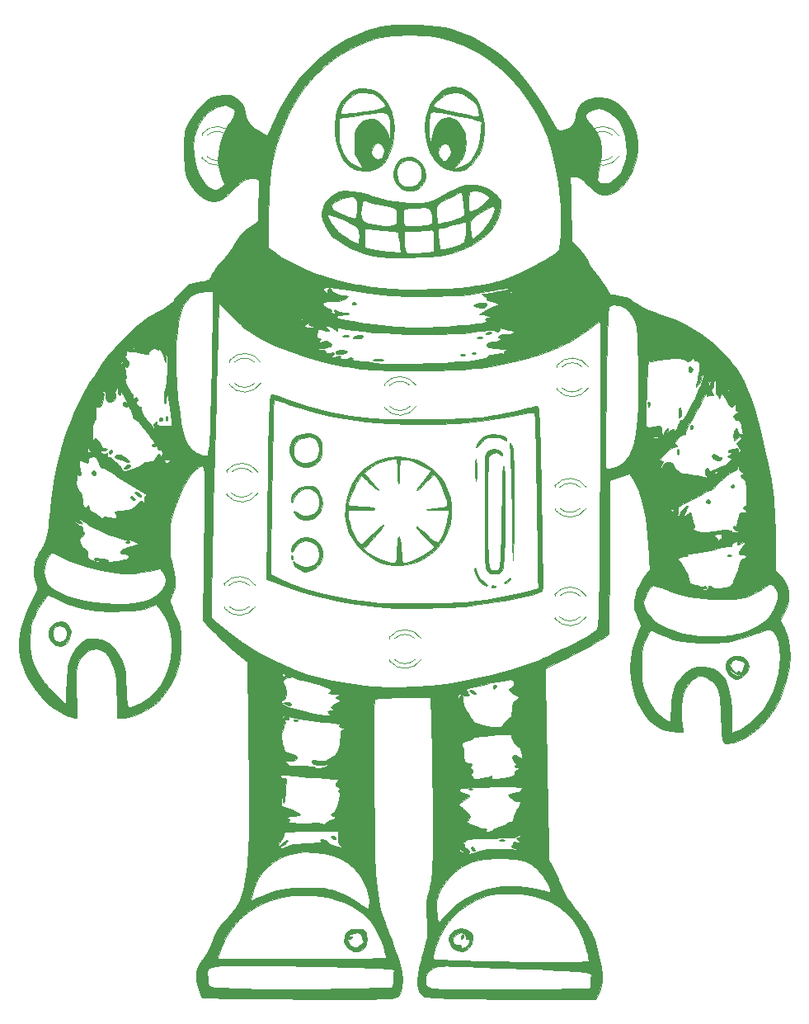
<source format=gbr>
%TF.GenerationSoftware,KiCad,Pcbnew,8.0.1*%
%TF.CreationDate,2024-04-02T10:46:18+02:00*%
%TF.ProjectId,ROBO_III,524f424f-5f49-4494-992e-6b696361645f,rev?*%
%TF.SameCoordinates,Original*%
%TF.FileFunction,Legend,Top*%
%TF.FilePolarity,Positive*%
%FSLAX46Y46*%
G04 Gerber Fmt 4.6, Leading zero omitted, Abs format (unit mm)*
G04 Created by KiCad (PCBNEW 8.0.1) date 2024-04-02 10:46:18*
%MOMM*%
%LPD*%
G01*
G04 APERTURE LIST*
%ADD10C,0.120000*%
%ADD11C,0.010000*%
G04 APERTURE END LIST*
D10*
%TO.C,D11*%
X88602500Y-33156500D02*
X88602500Y-33312500D01*
X88602500Y-35472500D02*
X88602500Y-35628500D01*
X88602501Y-33156985D02*
G75*
G02*
X91834834Y-33313892I1559999J-1235515D01*
G01*
X89121540Y-33312501D02*
G75*
G02*
X91203629Y-33312664I1040960J-1079999D01*
G01*
X91203629Y-35472336D02*
G75*
G02*
X89121540Y-35472499I-1041129J1079836D01*
G01*
X91834834Y-35471108D02*
G75*
G02*
X88602501Y-35628015I-1672334J1078608D01*
G01*
%TO.C,D8*%
X51302500Y-79331500D02*
X51302500Y-79487500D01*
X51302500Y-81647500D02*
X51302500Y-81803500D01*
X51302501Y-79331985D02*
G75*
G02*
X54534834Y-79488892I1559999J-1235515D01*
G01*
X51821540Y-79487501D02*
G75*
G02*
X53903629Y-79487664I1040960J-1079999D01*
G01*
X53903629Y-81647336D02*
G75*
G02*
X51821540Y-81647499I-1041129J1079836D01*
G01*
X54534834Y-81646108D02*
G75*
G02*
X51302501Y-81803015I-1672334J1078608D01*
G01*
%TO.C,D2*%
X67787500Y-58806500D02*
X67787500Y-58962500D01*
X67787500Y-61122500D02*
X67787500Y-61278500D01*
X67787501Y-58806985D02*
G75*
G02*
X71019834Y-58963892I1559999J-1235515D01*
G01*
X68306540Y-58962501D02*
G75*
G02*
X70388629Y-58962664I1040960J-1079999D01*
G01*
X70388629Y-61122336D02*
G75*
G02*
X68306540Y-61122499I-1041129J1079836D01*
G01*
X71019834Y-61121108D02*
G75*
G02*
X67787501Y-61278015I-1672334J1078608D01*
G01*
%TO.C,D4*%
X85477500Y-56906500D02*
X85477500Y-57062500D01*
X85477500Y-59222500D02*
X85477500Y-59378500D01*
X85477501Y-56906985D02*
G75*
G02*
X88709834Y-57063892I1559999J-1235515D01*
G01*
X85996540Y-57062501D02*
G75*
G02*
X88078629Y-57062664I1040960J-1079999D01*
G01*
X88078629Y-59222336D02*
G75*
G02*
X85996540Y-59222499I-1041129J1079836D01*
G01*
X88709834Y-59221108D02*
G75*
G02*
X85477501Y-59378015I-1672334J1078608D01*
G01*
%TO.C,D1*%
X51837500Y-56431500D02*
X51837500Y-56587500D01*
X51837500Y-58747500D02*
X51837500Y-58903500D01*
X51837501Y-56431985D02*
G75*
G02*
X55069834Y-56588892I1559999J-1235515D01*
G01*
X52356540Y-56587501D02*
G75*
G02*
X54438629Y-56587664I1040960J-1079999D01*
G01*
X54438629Y-58747336D02*
G75*
G02*
X52356540Y-58747499I-1041129J1079836D01*
G01*
X55069834Y-58746108D02*
G75*
G02*
X51837501Y-58903015I-1672334J1078608D01*
G01*
%TO.C,D5*%
X85252500Y-69256500D02*
X85252500Y-69412500D01*
X85252500Y-71572500D02*
X85252500Y-71728500D01*
X85252501Y-69256985D02*
G75*
G02*
X88484834Y-69413892I1559999J-1235515D01*
G01*
X85771540Y-69412501D02*
G75*
G02*
X87853629Y-69412664I1040960J-1079999D01*
G01*
X87853629Y-71572336D02*
G75*
G02*
X85771540Y-71572499I-1041129J1079836D01*
G01*
X88484834Y-71571108D02*
G75*
G02*
X85252501Y-71728015I-1672334J1078608D01*
G01*
%TO.C,D9*%
X51552500Y-67706500D02*
X51552500Y-67862500D01*
X51552500Y-70022500D02*
X51552500Y-70178500D01*
X51552501Y-67706985D02*
G75*
G02*
X54784834Y-67863892I1559999J-1235515D01*
G01*
X52071540Y-67862501D02*
G75*
G02*
X54153629Y-67862664I1040960J-1079999D01*
G01*
X54153629Y-70022336D02*
G75*
G02*
X52071540Y-70022499I-1041129J1079836D01*
G01*
X54784834Y-70021108D02*
G75*
G02*
X51552501Y-70178015I-1672334J1078608D01*
G01*
D11*
%TO.C,G\u002A\u002A\u002A*%
X41558473Y-74944621D02*
X41594167Y-75017778D01*
X41521135Y-75125643D01*
X41375445Y-75150667D01*
X41215540Y-75117301D01*
X41191576Y-75044834D01*
X41285765Y-74944867D01*
X41432778Y-74909802D01*
X41558473Y-74944621D01*
G36*
X41558473Y-74944621D02*
G01*
X41594167Y-75017778D01*
X41521135Y-75125643D01*
X41375445Y-75150667D01*
X41215540Y-75117301D01*
X41191576Y-75044834D01*
X41285765Y-74944867D01*
X41432778Y-74909802D01*
X41558473Y-74944621D01*
G37*
X76762948Y-100325649D02*
X76815500Y-100381334D01*
X76743044Y-100444979D01*
X76603834Y-100466000D01*
X76444719Y-100437018D01*
X76392167Y-100381334D01*
X76464623Y-100317688D01*
X76603834Y-100296667D01*
X76762948Y-100325649D01*
G36*
X76762948Y-100325649D02*
G01*
X76815500Y-100381334D01*
X76743044Y-100444979D01*
X76603834Y-100466000D01*
X76444719Y-100437018D01*
X76392167Y-100381334D01*
X76464623Y-100317688D01*
X76603834Y-100296667D01*
X76762948Y-100325649D01*
G37*
X77077141Y-55555056D02*
X77155418Y-55655416D01*
X77089006Y-55736129D01*
X76942500Y-55762000D01*
X76783339Y-55736100D01*
X76730834Y-55686392D01*
X76800237Y-55593807D01*
X76947462Y-55539310D01*
X77077141Y-55555056D01*
G36*
X77077141Y-55555056D02*
G01*
X77155418Y-55655416D01*
X77089006Y-55736129D01*
X76942500Y-55762000D01*
X76783339Y-55736100D01*
X76730834Y-55686392D01*
X76800237Y-55593807D01*
X76947462Y-55539310D01*
X77077141Y-55555056D01*
G37*
X39798907Y-65639943D02*
X39799359Y-65770489D01*
X39696217Y-65916051D01*
X39690169Y-65921169D01*
X39578886Y-65979045D01*
X39513333Y-65893257D01*
X39505540Y-65706468D01*
X39620187Y-65594967D01*
X39694164Y-65583334D01*
X39798907Y-65639943D01*
G36*
X39798907Y-65639943D02*
G01*
X39799359Y-65770489D01*
X39696217Y-65916051D01*
X39690169Y-65921169D01*
X39578886Y-65979045D01*
X39513333Y-65893257D01*
X39505540Y-65706468D01*
X39620187Y-65594967D01*
X39694164Y-65583334D01*
X39798907Y-65639943D01*
G37*
X58132347Y-91567694D02*
X58188834Y-91700343D01*
X58122392Y-91802269D01*
X57949377Y-91819840D01*
X57709248Y-91754416D01*
X57553834Y-91678444D01*
X57299834Y-91533667D01*
X57626237Y-91506858D01*
X57950311Y-91504672D01*
X58132347Y-91567694D01*
G36*
X58132347Y-91567694D02*
G01*
X58188834Y-91700343D01*
X58122392Y-91802269D01*
X57949377Y-91819840D01*
X57709248Y-91754416D01*
X57553834Y-91678444D01*
X57299834Y-91533667D01*
X57626237Y-91506858D01*
X57950311Y-91504672D01*
X58132347Y-91567694D01*
G37*
X94988482Y-60713705D02*
X94999083Y-60874062D01*
X94954612Y-61037175D01*
X94891042Y-61157781D01*
X94850957Y-61137249D01*
X94806025Y-60983968D01*
X94788651Y-60762242D01*
X94835990Y-60652310D01*
X94929071Y-60623413D01*
X94988482Y-60713705D01*
G36*
X94988482Y-60713705D02*
G01*
X94999083Y-60874062D01*
X94954612Y-61037175D01*
X94891042Y-61157781D01*
X94850957Y-61137249D01*
X94806025Y-60983968D01*
X94788651Y-60762242D01*
X94835990Y-60652310D01*
X94929071Y-60623413D01*
X94988482Y-60713705D01*
G37*
X99324201Y-63029010D02*
X99384723Y-63151750D01*
X99402565Y-63302314D01*
X99379635Y-63381243D01*
X99275600Y-63466282D01*
X99193123Y-63403820D01*
X99167500Y-63259997D01*
X99196375Y-63082378D01*
X99246071Y-63004768D01*
X99324201Y-63029010D01*
G36*
X99324201Y-63029010D02*
G01*
X99384723Y-63151750D01*
X99402565Y-63302314D01*
X99379635Y-63381243D01*
X99275600Y-63466282D01*
X99193123Y-63403820D01*
X99167500Y-63259997D01*
X99196375Y-63082378D01*
X99246071Y-63004768D01*
X99324201Y-63029010D01*
G37*
X103619001Y-69168077D02*
X103634578Y-69333050D01*
X103615006Y-69389279D01*
X103500437Y-69470186D01*
X103373336Y-69456627D01*
X103316167Y-69361367D01*
X103375889Y-69212726D01*
X103442165Y-69140165D01*
X103553447Y-69082288D01*
X103619001Y-69168077D01*
G36*
X103619001Y-69168077D02*
G01*
X103634578Y-69333050D01*
X103615006Y-69389279D01*
X103500437Y-69470186D01*
X103373336Y-69456627D01*
X103316167Y-69361367D01*
X103375889Y-69212726D01*
X103442165Y-69140165D01*
X103553447Y-69082288D01*
X103619001Y-69168077D01*
G37*
X104227773Y-88340034D02*
X104232222Y-88457868D01*
X104163980Y-88622427D01*
X104055111Y-88680131D01*
X103956379Y-88609240D01*
X103943709Y-88581429D01*
X103937381Y-88395025D01*
X104056610Y-88285046D01*
X104131386Y-88274000D01*
X104227773Y-88340034D01*
G36*
X104227773Y-88340034D02*
G01*
X104232222Y-88457868D01*
X104163980Y-88622427D01*
X104055111Y-88680131D01*
X103956379Y-88609240D01*
X103943709Y-88581429D01*
X103937381Y-88395025D01*
X104056610Y-88285046D01*
X104131386Y-88274000D01*
X104227773Y-88340034D01*
G37*
X41251354Y-60745537D02*
X41382975Y-60919047D01*
X41424834Y-61090434D01*
X41362186Y-61169509D01*
X41202956Y-61152961D01*
X41065000Y-61089218D01*
X40942373Y-60956477D01*
X40921141Y-60803250D01*
X40998554Y-60692570D01*
X41083188Y-60672667D01*
X41251354Y-60745537D01*
G36*
X41251354Y-60745537D02*
G01*
X41382975Y-60919047D01*
X41424834Y-61090434D01*
X41362186Y-61169509D01*
X41202956Y-61152961D01*
X41065000Y-61089218D01*
X40942373Y-60956477D01*
X40921141Y-60803250D01*
X40998554Y-60692570D01*
X41083188Y-60672667D01*
X41251354Y-60745537D01*
G37*
X44135401Y-64962312D02*
X44172912Y-64987689D01*
X44281315Y-65110653D01*
X44303500Y-65170367D01*
X44237961Y-65232896D01*
X44095636Y-65238849D01*
X43957962Y-65191974D01*
X43917941Y-65152623D01*
X43902978Y-65022157D01*
X43995781Y-64945578D01*
X44135401Y-64962312D01*
G36*
X44135401Y-64962312D02*
G01*
X44172912Y-64987689D01*
X44281315Y-65110653D01*
X44303500Y-65170367D01*
X44237961Y-65232896D01*
X44095636Y-65238849D01*
X43957962Y-65191974D01*
X43917941Y-65152623D01*
X43902978Y-65022157D01*
X43995781Y-64945578D01*
X44135401Y-64962312D01*
G37*
X44892458Y-62236708D02*
X44966761Y-62358270D01*
X44980834Y-62455664D01*
X44918938Y-62582846D01*
X44783968Y-62620826D01*
X44651998Y-62560581D01*
X44613925Y-62499190D01*
X44629064Y-62358053D01*
X44735873Y-62246771D01*
X44870029Y-62225959D01*
X44892458Y-62236708D01*
G36*
X44892458Y-62236708D02*
G01*
X44966761Y-62358270D01*
X44980834Y-62455664D01*
X44918938Y-62582846D01*
X44783968Y-62620826D01*
X44651998Y-62560581D01*
X44613925Y-62499190D01*
X44629064Y-62358053D01*
X44735873Y-62246771D01*
X44870029Y-62225959D01*
X44892458Y-62236708D01*
G37*
X58273500Y-76378334D02*
X58339039Y-76495041D01*
X58358167Y-76637330D01*
X58328547Y-76794039D01*
X58273500Y-76844000D01*
X58214498Y-76770315D01*
X58188867Y-76592296D01*
X58188834Y-76585003D01*
X58211764Y-76415747D01*
X58270595Y-76376664D01*
X58273500Y-76378334D01*
G36*
X58273500Y-76378334D02*
G01*
X58339039Y-76495041D01*
X58358167Y-76637330D01*
X58328547Y-76794039D01*
X58273500Y-76844000D01*
X58214498Y-76770315D01*
X58188867Y-76592296D01*
X58188834Y-76585003D01*
X58211764Y-76415747D01*
X58270595Y-76376664D01*
X58273500Y-76378334D01*
G37*
X58760334Y-93247836D02*
X58858703Y-93329989D01*
X58866167Y-93361056D01*
X58797197Y-93419257D01*
X58643394Y-93436812D01*
X58484416Y-93413274D01*
X58406449Y-93363626D01*
X58430961Y-93289464D01*
X58557307Y-93239936D01*
X58718003Y-93237122D01*
X58760334Y-93247836D01*
G36*
X58760334Y-93247836D02*
G01*
X58858703Y-93329989D01*
X58866167Y-93361056D01*
X58797197Y-93419257D01*
X58643394Y-93436812D01*
X58484416Y-93413274D01*
X58406449Y-93363626D01*
X58430961Y-93289464D01*
X58557307Y-93239936D01*
X58718003Y-93237122D01*
X58760334Y-93247836D01*
G37*
X62484943Y-105222876D02*
X62677970Y-105295156D01*
X62745151Y-105397834D01*
X62717593Y-105518206D01*
X62592341Y-105530155D01*
X62404268Y-105430609D01*
X62401000Y-105428140D01*
X62269258Y-105297117D01*
X62295319Y-105227158D01*
X62477634Y-105222053D01*
X62484943Y-105222876D01*
G36*
X62484943Y-105222876D02*
G01*
X62677970Y-105295156D01*
X62745151Y-105397834D01*
X62717593Y-105518206D01*
X62592341Y-105530155D01*
X62404268Y-105430609D01*
X62401000Y-105428140D01*
X62269258Y-105297117D01*
X62295319Y-105227158D01*
X62477634Y-105222053D01*
X62484943Y-105222876D01*
G37*
X64755867Y-50460677D02*
X64842680Y-50542586D01*
X64798129Y-50632018D01*
X64650860Y-50681080D01*
X64623500Y-50682000D01*
X64463303Y-50641661D01*
X64411464Y-50596736D01*
X64424337Y-50505720D01*
X64544147Y-50447515D01*
X64708700Y-50446691D01*
X64755867Y-50460677D01*
G36*
X64755867Y-50460677D02*
G01*
X64842680Y-50542586D01*
X64798129Y-50632018D01*
X64650860Y-50681080D01*
X64623500Y-50682000D01*
X64463303Y-50641661D01*
X64411464Y-50596736D01*
X64424337Y-50505720D01*
X64544147Y-50447515D01*
X64708700Y-50446691D01*
X64755867Y-50460677D01*
G37*
X75873706Y-115351417D02*
X75871550Y-115523615D01*
X75832775Y-115656742D01*
X75735050Y-115779835D01*
X75620770Y-115749119D01*
X75588915Y-115707750D01*
X75585133Y-115574945D01*
X75656105Y-115409932D01*
X75760176Y-115295624D01*
X75802479Y-115282667D01*
X75873706Y-115351417D01*
G36*
X75873706Y-115351417D02*
G01*
X75871550Y-115523615D01*
X75832775Y-115656742D01*
X75735050Y-115779835D01*
X75620770Y-115749119D01*
X75588915Y-115707750D01*
X75585133Y-115574945D01*
X75656105Y-115409932D01*
X75760176Y-115295624D01*
X75802479Y-115282667D01*
X75873706Y-115351417D01*
G37*
X75950013Y-55782938D02*
X76050390Y-55834528D01*
X76053500Y-55846667D01*
X75980043Y-55906569D01*
X75804497Y-55931334D01*
X75608968Y-55905235D01*
X75503167Y-55846667D01*
X75538937Y-55789055D01*
X75711424Y-55762625D01*
X75752170Y-55762000D01*
X75950013Y-55782938D01*
G36*
X75950013Y-55782938D02*
G01*
X76050390Y-55834528D01*
X76053500Y-55846667D01*
X75980043Y-55906569D01*
X75804497Y-55931334D01*
X75608968Y-55905235D01*
X75503167Y-55846667D01*
X75538937Y-55789055D01*
X75711424Y-55762625D01*
X75752170Y-55762000D01*
X75950013Y-55782938D01*
G37*
X76896119Y-106375286D02*
X77016229Y-106526117D01*
X77069500Y-106683434D01*
X77008543Y-106735934D01*
X76875516Y-106721391D01*
X76745185Y-106657096D01*
X76697559Y-106597409D01*
X76649744Y-106400383D01*
X76710113Y-106315578D01*
X76770188Y-106308000D01*
X76896119Y-106375286D01*
G36*
X76896119Y-106375286D02*
G01*
X77016229Y-106526117D01*
X77069500Y-106683434D01*
X77008543Y-106735934D01*
X76875516Y-106721391D01*
X76745185Y-106657096D01*
X76697559Y-106597409D01*
X76649744Y-106400383D01*
X76710113Y-106315578D01*
X76770188Y-106308000D01*
X76896119Y-106375286D01*
G37*
X78714212Y-53486833D02*
X78738545Y-53522749D01*
X78640818Y-53605693D01*
X78422112Y-53706406D01*
X78270618Y-53730000D01*
X78131370Y-53714307D01*
X78136317Y-53647179D01*
X78170167Y-53603000D01*
X78325483Y-53513068D01*
X78540367Y-53478693D01*
X78714212Y-53486833D01*
G36*
X78714212Y-53486833D02*
G01*
X78738545Y-53522749D01*
X78640818Y-53605693D01*
X78422112Y-53706406D01*
X78270618Y-53730000D01*
X78131370Y-53714307D01*
X78136317Y-53647179D01*
X78170167Y-53603000D01*
X78325483Y-53513068D01*
X78540367Y-53478693D01*
X78714212Y-53486833D01*
G37*
X79056810Y-79503225D02*
X79080730Y-79508847D01*
X79224374Y-79560555D01*
X79216449Y-79617620D01*
X79181751Y-79642521D01*
X78983770Y-79713542D01*
X78800042Y-79700307D01*
X78724116Y-79643850D01*
X78725537Y-79542465D01*
X78850584Y-79490233D01*
X79056810Y-79503225D01*
G36*
X79056810Y-79503225D02*
G01*
X79080730Y-79508847D01*
X79224374Y-79560555D01*
X79216449Y-79617620D01*
X79181751Y-79642521D01*
X78983770Y-79713542D01*
X78800042Y-79700307D01*
X78724116Y-79643850D01*
X78725537Y-79542465D01*
X78850584Y-79490233D01*
X79056810Y-79503225D01*
G37*
X79238829Y-89761936D02*
X79270834Y-89829967D01*
X79220660Y-89966717D01*
X79111161Y-90071801D01*
X79003870Y-90090956D01*
X78987877Y-90079488D01*
X78924880Y-89929566D01*
X78969898Y-89781638D01*
X79098834Y-89713355D01*
X79101500Y-89713334D01*
X79238829Y-89761936D01*
G36*
X79238829Y-89761936D02*
G01*
X79270834Y-89829967D01*
X79220660Y-89966717D01*
X79111161Y-90071801D01*
X79003870Y-90090956D01*
X78987877Y-90079488D01*
X78924880Y-89929566D01*
X78969898Y-89781638D01*
X79098834Y-89713355D01*
X79101500Y-89713334D01*
X79238829Y-89761936D01*
G37*
X79998459Y-105577960D02*
X80075167Y-105630667D01*
X80039104Y-105688025D01*
X79865801Y-105714609D01*
X79821167Y-105715334D01*
X79625859Y-105695568D01*
X79562086Y-105643127D01*
X79567167Y-105630667D01*
X79684169Y-105564528D01*
X79821167Y-105546000D01*
X79998459Y-105577960D01*
G36*
X79998459Y-105577960D02*
G01*
X80075167Y-105630667D01*
X80039104Y-105688025D01*
X79865801Y-105714609D01*
X79821167Y-105715334D01*
X79625859Y-105695568D01*
X79562086Y-105643127D01*
X79567167Y-105630667D01*
X79684169Y-105564528D01*
X79821167Y-105546000D01*
X79998459Y-105577960D01*
G37*
X97957402Y-65572124D02*
X97982167Y-65747670D01*
X97956068Y-65943199D01*
X97897500Y-66049000D01*
X97839888Y-66013230D01*
X97813458Y-65840743D01*
X97812834Y-65799997D01*
X97833771Y-65602154D01*
X97885362Y-65501777D01*
X97897500Y-65498667D01*
X97957402Y-65572124D01*
G36*
X97957402Y-65572124D02*
G01*
X97982167Y-65747670D01*
X97956068Y-65943199D01*
X97897500Y-66049000D01*
X97839888Y-66013230D01*
X97813458Y-65840743D01*
X97812834Y-65799997D01*
X97833771Y-65602154D01*
X97885362Y-65501777D01*
X97897500Y-65498667D01*
X97957402Y-65572124D01*
G37*
X101126938Y-70733960D02*
X101186708Y-70867054D01*
X101183619Y-70894939D01*
X101096238Y-71029995D01*
X100952761Y-71069291D01*
X100827990Y-70999856D01*
X100807002Y-70960233D01*
X100806026Y-70794790D01*
X100843900Y-70731067D01*
X100988001Y-70676732D01*
X101126938Y-70733960D01*
G36*
X101126938Y-70733960D02*
G01*
X101186708Y-70867054D01*
X101183619Y-70894939D01*
X101096238Y-71029995D01*
X100952761Y-71069291D01*
X100827990Y-70999856D01*
X100807002Y-70960233D01*
X100806026Y-70794790D01*
X100843900Y-70731067D01*
X100988001Y-70676732D01*
X101126938Y-70733960D01*
G37*
X103350872Y-76365620D02*
X103400834Y-76420667D01*
X103327148Y-76479669D01*
X103149129Y-76505300D01*
X103141837Y-76505334D01*
X102972580Y-76482403D01*
X102933497Y-76423572D01*
X102935167Y-76420667D01*
X103051874Y-76355128D01*
X103194164Y-76336000D01*
X103350872Y-76365620D01*
G36*
X103350872Y-76365620D02*
G01*
X103400834Y-76420667D01*
X103327148Y-76479669D01*
X103149129Y-76505300D01*
X103141837Y-76505334D01*
X102972580Y-76482403D01*
X102933497Y-76423572D01*
X102935167Y-76420667D01*
X103051874Y-76355128D01*
X103194164Y-76336000D01*
X103350872Y-76365620D01*
G37*
X38049076Y-67771383D02*
X38141837Y-67932477D01*
X38146670Y-68102167D01*
X38041178Y-68189548D01*
X37876368Y-68200373D01*
X37746272Y-68129907D01*
X37741365Y-68122576D01*
X37718650Y-67967987D01*
X37778207Y-67801236D01*
X37886701Y-67703967D01*
X37913893Y-67700000D01*
X38049076Y-67771383D01*
G36*
X38049076Y-67771383D02*
G01*
X38141837Y-67932477D01*
X38146670Y-68102167D01*
X38041178Y-68189548D01*
X37876368Y-68200373D01*
X37746272Y-68129907D01*
X37741365Y-68122576D01*
X37718650Y-67967987D01*
X37778207Y-67801236D01*
X37886701Y-67703967D01*
X37913893Y-67700000D01*
X38049076Y-67771383D01*
G37*
X41954664Y-70383482D02*
X42107985Y-70516145D01*
X42186010Y-70656983D01*
X42186834Y-70669381D01*
X42134235Y-70743357D01*
X41975818Y-70686464D01*
X41867006Y-70616199D01*
X41714836Y-70474291D01*
X41689801Y-70367277D01*
X41798704Y-70324669D01*
X41799786Y-70324667D01*
X41954664Y-70383482D01*
G36*
X41954664Y-70383482D02*
G01*
X42107985Y-70516145D01*
X42186010Y-70656983D01*
X42186834Y-70669381D01*
X42134235Y-70743357D01*
X41975818Y-70686464D01*
X41867006Y-70616199D01*
X41714836Y-70474291D01*
X41689801Y-70367277D01*
X41798704Y-70324669D01*
X41799786Y-70324667D01*
X41954664Y-70383482D01*
G37*
X99244155Y-57064880D02*
X99289933Y-57111620D01*
X99385953Y-57270176D01*
X99347718Y-57434706D01*
X99340603Y-57448290D01*
X99207028Y-57608058D01*
X99086396Y-57610000D01*
X99010010Y-57464623D01*
X98998167Y-57333330D01*
X99025996Y-57084660D01*
X99108489Y-56994799D01*
X99244155Y-57064880D01*
G36*
X99244155Y-57064880D02*
G01*
X99289933Y-57111620D01*
X99385953Y-57270176D01*
X99347718Y-57434706D01*
X99340603Y-57448290D01*
X99207028Y-57608058D01*
X99086396Y-57610000D01*
X99010010Y-57464623D01*
X98998167Y-57333330D01*
X99025996Y-57084660D01*
X99108489Y-56994799D01*
X99244155Y-57064880D01*
G37*
X41660402Y-67143864D02*
X41646625Y-67241014D01*
X41490799Y-67380126D01*
X41470146Y-67393929D01*
X41256603Y-67499913D01*
X41085568Y-67526650D01*
X41003326Y-67468524D01*
X41001500Y-67450801D01*
X41070949Y-67336310D01*
X41234806Y-67213296D01*
X41426338Y-67125266D01*
X41528339Y-67107334D01*
X41660402Y-67143864D01*
G36*
X41660402Y-67143864D02*
G01*
X41646625Y-67241014D01*
X41490799Y-67380126D01*
X41470146Y-67393929D01*
X41256603Y-67499913D01*
X41085568Y-67526650D01*
X41003326Y-67468524D01*
X41001500Y-67450801D01*
X41070949Y-67336310D01*
X41234806Y-67213296D01*
X41426338Y-67125266D01*
X41528339Y-67107334D01*
X41660402Y-67143864D01*
G37*
X42415358Y-69951002D02*
X42608966Y-70069296D01*
X42748440Y-70210149D01*
X42779500Y-70292071D01*
X42754224Y-70387986D01*
X42659617Y-70390066D01*
X42467507Y-70294731D01*
X42377334Y-70240928D01*
X42179440Y-70092102D01*
X42106158Y-69973780D01*
X42166912Y-69908000D01*
X42232146Y-69901334D01*
X42415358Y-69951002D01*
G36*
X42415358Y-69951002D02*
G01*
X42608966Y-70069296D01*
X42748440Y-70210149D01*
X42779500Y-70292071D01*
X42754224Y-70387986D01*
X42659617Y-70390066D01*
X42467507Y-70294731D01*
X42377334Y-70240928D01*
X42179440Y-70092102D01*
X42106158Y-69973780D01*
X42166912Y-69908000D01*
X42232146Y-69901334D01*
X42415358Y-69951002D01*
G37*
X45463614Y-62185573D02*
X45488827Y-62362840D01*
X45488834Y-62366000D01*
X45464309Y-62544342D01*
X45405220Y-62619981D01*
X45404167Y-62620000D01*
X45344720Y-62546428D01*
X45319507Y-62369160D01*
X45319500Y-62366000D01*
X45344024Y-62187658D01*
X45403113Y-62112020D01*
X45404167Y-62112000D01*
X45463614Y-62185573D01*
G36*
X45463614Y-62185573D02*
G01*
X45488827Y-62362840D01*
X45488834Y-62366000D01*
X45464309Y-62544342D01*
X45405220Y-62619981D01*
X45404167Y-62620000D01*
X45344720Y-62546428D01*
X45319507Y-62369160D01*
X45319500Y-62366000D01*
X45344024Y-62187658D01*
X45403113Y-62112020D01*
X45404167Y-62112000D01*
X45463614Y-62185573D01*
G37*
X63988907Y-53833445D02*
X64106864Y-53880355D01*
X64115500Y-53899334D01*
X64040388Y-53952352D01*
X63852749Y-53981841D01*
X63776834Y-53984000D01*
X63564760Y-53965222D01*
X63446803Y-53918312D01*
X63438167Y-53899334D01*
X63513279Y-53846315D01*
X63700918Y-53816826D01*
X63776834Y-53814667D01*
X63988907Y-53833445D01*
G36*
X63988907Y-53833445D02*
G01*
X64106864Y-53880355D01*
X64115500Y-53899334D01*
X64040388Y-53952352D01*
X63852749Y-53981841D01*
X63776834Y-53984000D01*
X63564760Y-53965222D01*
X63446803Y-53918312D01*
X63438167Y-53899334D01*
X63513279Y-53846315D01*
X63700918Y-53816826D01*
X63776834Y-53814667D01*
X63988907Y-53833445D01*
G37*
X64463175Y-56125191D02*
X64538814Y-56184280D01*
X64538834Y-56185334D01*
X64465261Y-56244781D01*
X64287994Y-56269994D01*
X64284834Y-56270000D01*
X64106492Y-56245476D01*
X64030853Y-56186387D01*
X64030834Y-56185334D01*
X64104406Y-56125886D01*
X64281673Y-56100673D01*
X64284834Y-56100667D01*
X64463175Y-56125191D01*
G36*
X64463175Y-56125191D02*
G01*
X64538814Y-56184280D01*
X64538834Y-56185334D01*
X64465261Y-56244781D01*
X64287994Y-56269994D01*
X64284834Y-56270000D01*
X64106492Y-56245476D01*
X64030853Y-56186387D01*
X64030834Y-56185334D01*
X64104406Y-56125886D01*
X64281673Y-56100673D01*
X64284834Y-56100667D01*
X64463175Y-56125191D01*
G37*
X67408749Y-56281963D02*
X67605643Y-56313652D01*
X67671500Y-56354667D01*
X67593743Y-56398910D01*
X67387760Y-56429202D01*
X67121167Y-56439334D01*
X66833585Y-56427371D01*
X66636691Y-56395681D01*
X66570834Y-56354667D01*
X66648591Y-56310423D01*
X66854573Y-56280132D01*
X67121167Y-56270000D01*
X67408749Y-56281963D01*
G36*
X67408749Y-56281963D02*
G01*
X67605643Y-56313652D01*
X67671500Y-56354667D01*
X67593743Y-56398910D01*
X67387760Y-56429202D01*
X67121167Y-56439334D01*
X66833585Y-56427371D01*
X66636691Y-56395681D01*
X66570834Y-56354667D01*
X66648591Y-56310423D01*
X66854573Y-56280132D01*
X67121167Y-56270000D01*
X67408749Y-56281963D01*
G37*
X76798114Y-90266084D02*
X76989993Y-90372131D01*
X77126431Y-90497170D01*
X77154167Y-90564801D01*
X77119675Y-90631464D01*
X76993230Y-90615257D01*
X76854894Y-90564104D01*
X76657224Y-90442015D01*
X76569360Y-90357805D01*
X76503576Y-90252650D01*
X76575415Y-90222162D01*
X76616961Y-90221334D01*
X76798114Y-90266084D01*
G36*
X76798114Y-90266084D02*
G01*
X76989993Y-90372131D01*
X77126431Y-90497170D01*
X77154167Y-90564801D01*
X77119675Y-90631464D01*
X76993230Y-90615257D01*
X76854894Y-90564104D01*
X76657224Y-90442015D01*
X76569360Y-90357805D01*
X76503576Y-90252650D01*
X76575415Y-90222162D01*
X76616961Y-90221334D01*
X76798114Y-90266084D01*
G37*
X77731034Y-54005266D02*
X77828941Y-54057555D01*
X77831500Y-54068667D01*
X77757071Y-54124629D01*
X77574057Y-54152602D01*
X77535167Y-54153334D01*
X77339299Y-54132068D01*
X77241393Y-54079778D01*
X77238834Y-54068667D01*
X77313262Y-54012705D01*
X77496277Y-53984731D01*
X77535167Y-53984000D01*
X77731034Y-54005266D01*
G36*
X77731034Y-54005266D02*
G01*
X77828941Y-54057555D01*
X77831500Y-54068667D01*
X77757071Y-54124629D01*
X77574057Y-54152602D01*
X77535167Y-54153334D01*
X77339299Y-54132068D01*
X77241393Y-54079778D01*
X77238834Y-54068667D01*
X77313262Y-54012705D01*
X77496277Y-53984731D01*
X77535167Y-53984000D01*
X77731034Y-54005266D01*
G37*
X57839576Y-105670979D02*
X57804671Y-105787040D01*
X57627688Y-105971533D01*
X57589671Y-106004141D01*
X57369238Y-106157464D01*
X57193493Y-106221703D01*
X57096927Y-106187090D01*
X57088167Y-106146193D01*
X57152197Y-106036350D01*
X57307169Y-105886531D01*
X57497411Y-105741478D01*
X57667246Y-105645934D01*
X57729663Y-105630667D01*
X57839576Y-105670979D01*
G36*
X57839576Y-105670979D02*
G01*
X57804671Y-105787040D01*
X57627688Y-105971533D01*
X57589671Y-106004141D01*
X57369238Y-106157464D01*
X57193493Y-106221703D01*
X57096927Y-106187090D01*
X57088167Y-106146193D01*
X57152197Y-106036350D01*
X57307169Y-105886531D01*
X57497411Y-105741478D01*
X57667246Y-105645934D01*
X57729663Y-105630667D01*
X57839576Y-105670979D01*
G37*
X80723202Y-78756256D02*
X80689100Y-78875751D01*
X80575088Y-79021241D01*
X80435000Y-79130928D01*
X80199196Y-79261220D01*
X80072968Y-79291668D01*
X80033003Y-79227376D01*
X80032834Y-79218976D01*
X80094288Y-79127051D01*
X80242602Y-78985804D01*
X80423706Y-78839781D01*
X80583527Y-78733531D01*
X80654659Y-78706667D01*
X80723202Y-78756256D01*
G36*
X80723202Y-78756256D02*
G01*
X80689100Y-78875751D01*
X80575088Y-79021241D01*
X80435000Y-79130928D01*
X80199196Y-79261220D01*
X80072968Y-79291668D01*
X80033003Y-79227376D01*
X80032834Y-79218976D01*
X80094288Y-79127051D01*
X80242602Y-78985804D01*
X80423706Y-78839781D01*
X80583527Y-78733531D01*
X80654659Y-78706667D01*
X80723202Y-78756256D01*
G37*
X63537696Y-55348505D02*
X63783676Y-55391006D01*
X63861500Y-55426239D01*
X63923898Y-55521955D01*
X63853299Y-55613657D01*
X63685925Y-55691163D01*
X63458000Y-55744287D01*
X63205747Y-55762847D01*
X62965390Y-55736658D01*
X62866667Y-55705927D01*
X62766433Y-55605778D01*
X62800034Y-55482161D01*
X62951334Y-55392031D01*
X63235817Y-55347929D01*
X63537696Y-55348505D01*
G36*
X63537696Y-55348505D02*
G01*
X63783676Y-55391006D01*
X63861500Y-55426239D01*
X63923898Y-55521955D01*
X63853299Y-55613657D01*
X63685925Y-55691163D01*
X63458000Y-55744287D01*
X63205747Y-55762847D01*
X62965390Y-55736658D01*
X62866667Y-55705927D01*
X62766433Y-55605778D01*
X62800034Y-55482161D01*
X62951334Y-55392031D01*
X63235817Y-55347929D01*
X63537696Y-55348505D01*
G37*
X65475379Y-53814769D02*
X65528093Y-53844371D01*
X65524028Y-53941017D01*
X65471865Y-54024287D01*
X65346486Y-54091370D01*
X65135633Y-54136583D01*
X64895723Y-54156623D01*
X64683176Y-54148184D01*
X64554412Y-54107962D01*
X64538834Y-54078939D01*
X64614026Y-53982963D01*
X64801874Y-53895138D01*
X65045780Y-53828884D01*
X65289147Y-53797621D01*
X65475379Y-53814769D01*
G36*
X65475379Y-53814769D02*
G01*
X65528093Y-53844371D01*
X65524028Y-53941017D01*
X65471865Y-54024287D01*
X65346486Y-54091370D01*
X65135633Y-54136583D01*
X64895723Y-54156623D01*
X64683176Y-54148184D01*
X64554412Y-54107962D01*
X64538834Y-54078939D01*
X64614026Y-53982963D01*
X64801874Y-53895138D01*
X65045780Y-53828884D01*
X65289147Y-53797621D01*
X65475379Y-53814769D01*
G37*
X78143457Y-50495205D02*
X78246462Y-50587720D01*
X78254834Y-50642678D01*
X78182808Y-50845015D01*
X77983030Y-50966112D01*
X77679943Y-50998951D01*
X77297993Y-50936516D01*
X77264168Y-50927024D01*
X77006458Y-50830161D01*
X76917721Y-50737871D01*
X76997650Y-50650623D01*
X77245934Y-50568887D01*
X77537201Y-50512336D01*
X77911783Y-50470939D01*
X78143457Y-50495205D01*
G36*
X78143457Y-50495205D02*
G01*
X78246462Y-50587720D01*
X78254834Y-50642678D01*
X78182808Y-50845015D01*
X77983030Y-50966112D01*
X77679943Y-50998951D01*
X77297993Y-50936516D01*
X77264168Y-50927024D01*
X77006458Y-50830161D01*
X76917721Y-50737871D01*
X76997650Y-50650623D01*
X77245934Y-50568887D01*
X77537201Y-50512336D01*
X77911783Y-50470939D01*
X78143457Y-50495205D01*
G37*
X98106404Y-61279820D02*
X98176350Y-61410079D01*
X98224743Y-61609866D01*
X98234870Y-61745242D01*
X98212746Y-62012852D01*
X98156311Y-62198548D01*
X98084854Y-62283401D01*
X98017665Y-62248480D01*
X97974033Y-62074854D01*
X97968999Y-62006167D01*
X97966509Y-61690378D01*
X97987258Y-61431340D01*
X98026617Y-61280365D01*
X98035527Y-61268417D01*
X98106404Y-61279820D01*
G36*
X98106404Y-61279820D02*
G01*
X98176350Y-61410079D01*
X98224743Y-61609866D01*
X98234870Y-61745242D01*
X98212746Y-62012852D01*
X98156311Y-62198548D01*
X98084854Y-62283401D01*
X98017665Y-62248480D01*
X97974033Y-62074854D01*
X97968999Y-62006167D01*
X97966509Y-61690378D01*
X97987258Y-61431340D01*
X98026617Y-61280365D01*
X98035527Y-61268417D01*
X98106404Y-61279820D01*
G37*
X101711551Y-66043009D02*
X101956879Y-66185972D01*
X102143448Y-66289438D01*
X102285349Y-66309734D01*
X102299238Y-66303574D01*
X102369611Y-66309428D01*
X102370787Y-66441770D01*
X102277725Y-66607447D01*
X102088797Y-66676221D01*
X101848874Y-66645351D01*
X101602828Y-66512096D01*
X101576405Y-66490288D01*
X101408377Y-66292782D01*
X101394331Y-66147009D01*
X101512529Y-66023138D01*
X101711551Y-66043009D01*
G36*
X101711551Y-66043009D02*
G01*
X101956879Y-66185972D01*
X102143448Y-66289438D01*
X102285349Y-66309734D01*
X102299238Y-66303574D01*
X102369611Y-66309428D01*
X102370787Y-66441770D01*
X102277725Y-66607447D01*
X102088797Y-66676221D01*
X101848874Y-66645351D01*
X101602828Y-66512096D01*
X101576405Y-66490288D01*
X101408377Y-66292782D01*
X101394331Y-66147009D01*
X101512529Y-66023138D01*
X101711551Y-66043009D01*
G37*
X77154167Y-66557000D02*
X77182163Y-66751100D01*
X77204049Y-67062838D01*
X77216789Y-67440549D01*
X77218799Y-67657667D01*
X77212381Y-68049638D01*
X77195149Y-68404051D01*
X77170138Y-68669239D01*
X77154167Y-68758334D01*
X77131490Y-68772043D01*
X77112754Y-68633205D01*
X77098942Y-68358579D01*
X77091038Y-67964926D01*
X77089535Y-67657667D01*
X77093133Y-67196515D01*
X77103270Y-66843645D01*
X77118962Y-66615816D01*
X77139225Y-66529788D01*
X77154167Y-66557000D01*
G36*
X77154167Y-66557000D02*
G01*
X77182163Y-66751100D01*
X77204049Y-67062838D01*
X77216789Y-67440549D01*
X77218799Y-67657667D01*
X77212381Y-68049638D01*
X77195149Y-68404051D01*
X77170138Y-68669239D01*
X77154167Y-68758334D01*
X77131490Y-68772043D01*
X77112754Y-68633205D01*
X77098942Y-68358579D01*
X77091038Y-67964926D01*
X77089535Y-67657667D01*
X77093133Y-67196515D01*
X77103270Y-66843645D01*
X77118962Y-66615816D01*
X77139225Y-66529788D01*
X77154167Y-66557000D01*
G37*
X40722420Y-66100676D02*
X40754409Y-66113743D01*
X40985990Y-66235376D01*
X41228832Y-66399983D01*
X41438512Y-66572521D01*
X41570607Y-66717945D01*
X41594167Y-66776193D01*
X41527054Y-66844447D01*
X41360012Y-66843999D01*
X41144489Y-66782039D01*
X40964321Y-66688179D01*
X40703855Y-66560191D01*
X40410332Y-66472758D01*
X40392821Y-66469628D01*
X40158440Y-66392866D01*
X40073384Y-66280871D01*
X40144769Y-66155642D01*
X40267575Y-66082425D01*
X40473741Y-66038245D01*
X40722420Y-66100676D01*
G36*
X40722420Y-66100676D02*
G01*
X40754409Y-66113743D01*
X40985990Y-66235376D01*
X41228832Y-66399983D01*
X41438512Y-66572521D01*
X41570607Y-66717945D01*
X41594167Y-66776193D01*
X41527054Y-66844447D01*
X41360012Y-66843999D01*
X41144489Y-66782039D01*
X40964321Y-66688179D01*
X40703855Y-66560191D01*
X40410332Y-66472758D01*
X40392821Y-66469628D01*
X40158440Y-66392866D01*
X40073384Y-66280871D01*
X40144769Y-66155642D01*
X40267575Y-66082425D01*
X40473741Y-66038245D01*
X40722420Y-66100676D01*
G37*
X77148676Y-77810568D02*
X77245808Y-78053071D01*
X77276423Y-78152545D01*
X77380507Y-78439956D01*
X77525994Y-78671795D01*
X77755467Y-78909432D01*
X77875097Y-79015360D01*
X78102161Y-79220199D01*
X78267620Y-79386254D01*
X78338821Y-79480515D01*
X78339500Y-79484815D01*
X78280058Y-79551547D01*
X78127041Y-79521324D01*
X77918410Y-79403826D01*
X77864085Y-79363563D01*
X77491019Y-79009438D01*
X77204358Y-78608475D01*
X77029388Y-78202175D01*
X76986693Y-77923500D01*
X77007234Y-77736386D01*
X77065190Y-77701874D01*
X77148676Y-77810568D01*
G36*
X77148676Y-77810568D02*
G01*
X77245808Y-78053071D01*
X77276423Y-78152545D01*
X77380507Y-78439956D01*
X77525994Y-78671795D01*
X77755467Y-78909432D01*
X77875097Y-79015360D01*
X78102161Y-79220199D01*
X78267620Y-79386254D01*
X78338821Y-79480515D01*
X78339500Y-79484815D01*
X78280058Y-79551547D01*
X78127041Y-79521324D01*
X77918410Y-79403826D01*
X77864085Y-79363563D01*
X77491019Y-79009438D01*
X77204358Y-78608475D01*
X77029388Y-78202175D01*
X76986693Y-77923500D01*
X77007234Y-77736386D01*
X77065190Y-77701874D01*
X77148676Y-77810568D01*
G37*
X79492620Y-64001657D02*
X79905046Y-64103099D01*
X80180097Y-64298005D01*
X80273287Y-64444414D01*
X80320882Y-64596395D01*
X80268004Y-64641471D01*
X80102437Y-64580663D01*
X79911342Y-64474699D01*
X79548886Y-64331886D01*
X79103470Y-64257341D01*
X78649941Y-64257922D01*
X78300399Y-64327086D01*
X77996045Y-64492491D01*
X77701985Y-64790821D01*
X77645698Y-64863178D01*
X77406424Y-65158028D01*
X77246402Y-65303683D01*
X77165285Y-65300408D01*
X77154167Y-65237994D01*
X77194511Y-65107883D01*
X77297230Y-64894569D01*
X77369486Y-64765129D01*
X77636318Y-64427241D01*
X77991336Y-64192547D01*
X78457781Y-64049621D01*
X78940362Y-63992846D01*
X79492620Y-64001657D01*
G36*
X79492620Y-64001657D02*
G01*
X79905046Y-64103099D01*
X80180097Y-64298005D01*
X80273287Y-64444414D01*
X80320882Y-64596395D01*
X80268004Y-64641471D01*
X80102437Y-64580663D01*
X79911342Y-64474699D01*
X79548886Y-64331886D01*
X79103470Y-64257341D01*
X78649941Y-64257922D01*
X78300399Y-64327086D01*
X77996045Y-64492491D01*
X77701985Y-64790821D01*
X77645698Y-64863178D01*
X77406424Y-65158028D01*
X77246402Y-65303683D01*
X77165285Y-65300408D01*
X77154167Y-65237994D01*
X77194511Y-65107883D01*
X77297230Y-64894569D01*
X77369486Y-64765129D01*
X77636318Y-64427241D01*
X77991336Y-64192547D01*
X78457781Y-64049621D01*
X78940362Y-63992846D01*
X79492620Y-64001657D01*
G37*
X34868658Y-83238349D02*
X34972434Y-83271322D01*
X35251773Y-83472245D01*
X35444662Y-83783071D01*
X35540721Y-84162419D01*
X35529569Y-84568908D01*
X35400828Y-84961156D01*
X35397780Y-84967044D01*
X35125914Y-85359578D01*
X34803812Y-85606451D01*
X34448022Y-85700424D01*
X34075089Y-85634256D01*
X33975855Y-85589155D01*
X33635363Y-85329627D01*
X33411455Y-84984786D01*
X33306412Y-84591332D01*
X33316689Y-84332656D01*
X33724603Y-84332656D01*
X33739617Y-84620398D01*
X33780967Y-84864380D01*
X33828693Y-84978146D01*
X34090479Y-85195423D01*
X34402683Y-85275122D01*
X34717583Y-85213651D01*
X34938122Y-85061674D01*
X35058565Y-84850989D01*
X35133096Y-84531201D01*
X35139082Y-84477382D01*
X35152472Y-84205617D01*
X35113711Y-84029352D01*
X35003295Y-83877932D01*
X34961847Y-83835317D01*
X34698900Y-83674358D01*
X34384227Y-83624862D01*
X34075583Y-83683398D01*
X33830724Y-83846540D01*
X33784963Y-83905175D01*
X33738770Y-84070974D01*
X33724603Y-84332656D01*
X33316689Y-84332656D01*
X33322517Y-84185966D01*
X33462051Y-83805387D01*
X33727295Y-83486297D01*
X33839899Y-83402643D01*
X34152581Y-83269292D01*
X34523100Y-83211327D01*
X34868658Y-83238349D01*
G36*
X34868658Y-83238349D02*
G01*
X34972434Y-83271322D01*
X35251773Y-83472245D01*
X35444662Y-83783071D01*
X35540721Y-84162419D01*
X35529569Y-84568908D01*
X35400828Y-84961156D01*
X35397780Y-84967044D01*
X35125914Y-85359578D01*
X34803812Y-85606451D01*
X34448022Y-85700424D01*
X34075089Y-85634256D01*
X33975855Y-85589155D01*
X33635363Y-85329627D01*
X33411455Y-84984786D01*
X33306412Y-84591332D01*
X33316689Y-84332656D01*
X33724603Y-84332656D01*
X33739617Y-84620398D01*
X33780967Y-84864380D01*
X33828693Y-84978146D01*
X34090479Y-85195423D01*
X34402683Y-85275122D01*
X34717583Y-85213651D01*
X34938122Y-85061674D01*
X35058565Y-84850989D01*
X35133096Y-84531201D01*
X35139082Y-84477382D01*
X35152472Y-84205617D01*
X35113711Y-84029352D01*
X35003295Y-83877932D01*
X34961847Y-83835317D01*
X34698900Y-83674358D01*
X34384227Y-83624862D01*
X34075583Y-83683398D01*
X33830724Y-83846540D01*
X33784963Y-83905175D01*
X33738770Y-84070974D01*
X33724603Y-84332656D01*
X33316689Y-84332656D01*
X33322517Y-84185966D01*
X33462051Y-83805387D01*
X33727295Y-83486297D01*
X33839899Y-83402643D01*
X34152581Y-83269292D01*
X34523100Y-83211327D01*
X34868658Y-83238349D01*
G37*
X80674272Y-64874742D02*
X80746648Y-64965764D01*
X80803491Y-65055145D01*
X80852770Y-65165641D01*
X80894958Y-65308972D01*
X80930529Y-65496856D01*
X80959955Y-65741011D01*
X80983712Y-66053156D01*
X81002272Y-66445009D01*
X81016108Y-66928290D01*
X81025695Y-67514717D01*
X81031506Y-68216008D01*
X81034015Y-69043882D01*
X81033694Y-70010057D01*
X81031018Y-71126253D01*
X81028252Y-71934455D01*
X81023210Y-73068274D01*
X81017016Y-74062918D01*
X81009735Y-74914752D01*
X81001430Y-75620139D01*
X80992165Y-76175445D01*
X80982006Y-76577033D01*
X80971015Y-76821268D01*
X80959258Y-76904514D01*
X80946797Y-76823135D01*
X80943000Y-76767207D01*
X80923795Y-76359061D01*
X80906801Y-75825464D01*
X80892964Y-75210295D01*
X80883228Y-74557431D01*
X80878540Y-73910750D01*
X80878270Y-73761541D01*
X80875600Y-73184744D01*
X80868614Y-72516503D01*
X80857859Y-71778282D01*
X80843883Y-70991545D01*
X80827233Y-70177756D01*
X80808459Y-69358379D01*
X80788106Y-68554879D01*
X80766722Y-67788720D01*
X80744856Y-67081366D01*
X80723055Y-66454281D01*
X80701866Y-65928930D01*
X80681837Y-65526776D01*
X80663517Y-65269284D01*
X80660972Y-65244667D01*
X80634946Y-64985117D01*
X80636935Y-64869765D01*
X80674272Y-64874742D01*
G36*
X80674272Y-64874742D02*
G01*
X80746648Y-64965764D01*
X80803491Y-65055145D01*
X80852770Y-65165641D01*
X80894958Y-65308972D01*
X80930529Y-65496856D01*
X80959955Y-65741011D01*
X80983712Y-66053156D01*
X81002272Y-66445009D01*
X81016108Y-66928290D01*
X81025695Y-67514717D01*
X81031506Y-68216008D01*
X81034015Y-69043882D01*
X81033694Y-70010057D01*
X81031018Y-71126253D01*
X81028252Y-71934455D01*
X81023210Y-73068274D01*
X81017016Y-74062918D01*
X81009735Y-74914752D01*
X81001430Y-75620139D01*
X80992165Y-76175445D01*
X80982006Y-76577033D01*
X80971015Y-76821268D01*
X80959258Y-76904514D01*
X80946797Y-76823135D01*
X80943000Y-76767207D01*
X80923795Y-76359061D01*
X80906801Y-75825464D01*
X80892964Y-75210295D01*
X80883228Y-74557431D01*
X80878540Y-73910750D01*
X80878270Y-73761541D01*
X80875600Y-73184744D01*
X80868614Y-72516503D01*
X80857859Y-71778282D01*
X80843883Y-70991545D01*
X80827233Y-70177756D01*
X80808459Y-69358379D01*
X80788106Y-68554879D01*
X80766722Y-67788720D01*
X80744856Y-67081366D01*
X80723055Y-66454281D01*
X80701866Y-65928930D01*
X80681837Y-65526776D01*
X80663517Y-65269284D01*
X80660972Y-65244667D01*
X80634946Y-64985117D01*
X80636935Y-64869765D01*
X80674272Y-64874742D01*
G37*
X59971858Y-63904664D02*
X60487009Y-63986051D01*
X60875265Y-64170613D01*
X61144571Y-64467485D01*
X61302874Y-64885801D01*
X61358117Y-65434695D01*
X61358272Y-65498490D01*
X61297144Y-66109939D01*
X61120345Y-66599071D01*
X60840578Y-66955938D01*
X60463227Y-67193053D01*
X60001493Y-67324807D01*
X59511548Y-67340268D01*
X59187169Y-67277648D01*
X58769754Y-67068797D01*
X58432106Y-66737422D01*
X58187590Y-66316770D01*
X58049570Y-65840087D01*
X58041255Y-65611376D01*
X58414401Y-65611376D01*
X58464259Y-66085224D01*
X58633101Y-66452568D01*
X58932167Y-66737538D01*
X58942188Y-66744340D01*
X59316432Y-66902175D01*
X59751248Y-66938185D01*
X60189525Y-66852302D01*
X60423686Y-66746107D01*
X60769769Y-66460781D01*
X60982839Y-66075259D01*
X61065787Y-65583944D01*
X61067184Y-65499988D01*
X60999593Y-65004441D01*
X60800047Y-64608466D01*
X60518498Y-64348754D01*
X60332763Y-64263953D01*
X60090550Y-64236056D01*
X59795266Y-64251415D01*
X59259865Y-64359847D01*
X58854880Y-64576054D01*
X58580590Y-64899761D01*
X58437275Y-65330693D01*
X58414401Y-65611376D01*
X58041255Y-65611376D01*
X58031411Y-65340620D01*
X58146478Y-64851617D01*
X58180056Y-64772345D01*
X58438339Y-64371480D01*
X58796945Y-64095155D01*
X59264430Y-63939225D01*
X59849350Y-63899550D01*
X59971858Y-63904664D01*
G36*
X59971858Y-63904664D02*
G01*
X60487009Y-63986051D01*
X60875265Y-64170613D01*
X61144571Y-64467485D01*
X61302874Y-64885801D01*
X61358117Y-65434695D01*
X61358272Y-65498490D01*
X61297144Y-66109939D01*
X61120345Y-66599071D01*
X60840578Y-66955938D01*
X60463227Y-67193053D01*
X60001493Y-67324807D01*
X59511548Y-67340268D01*
X59187169Y-67277648D01*
X58769754Y-67068797D01*
X58432106Y-66737422D01*
X58187590Y-66316770D01*
X58049570Y-65840087D01*
X58041255Y-65611376D01*
X58414401Y-65611376D01*
X58464259Y-66085224D01*
X58633101Y-66452568D01*
X58932167Y-66737538D01*
X58942188Y-66744340D01*
X59316432Y-66902175D01*
X59751248Y-66938185D01*
X60189525Y-66852302D01*
X60423686Y-66746107D01*
X60769769Y-66460781D01*
X60982839Y-66075259D01*
X61065787Y-65583944D01*
X61067184Y-65499988D01*
X60999593Y-65004441D01*
X60800047Y-64608466D01*
X60518498Y-64348754D01*
X60332763Y-64263953D01*
X60090550Y-64236056D01*
X59795266Y-64251415D01*
X59259865Y-64359847D01*
X58854880Y-64576054D01*
X58580590Y-64899761D01*
X58437275Y-65330693D01*
X58414401Y-65611376D01*
X58041255Y-65611376D01*
X58031411Y-65340620D01*
X58146478Y-64851617D01*
X58180056Y-64772345D01*
X58438339Y-64371480D01*
X58796945Y-64095155D01*
X59264430Y-63939225D01*
X59849350Y-63899550D01*
X59971858Y-63904664D01*
G37*
X76046293Y-114743388D02*
X76408533Y-114889088D01*
X76664438Y-115105403D01*
X76677435Y-115123229D01*
X76787979Y-115410785D01*
X76801444Y-115781795D01*
X76718980Y-116181780D01*
X76651402Y-116355566D01*
X76405434Y-116725745D01*
X76078928Y-116951092D01*
X75689503Y-117024166D01*
X75264729Y-116941214D01*
X74892043Y-116756989D01*
X74633311Y-116500747D01*
X74493161Y-116257007D01*
X74375969Y-115845241D01*
X74381450Y-115786484D01*
X74797640Y-115786484D01*
X74820295Y-116038173D01*
X74952427Y-116244773D01*
X75185843Y-116366604D01*
X75335785Y-116383334D01*
X75539204Y-116402551D01*
X75620868Y-116477434D01*
X75630167Y-116552667D01*
X75662463Y-116686409D01*
X75775429Y-116709823D01*
X75993176Y-116625595D01*
X76045779Y-116598993D01*
X76216868Y-116463541D01*
X76350126Y-116275334D01*
X76435590Y-116071978D01*
X76463297Y-115891083D01*
X76423282Y-115770256D01*
X76305581Y-115747107D01*
X76268372Y-115758819D01*
X76164579Y-115749643D01*
X76138167Y-115624826D01*
X76075458Y-115338917D01*
X75904491Y-115164533D01*
X75651004Y-115109669D01*
X75340733Y-115182320D01*
X75113521Y-115306568D01*
X74892651Y-115529389D01*
X74797640Y-115786484D01*
X74381450Y-115786484D01*
X74411545Y-115463879D01*
X74583506Y-115135500D01*
X74875467Y-114882686D01*
X75271045Y-114728017D01*
X75630167Y-114690000D01*
X76046293Y-114743388D01*
G36*
X76046293Y-114743388D02*
G01*
X76408533Y-114889088D01*
X76664438Y-115105403D01*
X76677435Y-115123229D01*
X76787979Y-115410785D01*
X76801444Y-115781795D01*
X76718980Y-116181780D01*
X76651402Y-116355566D01*
X76405434Y-116725745D01*
X76078928Y-116951092D01*
X75689503Y-117024166D01*
X75264729Y-116941214D01*
X74892043Y-116756989D01*
X74633311Y-116500747D01*
X74493161Y-116257007D01*
X74375969Y-115845241D01*
X74381450Y-115786484D01*
X74797640Y-115786484D01*
X74820295Y-116038173D01*
X74952427Y-116244773D01*
X75185843Y-116366604D01*
X75335785Y-116383334D01*
X75539204Y-116402551D01*
X75620868Y-116477434D01*
X75630167Y-116552667D01*
X75662463Y-116686409D01*
X75775429Y-116709823D01*
X75993176Y-116625595D01*
X76045779Y-116598993D01*
X76216868Y-116463541D01*
X76350126Y-116275334D01*
X76435590Y-116071978D01*
X76463297Y-115891083D01*
X76423282Y-115770256D01*
X76305581Y-115747107D01*
X76268372Y-115758819D01*
X76164579Y-115749643D01*
X76138167Y-115624826D01*
X76075458Y-115338917D01*
X75904491Y-115164533D01*
X75651004Y-115109669D01*
X75340733Y-115182320D01*
X75113521Y-115306568D01*
X74892651Y-115529389D01*
X74797640Y-115786484D01*
X74381450Y-115786484D01*
X74411545Y-115463879D01*
X74583506Y-115135500D01*
X74875467Y-114882686D01*
X75271045Y-114728017D01*
X75630167Y-114690000D01*
X76046293Y-114743388D01*
G37*
X60270243Y-74631911D02*
X60710949Y-74846199D01*
X61051639Y-75189698D01*
X61280082Y-75651242D01*
X61367082Y-76041814D01*
X61367892Y-76607231D01*
X61219237Y-77102504D01*
X60929168Y-77513887D01*
X60505736Y-77827636D01*
X60254883Y-77940495D01*
X59952784Y-78048988D01*
X59744909Y-78095304D01*
X59566934Y-78076728D01*
X59354534Y-77990549D01*
X59162500Y-77894432D01*
X58794766Y-77684060D01*
X58560128Y-77486139D01*
X58427356Y-77272248D01*
X58403643Y-77203834D01*
X58393271Y-77049582D01*
X58471538Y-77024490D01*
X58608849Y-77136495D01*
X58617303Y-77146522D01*
X58870802Y-77350046D01*
X59226717Y-77508704D01*
X59619183Y-77596504D01*
X59781606Y-77606000D01*
X60234377Y-77530785D01*
X60605666Y-77317535D01*
X60878349Y-76984842D01*
X61035300Y-76551299D01*
X61067184Y-76210321D01*
X60993590Y-75747104D01*
X60790254Y-75368253D01*
X60482227Y-75089482D01*
X60094558Y-74926503D01*
X59652297Y-74895030D01*
X59180495Y-75010776D01*
X59165030Y-75017153D01*
X58962616Y-75147859D01*
X58740346Y-75358534D01*
X58538846Y-75601314D01*
X58398745Y-75828338D01*
X58358167Y-75967703D01*
X58308087Y-76071969D01*
X58273500Y-76082000D01*
X58216570Y-76007804D01*
X58189250Y-75826353D01*
X58188834Y-75798188D01*
X58268282Y-75435643D01*
X58486176Y-75106042D01*
X58811839Y-74833885D01*
X59214593Y-74643669D01*
X59663762Y-74559894D01*
X59741752Y-74558000D01*
X60270243Y-74631911D01*
G36*
X60270243Y-74631911D02*
G01*
X60710949Y-74846199D01*
X61051639Y-75189698D01*
X61280082Y-75651242D01*
X61367082Y-76041814D01*
X61367892Y-76607231D01*
X61219237Y-77102504D01*
X60929168Y-77513887D01*
X60505736Y-77827636D01*
X60254883Y-77940495D01*
X59952784Y-78048988D01*
X59744909Y-78095304D01*
X59566934Y-78076728D01*
X59354534Y-77990549D01*
X59162500Y-77894432D01*
X58794766Y-77684060D01*
X58560128Y-77486139D01*
X58427356Y-77272248D01*
X58403643Y-77203834D01*
X58393271Y-77049582D01*
X58471538Y-77024490D01*
X58608849Y-77136495D01*
X58617303Y-77146522D01*
X58870802Y-77350046D01*
X59226717Y-77508704D01*
X59619183Y-77596504D01*
X59781606Y-77606000D01*
X60234377Y-77530785D01*
X60605666Y-77317535D01*
X60878349Y-76984842D01*
X61035300Y-76551299D01*
X61067184Y-76210321D01*
X60993590Y-75747104D01*
X60790254Y-75368253D01*
X60482227Y-75089482D01*
X60094558Y-74926503D01*
X59652297Y-74895030D01*
X59180495Y-75010776D01*
X59165030Y-75017153D01*
X58962616Y-75147859D01*
X58740346Y-75358534D01*
X58538846Y-75601314D01*
X58398745Y-75828338D01*
X58358167Y-75967703D01*
X58308087Y-76071969D01*
X58273500Y-76082000D01*
X58216570Y-76007804D01*
X58189250Y-75826353D01*
X58188834Y-75798188D01*
X58268282Y-75435643D01*
X58486176Y-75106042D01*
X58811839Y-74833885D01*
X59214593Y-74643669D01*
X59663762Y-74559894D01*
X59741752Y-74558000D01*
X60270243Y-74631911D01*
G37*
X70656128Y-35532307D02*
X71097553Y-35731684D01*
X71429854Y-36001061D01*
X71722832Y-36407838D01*
X71896489Y-36894785D01*
X71944669Y-37416110D01*
X71861216Y-37926016D01*
X71730209Y-38235560D01*
X71441118Y-38596139D01*
X71049816Y-38859281D01*
X70602256Y-39003723D01*
X70144396Y-39008203D01*
X70084500Y-38996969D01*
X69801230Y-38913283D01*
X69557219Y-38776306D01*
X69300368Y-38552027D01*
X69129565Y-38373515D01*
X68877694Y-38065562D01*
X68738830Y-37783062D01*
X68692348Y-37462044D01*
X68707756Y-37178925D01*
X69023041Y-37178925D01*
X69077637Y-37618656D01*
X69214800Y-38019587D01*
X69426902Y-38327833D01*
X69470900Y-38368015D01*
X69754353Y-38513274D01*
X70127372Y-38580983D01*
X70528171Y-38569530D01*
X70894967Y-38477302D01*
X71032890Y-38408761D01*
X71258702Y-38220726D01*
X71433816Y-37992059D01*
X71439493Y-37981369D01*
X71540840Y-37660176D01*
X71577712Y-37261712D01*
X71550922Y-36857105D01*
X71461282Y-36517484D01*
X71421858Y-36438220D01*
X71151093Y-36126261D01*
X70794498Y-35926827D01*
X70390869Y-35840605D01*
X69979002Y-35868285D01*
X69597695Y-36010556D01*
X69285743Y-36268108D01*
X69192072Y-36398611D01*
X69058644Y-36754281D01*
X69023041Y-37178925D01*
X68707756Y-37178925D01*
X68713060Y-37081479D01*
X68836770Y-36542636D01*
X69071506Y-36103735D01*
X69394040Y-35774014D01*
X69781141Y-35562710D01*
X70209580Y-35479062D01*
X70656128Y-35532307D01*
G36*
X70656128Y-35532307D02*
G01*
X71097553Y-35731684D01*
X71429854Y-36001061D01*
X71722832Y-36407838D01*
X71896489Y-36894785D01*
X71944669Y-37416110D01*
X71861216Y-37926016D01*
X71730209Y-38235560D01*
X71441118Y-38596139D01*
X71049816Y-38859281D01*
X70602256Y-39003723D01*
X70144396Y-39008203D01*
X70084500Y-38996969D01*
X69801230Y-38913283D01*
X69557219Y-38776306D01*
X69300368Y-38552027D01*
X69129565Y-38373515D01*
X68877694Y-38065562D01*
X68738830Y-37783062D01*
X68692348Y-37462044D01*
X68707756Y-37178925D01*
X69023041Y-37178925D01*
X69077637Y-37618656D01*
X69214800Y-38019587D01*
X69426902Y-38327833D01*
X69470900Y-38368015D01*
X69754353Y-38513274D01*
X70127372Y-38580983D01*
X70528171Y-38569530D01*
X70894967Y-38477302D01*
X71032890Y-38408761D01*
X71258702Y-38220726D01*
X71433816Y-37992059D01*
X71439493Y-37981369D01*
X71540840Y-37660176D01*
X71577712Y-37261712D01*
X71550922Y-36857105D01*
X71461282Y-36517484D01*
X71421858Y-36438220D01*
X71151093Y-36126261D01*
X70794498Y-35926827D01*
X70390869Y-35840605D01*
X69979002Y-35868285D01*
X69597695Y-36010556D01*
X69285743Y-36268108D01*
X69192072Y-36398611D01*
X69058644Y-36754281D01*
X69023041Y-37178925D01*
X68707756Y-37178925D01*
X68713060Y-37081479D01*
X68836770Y-36542636D01*
X69071506Y-36103735D01*
X69394040Y-35774014D01*
X69781141Y-35562710D01*
X70209580Y-35479062D01*
X70656128Y-35532307D01*
G37*
X60283011Y-69298622D02*
X60609534Y-69410290D01*
X60862475Y-69628696D01*
X61084908Y-69979098D01*
X61099303Y-70006979D01*
X61314225Y-70579629D01*
X61369290Y-71134790D01*
X61264432Y-71658212D01*
X61108757Y-71977468D01*
X60919332Y-72237123D01*
X60712046Y-72451958D01*
X60600757Y-72534025D01*
X60289826Y-72652646D01*
X59907145Y-72719596D01*
X59523363Y-72728876D01*
X59209127Y-72674484D01*
X59162500Y-72656182D01*
X58903810Y-72506957D01*
X58668671Y-72315475D01*
X58500659Y-72122696D01*
X58442834Y-71979710D01*
X58450672Y-71888743D01*
X58495208Y-71862811D01*
X58607972Y-71910001D01*
X58820492Y-72038402D01*
X58922136Y-72102667D01*
X59379777Y-72309106D01*
X59830567Y-72363098D01*
X60249364Y-72277904D01*
X60611025Y-72066789D01*
X60890406Y-71743015D01*
X61062363Y-71319844D01*
X61105665Y-70950872D01*
X61084103Y-70625271D01*
X60991161Y-70363724D01*
X60855834Y-70149243D01*
X60640617Y-69900554D01*
X60392459Y-69690881D01*
X60293521Y-69630175D01*
X60070581Y-69534491D01*
X59871790Y-69515855D01*
X59606992Y-69566176D01*
X59599976Y-69567938D01*
X59209936Y-69728076D01*
X58851082Y-69984651D01*
X58572193Y-70296039D01*
X58438722Y-70558862D01*
X58336180Y-70834758D01*
X58258523Y-70947839D01*
X58208536Y-70897083D01*
X58189004Y-70681469D01*
X58188834Y-70650454D01*
X58267106Y-70215437D01*
X58487353Y-69841531D01*
X58827716Y-69547034D01*
X59266339Y-69350241D01*
X59781365Y-69269448D01*
X59839834Y-69268435D01*
X60283011Y-69298622D01*
G36*
X60283011Y-69298622D02*
G01*
X60609534Y-69410290D01*
X60862475Y-69628696D01*
X61084908Y-69979098D01*
X61099303Y-70006979D01*
X61314225Y-70579629D01*
X61369290Y-71134790D01*
X61264432Y-71658212D01*
X61108757Y-71977468D01*
X60919332Y-72237123D01*
X60712046Y-72451958D01*
X60600757Y-72534025D01*
X60289826Y-72652646D01*
X59907145Y-72719596D01*
X59523363Y-72728876D01*
X59209127Y-72674484D01*
X59162500Y-72656182D01*
X58903810Y-72506957D01*
X58668671Y-72315475D01*
X58500659Y-72122696D01*
X58442834Y-71979710D01*
X58450672Y-71888743D01*
X58495208Y-71862811D01*
X58607972Y-71910001D01*
X58820492Y-72038402D01*
X58922136Y-72102667D01*
X59379777Y-72309106D01*
X59830567Y-72363098D01*
X60249364Y-72277904D01*
X60611025Y-72066789D01*
X60890406Y-71743015D01*
X61062363Y-71319844D01*
X61105665Y-70950872D01*
X61084103Y-70625271D01*
X60991161Y-70363724D01*
X60855834Y-70149243D01*
X60640617Y-69900554D01*
X60392459Y-69690881D01*
X60293521Y-69630175D01*
X60070581Y-69534491D01*
X59871790Y-69515855D01*
X59606992Y-69566176D01*
X59599976Y-69567938D01*
X59209936Y-69728076D01*
X58851082Y-69984651D01*
X58572193Y-70296039D01*
X58438722Y-70558862D01*
X58336180Y-70834758D01*
X58258523Y-70947839D01*
X58208536Y-70897083D01*
X58189004Y-70681469D01*
X58188834Y-70650454D01*
X58267106Y-70215437D01*
X58487353Y-69841531D01*
X58827716Y-69547034D01*
X59266339Y-69350241D01*
X59781365Y-69269448D01*
X59839834Y-69268435D01*
X60283011Y-69298622D01*
G37*
X104199022Y-86700928D02*
X104580314Y-86845161D01*
X104879439Y-87098848D01*
X105073355Y-87426859D01*
X105139018Y-87794066D01*
X105093457Y-88064484D01*
X104900314Y-88450967D01*
X104614487Y-88781886D01*
X104284719Y-89001195D01*
X104275339Y-89005179D01*
X104025609Y-89094298D01*
X103835128Y-89102388D01*
X103626676Y-89022977D01*
X103473522Y-88937998D01*
X103167746Y-88686810D01*
X102942333Y-88356897D01*
X102808557Y-87988445D01*
X102785714Y-87716961D01*
X103231500Y-87716961D01*
X103290215Y-87846713D01*
X103439897Y-88031355D01*
X103548713Y-88139092D01*
X103716920Y-88314956D01*
X103802883Y-88449354D01*
X103801830Y-88493892D01*
X103707853Y-88481123D01*
X103547247Y-88373258D01*
X103475900Y-88310161D01*
X103315263Y-88166788D01*
X103245532Y-88137288D01*
X103240839Y-88212907D01*
X103243950Y-88231667D01*
X103332486Y-88358872D01*
X103524862Y-88510939D01*
X103766042Y-88654144D01*
X104000992Y-88754763D01*
X104142035Y-88782000D01*
X104232010Y-88710770D01*
X104360870Y-88523755D01*
X104501165Y-88260972D01*
X104505029Y-88252834D01*
X104671432Y-87869659D01*
X104744593Y-87599909D01*
X104723324Y-87414882D01*
X104606435Y-87285874D01*
X104461886Y-87211347D01*
X104165960Y-87124930D01*
X103858200Y-87092087D01*
X103605696Y-87116937D01*
X103519342Y-87153463D01*
X103384305Y-87307945D01*
X103272186Y-87533483D01*
X103231500Y-87716961D01*
X102785714Y-87716961D01*
X102777693Y-87621641D01*
X102861014Y-87296670D01*
X102969090Y-87139989D01*
X103273205Y-86908200D01*
X103650754Y-86749017D01*
X104031419Y-86687543D01*
X104199022Y-86700928D01*
G36*
X104199022Y-86700928D02*
G01*
X104580314Y-86845161D01*
X104879439Y-87098848D01*
X105073355Y-87426859D01*
X105139018Y-87794066D01*
X105093457Y-88064484D01*
X104900314Y-88450967D01*
X104614487Y-88781886D01*
X104284719Y-89001195D01*
X104275339Y-89005179D01*
X104025609Y-89094298D01*
X103835128Y-89102388D01*
X103626676Y-89022977D01*
X103473522Y-88937998D01*
X103167746Y-88686810D01*
X102942333Y-88356897D01*
X102808557Y-87988445D01*
X102785714Y-87716961D01*
X103231500Y-87716961D01*
X103290215Y-87846713D01*
X103439897Y-88031355D01*
X103548713Y-88139092D01*
X103716920Y-88314956D01*
X103802883Y-88449354D01*
X103801830Y-88493892D01*
X103707853Y-88481123D01*
X103547247Y-88373258D01*
X103475900Y-88310161D01*
X103315263Y-88166788D01*
X103245532Y-88137288D01*
X103240839Y-88212907D01*
X103243950Y-88231667D01*
X103332486Y-88358872D01*
X103524862Y-88510939D01*
X103766042Y-88654144D01*
X104000992Y-88754763D01*
X104142035Y-88782000D01*
X104232010Y-88710770D01*
X104360870Y-88523755D01*
X104501165Y-88260972D01*
X104505029Y-88252834D01*
X104671432Y-87869659D01*
X104744593Y-87599909D01*
X104723324Y-87414882D01*
X104606435Y-87285874D01*
X104461886Y-87211347D01*
X104165960Y-87124930D01*
X103858200Y-87092087D01*
X103605696Y-87116937D01*
X103519342Y-87153463D01*
X103384305Y-87307945D01*
X103272186Y-87533483D01*
X103231500Y-87716961D01*
X102785714Y-87716961D01*
X102777693Y-87621641D01*
X102861014Y-87296670D01*
X102969090Y-87139989D01*
X103273205Y-86908200D01*
X103650754Y-86749017D01*
X104031419Y-86687543D01*
X104199022Y-86700928D01*
G37*
X65263518Y-114739615D02*
X65483437Y-114769125D01*
X65632042Y-114832359D01*
X65742762Y-114925185D01*
X65850029Y-115059203D01*
X65908402Y-115224541D01*
X65931057Y-115473977D01*
X65932981Y-115687185D01*
X65896345Y-116169275D01*
X65783127Y-116520415D01*
X65579999Y-116766731D01*
X65302373Y-116923172D01*
X65044255Y-117017859D01*
X64854323Y-117047644D01*
X64653763Y-117013408D01*
X64411834Y-116933131D01*
X64037437Y-116718360D01*
X63775130Y-116398850D01*
X63641641Y-116009795D01*
X63653699Y-115586386D01*
X63655081Y-115581468D01*
X63933410Y-115581468D01*
X63960036Y-115621355D01*
X64040447Y-115600614D01*
X64222186Y-115527129D01*
X64306000Y-115493398D01*
X64427607Y-115485686D01*
X64454167Y-115572058D01*
X64375845Y-115694294D01*
X64200167Y-115761034D01*
X64022601Y-115806853D01*
X63946226Y-115846999D01*
X63946167Y-115847788D01*
X64003098Y-116014103D01*
X64142060Y-116224897D01*
X64315308Y-116415877D01*
X64434064Y-116504797D01*
X64625158Y-116600054D01*
X64766413Y-116623867D01*
X64936789Y-116577765D01*
X65085301Y-116517405D01*
X65325075Y-116375405D01*
X65506131Y-116192743D01*
X65599606Y-116009131D01*
X65576636Y-115864284D01*
X65567419Y-115854053D01*
X65488298Y-115695107D01*
X65470167Y-115566868D01*
X65397506Y-115346255D01*
X65204028Y-115197151D01*
X64926490Y-115129061D01*
X64601649Y-115151491D01*
X64289875Y-115261632D01*
X64122325Y-115368996D01*
X63995505Y-115486478D01*
X63933410Y-115581468D01*
X63655081Y-115581468D01*
X63697534Y-115430501D01*
X63856122Y-115106646D01*
X64079666Y-114893808D01*
X64398082Y-114774951D01*
X64841285Y-114733038D01*
X64923445Y-114732334D01*
X65263518Y-114739615D01*
G36*
X65263518Y-114739615D02*
G01*
X65483437Y-114769125D01*
X65632042Y-114832359D01*
X65742762Y-114925185D01*
X65850029Y-115059203D01*
X65908402Y-115224541D01*
X65931057Y-115473977D01*
X65932981Y-115687185D01*
X65896345Y-116169275D01*
X65783127Y-116520415D01*
X65579999Y-116766731D01*
X65302373Y-116923172D01*
X65044255Y-117017859D01*
X64854323Y-117047644D01*
X64653763Y-117013408D01*
X64411834Y-116933131D01*
X64037437Y-116718360D01*
X63775130Y-116398850D01*
X63641641Y-116009795D01*
X63653699Y-115586386D01*
X63655081Y-115581468D01*
X63933410Y-115581468D01*
X63960036Y-115621355D01*
X64040447Y-115600614D01*
X64222186Y-115527129D01*
X64306000Y-115493398D01*
X64427607Y-115485686D01*
X64454167Y-115572058D01*
X64375845Y-115694294D01*
X64200167Y-115761034D01*
X64022601Y-115806853D01*
X63946226Y-115846999D01*
X63946167Y-115847788D01*
X64003098Y-116014103D01*
X64142060Y-116224897D01*
X64315308Y-116415877D01*
X64434064Y-116504797D01*
X64625158Y-116600054D01*
X64766413Y-116623867D01*
X64936789Y-116577765D01*
X65085301Y-116517405D01*
X65325075Y-116375405D01*
X65506131Y-116192743D01*
X65599606Y-116009131D01*
X65576636Y-115864284D01*
X65567419Y-115854053D01*
X65488298Y-115695107D01*
X65470167Y-115566868D01*
X65397506Y-115346255D01*
X65204028Y-115197151D01*
X64926490Y-115129061D01*
X64601649Y-115151491D01*
X64289875Y-115261632D01*
X64122325Y-115368996D01*
X63995505Y-115486478D01*
X63933410Y-115581468D01*
X63655081Y-115581468D01*
X63697534Y-115430501D01*
X63856122Y-115106646D01*
X64079666Y-114893808D01*
X64398082Y-114774951D01*
X64841285Y-114733038D01*
X64923445Y-114732334D01*
X65263518Y-114739615D01*
G37*
X79312972Y-65545733D02*
X79579190Y-65665138D01*
X79779090Y-65826854D01*
X79863214Y-66000535D01*
X79863500Y-66010419D01*
X79836702Y-66123028D01*
X79742793Y-66116654D01*
X79561501Y-65987574D01*
X79511972Y-65945849D01*
X79280173Y-65847486D01*
X78995714Y-65859392D01*
X78723347Y-65969820D01*
X78559578Y-66118627D01*
X78521812Y-66172947D01*
X78489716Y-66235309D01*
X78462737Y-66319311D01*
X78440324Y-66438547D01*
X78421925Y-66606613D01*
X78406989Y-66837105D01*
X78394963Y-67143618D01*
X78385297Y-67539748D01*
X78377439Y-68039091D01*
X78370838Y-68655241D01*
X78364941Y-69401796D01*
X78359197Y-70292350D01*
X78353939Y-71187334D01*
X78348567Y-72457860D01*
X78348316Y-73568229D01*
X78353531Y-74527551D01*
X78364557Y-75344936D01*
X78381736Y-76029492D01*
X78405414Y-76590328D01*
X78435934Y-77036555D01*
X78473642Y-77377282D01*
X78518880Y-77621617D01*
X78571994Y-77778670D01*
X78605015Y-77831542D01*
X78743793Y-77902168D01*
X78978030Y-77941575D01*
X79066555Y-77944667D01*
X79323286Y-77924331D01*
X79470223Y-77848577D01*
X79532249Y-77761478D01*
X79575330Y-77616779D01*
X79614903Y-77346954D01*
X79651199Y-76946658D01*
X79684449Y-76410546D01*
X79714883Y-75733272D01*
X79742733Y-74909491D01*
X79768229Y-73933857D01*
X79791602Y-72801025D01*
X79813082Y-71505650D01*
X79818564Y-71129000D01*
X79831280Y-70340887D01*
X79846145Y-69604630D01*
X79862594Y-68937560D01*
X79880061Y-68357010D01*
X79897980Y-67880310D01*
X79915784Y-67524792D01*
X79932908Y-67307788D01*
X79945394Y-67245863D01*
X79994060Y-67246391D01*
X80035279Y-67358295D01*
X80069376Y-67588933D01*
X80096676Y-67945666D01*
X80117505Y-68435850D01*
X80132187Y-69066847D01*
X80141048Y-69846014D01*
X80144412Y-70780712D01*
X80143135Y-71721667D01*
X80134817Y-73046443D01*
X80118569Y-74205792D01*
X80094201Y-75203443D01*
X80061525Y-76043127D01*
X80020349Y-76728572D01*
X79970486Y-77263509D01*
X79911745Y-77651666D01*
X79843938Y-77896773D01*
X79827640Y-77932149D01*
X79706543Y-78117444D01*
X79551205Y-78224448D01*
X79315080Y-78273059D01*
X79006060Y-78283334D01*
X78704860Y-78260950D01*
X78500016Y-78179071D01*
X78387010Y-78084540D01*
X78296260Y-77975672D01*
X78232766Y-77839150D01*
X78187982Y-77638418D01*
X78153363Y-77336922D01*
X78124759Y-76962707D01*
X78112748Y-76704577D01*
X78101156Y-76296083D01*
X78090223Y-75756193D01*
X78080185Y-75103877D01*
X78071280Y-74358103D01*
X78063745Y-73537839D01*
X78057819Y-72662056D01*
X78053738Y-71749721D01*
X78052234Y-71171334D01*
X78051005Y-70084014D01*
X78051826Y-69154581D01*
X78054920Y-68371597D01*
X78060512Y-67723627D01*
X78068825Y-67199233D01*
X78080083Y-66786978D01*
X78094510Y-66475426D01*
X78112329Y-66253139D01*
X78133766Y-66108681D01*
X78152589Y-66043969D01*
X78358844Y-65758529D01*
X78672200Y-65566447D01*
X79029897Y-65498983D01*
X79312972Y-65545733D01*
G36*
X79312972Y-65545733D02*
G01*
X79579190Y-65665138D01*
X79779090Y-65826854D01*
X79863214Y-66000535D01*
X79863500Y-66010419D01*
X79836702Y-66123028D01*
X79742793Y-66116654D01*
X79561501Y-65987574D01*
X79511972Y-65945849D01*
X79280173Y-65847486D01*
X78995714Y-65859392D01*
X78723347Y-65969820D01*
X78559578Y-66118627D01*
X78521812Y-66172947D01*
X78489716Y-66235309D01*
X78462737Y-66319311D01*
X78440324Y-66438547D01*
X78421925Y-66606613D01*
X78406989Y-66837105D01*
X78394963Y-67143618D01*
X78385297Y-67539748D01*
X78377439Y-68039091D01*
X78370838Y-68655241D01*
X78364941Y-69401796D01*
X78359197Y-70292350D01*
X78353939Y-71187334D01*
X78348567Y-72457860D01*
X78348316Y-73568229D01*
X78353531Y-74527551D01*
X78364557Y-75344936D01*
X78381736Y-76029492D01*
X78405414Y-76590328D01*
X78435934Y-77036555D01*
X78473642Y-77377282D01*
X78518880Y-77621617D01*
X78571994Y-77778670D01*
X78605015Y-77831542D01*
X78743793Y-77902168D01*
X78978030Y-77941575D01*
X79066555Y-77944667D01*
X79323286Y-77924331D01*
X79470223Y-77848577D01*
X79532249Y-77761478D01*
X79575330Y-77616779D01*
X79614903Y-77346954D01*
X79651199Y-76946658D01*
X79684449Y-76410546D01*
X79714883Y-75733272D01*
X79742733Y-74909491D01*
X79768229Y-73933857D01*
X79791602Y-72801025D01*
X79813082Y-71505650D01*
X79818564Y-71129000D01*
X79831280Y-70340887D01*
X79846145Y-69604630D01*
X79862594Y-68937560D01*
X79880061Y-68357010D01*
X79897980Y-67880310D01*
X79915784Y-67524792D01*
X79932908Y-67307788D01*
X79945394Y-67245863D01*
X79994060Y-67246391D01*
X80035279Y-67358295D01*
X80069376Y-67588933D01*
X80096676Y-67945666D01*
X80117505Y-68435850D01*
X80132187Y-69066847D01*
X80141048Y-69846014D01*
X80144412Y-70780712D01*
X80143135Y-71721667D01*
X80134817Y-73046443D01*
X80118569Y-74205792D01*
X80094201Y-75203443D01*
X80061525Y-76043127D01*
X80020349Y-76728572D01*
X79970486Y-77263509D01*
X79911745Y-77651666D01*
X79843938Y-77896773D01*
X79827640Y-77932149D01*
X79706543Y-78117444D01*
X79551205Y-78224448D01*
X79315080Y-78273059D01*
X79006060Y-78283334D01*
X78704860Y-78260950D01*
X78500016Y-78179071D01*
X78387010Y-78084540D01*
X78296260Y-77975672D01*
X78232766Y-77839150D01*
X78187982Y-77638418D01*
X78153363Y-77336922D01*
X78124759Y-76962707D01*
X78112748Y-76704577D01*
X78101156Y-76296083D01*
X78090223Y-75756193D01*
X78080185Y-75103877D01*
X78071280Y-74358103D01*
X78063745Y-73537839D01*
X78057819Y-72662056D01*
X78053738Y-71749721D01*
X78052234Y-71171334D01*
X78051005Y-70084014D01*
X78051826Y-69154581D01*
X78054920Y-68371597D01*
X78060512Y-67723627D01*
X78068825Y-67199233D01*
X78080083Y-66786978D01*
X78094510Y-66475426D01*
X78112329Y-66253139D01*
X78133766Y-66108681D01*
X78152589Y-66043969D01*
X78358844Y-65758529D01*
X78672200Y-65566447D01*
X79029897Y-65498983D01*
X79312972Y-65545733D01*
G37*
X66289716Y-28525374D02*
X66862102Y-28722480D01*
X67362103Y-29060577D01*
X67795163Y-29544671D01*
X68166727Y-30179770D01*
X68482241Y-30970881D01*
X68531556Y-31124000D01*
X68683430Y-31820684D01*
X68735773Y-32581804D01*
X68694811Y-33371196D01*
X68566771Y-34152700D01*
X68357879Y-34890153D01*
X68074361Y-35547392D01*
X67722442Y-36088256D01*
X67665189Y-36155919D01*
X67261980Y-36498201D01*
X66754443Y-36753038D01*
X66186926Y-36911367D01*
X65603775Y-36964127D01*
X65049336Y-36902256D01*
X64665834Y-36768833D01*
X64113956Y-36406281D01*
X63638862Y-35893054D01*
X63240883Y-35229571D01*
X63014689Y-34693371D01*
X62767683Y-33838697D01*
X62642380Y-32983642D01*
X62633797Y-32147358D01*
X62716794Y-31505000D01*
X63057167Y-31505000D01*
X63059610Y-32732667D01*
X63064321Y-33249719D01*
X63079051Y-33638469D01*
X63108246Y-33939858D01*
X63156355Y-34194825D01*
X63227824Y-34444310D01*
X63254103Y-34523088D01*
X63551667Y-35197206D01*
X63939882Y-35756263D01*
X64404495Y-36180913D01*
X64541498Y-36270201D01*
X64883905Y-36457145D01*
X65183745Y-36586703D01*
X65409798Y-36648024D01*
X65530845Y-36630257D01*
X65539401Y-36617034D01*
X65506559Y-36520086D01*
X65394461Y-36331149D01*
X65235287Y-36102130D01*
X65003413Y-35769125D01*
X64843822Y-35477315D01*
X64743448Y-35180469D01*
X64708490Y-34956033D01*
X66411480Y-34956033D01*
X66432815Y-35131910D01*
X66579778Y-35463470D01*
X66808136Y-35683072D01*
X67086321Y-35772512D01*
X67382763Y-35713588D01*
X67414161Y-35697787D01*
X67564675Y-35539011D01*
X67684936Y-35271860D01*
X67750589Y-34957190D01*
X67756167Y-34843195D01*
X67689110Y-34576896D01*
X67518783Y-34327958D01*
X67291450Y-34147904D01*
X67077452Y-34087334D01*
X66827274Y-34164315D01*
X66614218Y-34365009D01*
X66466286Y-34644040D01*
X66411480Y-34956033D01*
X64708490Y-34956033D01*
X64689226Y-34832359D01*
X64668090Y-34386756D01*
X64665834Y-34087334D01*
X64669654Y-33647493D01*
X64685840Y-33330776D01*
X64721482Y-33091056D01*
X64783669Y-32882205D01*
X64879491Y-32658096D01*
X64888438Y-32638944D01*
X65064305Y-32331968D01*
X65273088Y-32062824D01*
X65398136Y-31945245D01*
X65641001Y-31802207D01*
X65942277Y-31680624D01*
X66239909Y-31600227D01*
X66471840Y-31580748D01*
X66517758Y-31589253D01*
X66668306Y-31627985D01*
X66839475Y-31667237D01*
X67193702Y-31830698D01*
X67529244Y-32162358D01*
X67846021Y-32662109D01*
X68143947Y-33329842D01*
X68189888Y-33452334D01*
X68345094Y-33875667D01*
X68325797Y-32576910D01*
X68319324Y-32123415D01*
X68304302Y-31754602D01*
X68265136Y-31464172D01*
X68186229Y-31245820D01*
X68051983Y-31093247D01*
X67846802Y-31000148D01*
X67555090Y-30960224D01*
X67161249Y-30967171D01*
X66649683Y-31014688D01*
X66004794Y-31096473D01*
X65210987Y-31206223D01*
X65004500Y-31234927D01*
X63057167Y-31505000D01*
X62716794Y-31505000D01*
X62736951Y-31348998D01*
X62844576Y-30968926D01*
X63268834Y-30968926D01*
X63269527Y-31026910D01*
X63283445Y-31070829D01*
X63328342Y-31099693D01*
X63421975Y-31112512D01*
X63582098Y-31108299D01*
X63826469Y-31086063D01*
X64172841Y-31044817D01*
X64638971Y-30983569D01*
X65242615Y-30901333D01*
X65761400Y-30830075D01*
X66461998Y-30729721D01*
X67004983Y-30638190D01*
X67401203Y-30547155D01*
X67661508Y-30448290D01*
X67796747Y-30333266D01*
X67817769Y-30193759D01*
X67735423Y-30021439D01*
X67560559Y-29807982D01*
X67361393Y-29602049D01*
X67059845Y-29321185D01*
X66801162Y-29137788D01*
X66526420Y-29013999D01*
X66367475Y-28963457D01*
X65750738Y-28867265D01*
X65149451Y-28938346D01*
X64570795Y-29174838D01*
X64028139Y-29569294D01*
X63782803Y-29842625D01*
X63556635Y-30184674D01*
X63379195Y-30540953D01*
X63280043Y-30856974D01*
X63268834Y-30968926D01*
X62844576Y-30968926D01*
X62946861Y-30607712D01*
X63258544Y-29942654D01*
X63667018Y-29372975D01*
X64167299Y-28917828D01*
X64581167Y-28671976D01*
X64894573Y-28548658D01*
X65226864Y-28484286D01*
X65639500Y-28464249D01*
X66289716Y-28525374D01*
G36*
X66289716Y-28525374D02*
G01*
X66862102Y-28722480D01*
X67362103Y-29060577D01*
X67795163Y-29544671D01*
X68166727Y-30179770D01*
X68482241Y-30970881D01*
X68531556Y-31124000D01*
X68683430Y-31820684D01*
X68735773Y-32581804D01*
X68694811Y-33371196D01*
X68566771Y-34152700D01*
X68357879Y-34890153D01*
X68074361Y-35547392D01*
X67722442Y-36088256D01*
X67665189Y-36155919D01*
X67261980Y-36498201D01*
X66754443Y-36753038D01*
X66186926Y-36911367D01*
X65603775Y-36964127D01*
X65049336Y-36902256D01*
X64665834Y-36768833D01*
X64113956Y-36406281D01*
X63638862Y-35893054D01*
X63240883Y-35229571D01*
X63014689Y-34693371D01*
X62767683Y-33838697D01*
X62642380Y-32983642D01*
X62633797Y-32147358D01*
X62716794Y-31505000D01*
X63057167Y-31505000D01*
X63059610Y-32732667D01*
X63064321Y-33249719D01*
X63079051Y-33638469D01*
X63108246Y-33939858D01*
X63156355Y-34194825D01*
X63227824Y-34444310D01*
X63254103Y-34523088D01*
X63551667Y-35197206D01*
X63939882Y-35756263D01*
X64404495Y-36180913D01*
X64541498Y-36270201D01*
X64883905Y-36457145D01*
X65183745Y-36586703D01*
X65409798Y-36648024D01*
X65530845Y-36630257D01*
X65539401Y-36617034D01*
X65506559Y-36520086D01*
X65394461Y-36331149D01*
X65235287Y-36102130D01*
X65003413Y-35769125D01*
X64843822Y-35477315D01*
X64743448Y-35180469D01*
X64708490Y-34956033D01*
X66411480Y-34956033D01*
X66432815Y-35131910D01*
X66579778Y-35463470D01*
X66808136Y-35683072D01*
X67086321Y-35772512D01*
X67382763Y-35713588D01*
X67414161Y-35697787D01*
X67564675Y-35539011D01*
X67684936Y-35271860D01*
X67750589Y-34957190D01*
X67756167Y-34843195D01*
X67689110Y-34576896D01*
X67518783Y-34327958D01*
X67291450Y-34147904D01*
X67077452Y-34087334D01*
X66827274Y-34164315D01*
X66614218Y-34365009D01*
X66466286Y-34644040D01*
X66411480Y-34956033D01*
X64708490Y-34956033D01*
X64689226Y-34832359D01*
X64668090Y-34386756D01*
X64665834Y-34087334D01*
X64669654Y-33647493D01*
X64685840Y-33330776D01*
X64721482Y-33091056D01*
X64783669Y-32882205D01*
X64879491Y-32658096D01*
X64888438Y-32638944D01*
X65064305Y-32331968D01*
X65273088Y-32062824D01*
X65398136Y-31945245D01*
X65641001Y-31802207D01*
X65942277Y-31680624D01*
X66239909Y-31600227D01*
X66471840Y-31580748D01*
X66517758Y-31589253D01*
X66668306Y-31627985D01*
X66839475Y-31667237D01*
X67193702Y-31830698D01*
X67529244Y-32162358D01*
X67846021Y-32662109D01*
X68143947Y-33329842D01*
X68189888Y-33452334D01*
X68345094Y-33875667D01*
X68325797Y-32576910D01*
X68319324Y-32123415D01*
X68304302Y-31754602D01*
X68265136Y-31464172D01*
X68186229Y-31245820D01*
X68051983Y-31093247D01*
X67846802Y-31000148D01*
X67555090Y-30960224D01*
X67161249Y-30967171D01*
X66649683Y-31014688D01*
X66004794Y-31096473D01*
X65210987Y-31206223D01*
X65004500Y-31234927D01*
X63057167Y-31505000D01*
X62716794Y-31505000D01*
X62736951Y-31348998D01*
X62844576Y-30968926D01*
X63268834Y-30968926D01*
X63269527Y-31026910D01*
X63283445Y-31070829D01*
X63328342Y-31099693D01*
X63421975Y-31112512D01*
X63582098Y-31108299D01*
X63826469Y-31086063D01*
X64172841Y-31044817D01*
X64638971Y-30983569D01*
X65242615Y-30901333D01*
X65761400Y-30830075D01*
X66461998Y-30729721D01*
X67004983Y-30638190D01*
X67401203Y-30547155D01*
X67661508Y-30448290D01*
X67796747Y-30333266D01*
X67817769Y-30193759D01*
X67735423Y-30021439D01*
X67560559Y-29807982D01*
X67361393Y-29602049D01*
X67059845Y-29321185D01*
X66801162Y-29137788D01*
X66526420Y-29013999D01*
X66367475Y-28963457D01*
X65750738Y-28867265D01*
X65149451Y-28938346D01*
X64570795Y-29174838D01*
X64028139Y-29569294D01*
X63782803Y-29842625D01*
X63556635Y-30184674D01*
X63379195Y-30540953D01*
X63280043Y-30856974D01*
X63268834Y-30968926D01*
X62844576Y-30968926D01*
X62946861Y-30607712D01*
X63258544Y-29942654D01*
X63667018Y-29372975D01*
X64167299Y-28917828D01*
X64581167Y-28671976D01*
X64894573Y-28548658D01*
X65226864Y-28484286D01*
X65639500Y-28464249D01*
X66289716Y-28525374D01*
G37*
X75534340Y-28409825D02*
X76128991Y-28642270D01*
X76659843Y-29017899D01*
X77116629Y-29526447D01*
X77489082Y-30157648D01*
X77766935Y-30901239D01*
X77866964Y-31310931D01*
X77978222Y-32127150D01*
X77991408Y-32969534D01*
X77910413Y-33791881D01*
X77739129Y-34547988D01*
X77552287Y-35047013D01*
X77356945Y-35398043D01*
X77087566Y-35784097D01*
X76781696Y-36159262D01*
X76476878Y-36477627D01*
X76210655Y-36693280D01*
X76201252Y-36699175D01*
X75859266Y-36838085D01*
X75415354Y-36914559D01*
X74927451Y-36921993D01*
X74591434Y-36882700D01*
X73962079Y-36693037D01*
X73414001Y-36361912D01*
X72941386Y-35884416D01*
X72538418Y-35255638D01*
X72446880Y-35072133D01*
X72427454Y-35019536D01*
X73269559Y-35019536D01*
X73359635Y-35381080D01*
X73563335Y-35689475D01*
X73786548Y-35892275D01*
X73991915Y-35930975D01*
X74202306Y-35805839D01*
X74303135Y-35698028D01*
X74513830Y-35347947D01*
X74596945Y-34976862D01*
X74552570Y-34624780D01*
X74380794Y-34331712D01*
X74299915Y-34257699D01*
X74076107Y-34119007D01*
X73887944Y-34113612D01*
X73683948Y-34246836D01*
X73595990Y-34330485D01*
X73348353Y-34668961D01*
X73269559Y-35019536D01*
X72427454Y-35019536D01*
X72145299Y-34255612D01*
X71969808Y-33366647D01*
X71927135Y-32522432D01*
X72345728Y-32522432D01*
X72347640Y-32968975D01*
X72355817Y-33383416D01*
X72370191Y-33728199D01*
X72390694Y-33965770D01*
X72407310Y-34045000D01*
X72451233Y-34103477D01*
X72495511Y-34033580D01*
X72548302Y-33818342D01*
X72570149Y-33706334D01*
X72724587Y-33030133D01*
X72910652Y-32501132D01*
X73139709Y-32098412D01*
X73423124Y-31801055D01*
X73702668Y-31621881D01*
X74034227Y-31497631D01*
X74384949Y-31477281D01*
X74463097Y-31483555D01*
X74880450Y-31587153D01*
X75241444Y-31820622D01*
X75562789Y-32198008D01*
X75799500Y-32606925D01*
X75933210Y-32881643D01*
X76019167Y-33102125D01*
X76067861Y-33320767D01*
X76089785Y-33589964D01*
X76095429Y-33962110D01*
X76095524Y-34085327D01*
X76070082Y-34691680D01*
X75983304Y-35177321D01*
X75818797Y-35584798D01*
X75560169Y-35956660D01*
X75249762Y-36280616D01*
X75023036Y-36497410D01*
X74909150Y-36620031D01*
X74897502Y-36670223D01*
X74977495Y-36669728D01*
X75067933Y-36653604D01*
X75303881Y-36594312D01*
X75608107Y-36499599D01*
X75772138Y-36442142D01*
X76288423Y-36163665D01*
X76729717Y-35739375D01*
X77092161Y-35177126D01*
X77371893Y-34484774D01*
X77565054Y-33670174D01*
X77667784Y-32741182D01*
X77676171Y-32567568D01*
X77704500Y-31852136D01*
X77323500Y-31738742D01*
X77028295Y-31660359D01*
X76622300Y-31565842D01*
X76134600Y-31460680D01*
X75594277Y-31350363D01*
X75030415Y-31240377D01*
X74472098Y-31136212D01*
X73948409Y-31043356D01*
X73488432Y-30967298D01*
X73121251Y-30913526D01*
X72875949Y-30887528D01*
X72808229Y-30886649D01*
X72579254Y-30917312D01*
X72464001Y-30990424D01*
X72406908Y-31144247D01*
X72402090Y-31166334D01*
X72378262Y-31365737D01*
X72360971Y-31683258D01*
X72350149Y-32081341D01*
X72345728Y-32522432D01*
X71927135Y-32522432D01*
X71923428Y-32449107D01*
X72009183Y-31546859D01*
X72160258Y-30912334D01*
X72415864Y-30260288D01*
X72751500Y-30260288D01*
X72777141Y-30316712D01*
X72865203Y-30375418D01*
X73032399Y-30441242D01*
X73295438Y-30519019D01*
X73671034Y-30613584D01*
X74175896Y-30729774D01*
X74826736Y-30872422D01*
X74984551Y-30906414D01*
X75509052Y-31020742D01*
X75975987Y-31125604D01*
X76360502Y-31215164D01*
X76637740Y-31283587D01*
X76782846Y-31325039D01*
X76797828Y-31332106D01*
X76919795Y-31374999D01*
X77115554Y-31382002D01*
X77318208Y-31358909D01*
X77460857Y-31311516D01*
X77489818Y-31272167D01*
X77469796Y-31137597D01*
X77420905Y-30896033D01*
X77367299Y-30658334D01*
X77280189Y-30354591D01*
X77162380Y-30124570D01*
X76973019Y-29901262D01*
X76810281Y-29744678D01*
X76254077Y-29301958D01*
X75714878Y-29019226D01*
X75198668Y-28899408D01*
X75074108Y-28895250D01*
X74453643Y-28967670D01*
X73900959Y-29181911D01*
X73388530Y-29549914D01*
X73239170Y-29691451D01*
X73012632Y-29927338D01*
X72842072Y-30122743D01*
X72756363Y-30243986D01*
X72751500Y-30260288D01*
X72415864Y-30260288D01*
X72448601Y-30176779D01*
X72821183Y-29546503D01*
X73264667Y-29034137D01*
X73765712Y-28652313D01*
X74310980Y-28413665D01*
X74886157Y-28330827D01*
X75534340Y-28409825D01*
G36*
X75534340Y-28409825D02*
G01*
X76128991Y-28642270D01*
X76659843Y-29017899D01*
X77116629Y-29526447D01*
X77489082Y-30157648D01*
X77766935Y-30901239D01*
X77866964Y-31310931D01*
X77978222Y-32127150D01*
X77991408Y-32969534D01*
X77910413Y-33791881D01*
X77739129Y-34547988D01*
X77552287Y-35047013D01*
X77356945Y-35398043D01*
X77087566Y-35784097D01*
X76781696Y-36159262D01*
X76476878Y-36477627D01*
X76210655Y-36693280D01*
X76201252Y-36699175D01*
X75859266Y-36838085D01*
X75415354Y-36914559D01*
X74927451Y-36921993D01*
X74591434Y-36882700D01*
X73962079Y-36693037D01*
X73414001Y-36361912D01*
X72941386Y-35884416D01*
X72538418Y-35255638D01*
X72446880Y-35072133D01*
X72427454Y-35019536D01*
X73269559Y-35019536D01*
X73359635Y-35381080D01*
X73563335Y-35689475D01*
X73786548Y-35892275D01*
X73991915Y-35930975D01*
X74202306Y-35805839D01*
X74303135Y-35698028D01*
X74513830Y-35347947D01*
X74596945Y-34976862D01*
X74552570Y-34624780D01*
X74380794Y-34331712D01*
X74299915Y-34257699D01*
X74076107Y-34119007D01*
X73887944Y-34113612D01*
X73683948Y-34246836D01*
X73595990Y-34330485D01*
X73348353Y-34668961D01*
X73269559Y-35019536D01*
X72427454Y-35019536D01*
X72145299Y-34255612D01*
X71969808Y-33366647D01*
X71927135Y-32522432D01*
X72345728Y-32522432D01*
X72347640Y-32968975D01*
X72355817Y-33383416D01*
X72370191Y-33728199D01*
X72390694Y-33965770D01*
X72407310Y-34045000D01*
X72451233Y-34103477D01*
X72495511Y-34033580D01*
X72548302Y-33818342D01*
X72570149Y-33706334D01*
X72724587Y-33030133D01*
X72910652Y-32501132D01*
X73139709Y-32098412D01*
X73423124Y-31801055D01*
X73702668Y-31621881D01*
X74034227Y-31497631D01*
X74384949Y-31477281D01*
X74463097Y-31483555D01*
X74880450Y-31587153D01*
X75241444Y-31820622D01*
X75562789Y-32198008D01*
X75799500Y-32606925D01*
X75933210Y-32881643D01*
X76019167Y-33102125D01*
X76067861Y-33320767D01*
X76089785Y-33589964D01*
X76095429Y-33962110D01*
X76095524Y-34085327D01*
X76070082Y-34691680D01*
X75983304Y-35177321D01*
X75818797Y-35584798D01*
X75560169Y-35956660D01*
X75249762Y-36280616D01*
X75023036Y-36497410D01*
X74909150Y-36620031D01*
X74897502Y-36670223D01*
X74977495Y-36669728D01*
X75067933Y-36653604D01*
X75303881Y-36594312D01*
X75608107Y-36499599D01*
X75772138Y-36442142D01*
X76288423Y-36163665D01*
X76729717Y-35739375D01*
X77092161Y-35177126D01*
X77371893Y-34484774D01*
X77565054Y-33670174D01*
X77667784Y-32741182D01*
X77676171Y-32567568D01*
X77704500Y-31852136D01*
X77323500Y-31738742D01*
X77028295Y-31660359D01*
X76622300Y-31565842D01*
X76134600Y-31460680D01*
X75594277Y-31350363D01*
X75030415Y-31240377D01*
X74472098Y-31136212D01*
X73948409Y-31043356D01*
X73488432Y-30967298D01*
X73121251Y-30913526D01*
X72875949Y-30887528D01*
X72808229Y-30886649D01*
X72579254Y-30917312D01*
X72464001Y-30990424D01*
X72406908Y-31144247D01*
X72402090Y-31166334D01*
X72378262Y-31365737D01*
X72360971Y-31683258D01*
X72350149Y-32081341D01*
X72345728Y-32522432D01*
X71927135Y-32522432D01*
X71923428Y-32449107D01*
X72009183Y-31546859D01*
X72160258Y-30912334D01*
X72415864Y-30260288D01*
X72751500Y-30260288D01*
X72777141Y-30316712D01*
X72865203Y-30375418D01*
X73032399Y-30441242D01*
X73295438Y-30519019D01*
X73671034Y-30613584D01*
X74175896Y-30729774D01*
X74826736Y-30872422D01*
X74984551Y-30906414D01*
X75509052Y-31020742D01*
X75975987Y-31125604D01*
X76360502Y-31215164D01*
X76637740Y-31283587D01*
X76782846Y-31325039D01*
X76797828Y-31332106D01*
X76919795Y-31374999D01*
X77115554Y-31382002D01*
X77318208Y-31358909D01*
X77460857Y-31311516D01*
X77489818Y-31272167D01*
X77469796Y-31137597D01*
X77420905Y-30896033D01*
X77367299Y-30658334D01*
X77280189Y-30354591D01*
X77162380Y-30124570D01*
X76973019Y-29901262D01*
X76810281Y-29744678D01*
X76254077Y-29301958D01*
X75714878Y-29019226D01*
X75198668Y-28899408D01*
X75074108Y-28895250D01*
X74453643Y-28967670D01*
X73900959Y-29181911D01*
X73388530Y-29549914D01*
X73239170Y-29691451D01*
X73012632Y-29927338D01*
X72842072Y-30122743D01*
X72756363Y-30243986D01*
X72751500Y-30260288D01*
X72415864Y-30260288D01*
X72448601Y-30176779D01*
X72821183Y-29546503D01*
X73264667Y-29034137D01*
X73765712Y-28652313D01*
X74310980Y-28413665D01*
X74886157Y-28330827D01*
X75534340Y-28409825D01*
G37*
X56318341Y-59868865D02*
X56558785Y-59936413D01*
X56896332Y-60047351D01*
X57300872Y-60192051D01*
X57526332Y-60276912D01*
X59754237Y-61044636D01*
X61986265Y-61643751D01*
X64225638Y-62074977D01*
X66475580Y-62339038D01*
X66867167Y-62367881D01*
X67609691Y-62408152D01*
X68461944Y-62437819D01*
X69400076Y-62457257D01*
X70400236Y-62466839D01*
X71438575Y-62466942D01*
X72491244Y-62457939D01*
X73534392Y-62440206D01*
X74544169Y-62414116D01*
X75496726Y-62380044D01*
X76368213Y-62338365D01*
X77134780Y-62289453D01*
X77772578Y-62233684D01*
X78127834Y-62191020D01*
X78566843Y-62121699D01*
X79101809Y-62024846D01*
X79703182Y-61907007D01*
X80341410Y-61774725D01*
X80986942Y-61634545D01*
X81610228Y-61493009D01*
X82181715Y-61356664D01*
X82671853Y-61232052D01*
X83051091Y-61125717D01*
X83270157Y-61052246D01*
X83396820Y-61053249D01*
X83492718Y-61194442D01*
X83505956Y-61227707D01*
X83546043Y-61384916D01*
X83583341Y-61642475D01*
X83618128Y-62007306D01*
X83650679Y-62486332D01*
X83681271Y-63086477D01*
X83710178Y-63814664D01*
X83737678Y-64677817D01*
X83764046Y-65682858D01*
X83789559Y-66836712D01*
X83814492Y-68146302D01*
X83838237Y-69562667D01*
X83854824Y-70596105D01*
X83872069Y-71647021D01*
X83889560Y-72691655D01*
X83906882Y-73706250D01*
X83923622Y-74667046D01*
X83939368Y-75550285D01*
X83953705Y-76332207D01*
X83966220Y-76989053D01*
X83975229Y-77436667D01*
X83989088Y-78166613D01*
X83996451Y-78745114D01*
X83996871Y-79189953D01*
X83989895Y-79518909D01*
X83975077Y-79749763D01*
X83951965Y-79900298D01*
X83920110Y-79988294D01*
X83910338Y-80003126D01*
X83770910Y-80110564D01*
X83526578Y-80233048D01*
X83289766Y-80323306D01*
X82869602Y-80443940D01*
X82307521Y-80578244D01*
X81629971Y-80721773D01*
X80863396Y-80870081D01*
X80034243Y-81018723D01*
X79168958Y-81163254D01*
X78293986Y-81299230D01*
X77435774Y-81422204D01*
X76620766Y-81527732D01*
X75875410Y-81611368D01*
X75333834Y-81660568D01*
X74730809Y-81698869D01*
X73994018Y-81731332D01*
X73158944Y-81757488D01*
X72261067Y-81776866D01*
X71335870Y-81788995D01*
X70418835Y-81793404D01*
X69545444Y-81789622D01*
X68751179Y-81777180D01*
X68094834Y-81756598D01*
X66931976Y-81673032D01*
X65653273Y-81519516D01*
X64293346Y-81303780D01*
X62886814Y-81033551D01*
X61468299Y-80716557D01*
X60072421Y-80360528D01*
X58733801Y-79973193D01*
X57487058Y-79562278D01*
X56382554Y-79142011D01*
X55634608Y-78833667D01*
X55644409Y-78342452D01*
X56072167Y-78342452D01*
X56904658Y-78734033D01*
X58269747Y-79324532D01*
X59694074Y-79836808D01*
X61198949Y-80276556D01*
X62805682Y-80649471D01*
X64535585Y-80961248D01*
X66020500Y-81170227D01*
X66604273Y-81227483D01*
X67330952Y-81273195D01*
X68174514Y-81307558D01*
X69108940Y-81330767D01*
X70108208Y-81343018D01*
X71146298Y-81344507D01*
X72197189Y-81335428D01*
X73234860Y-81315977D01*
X74233290Y-81286350D01*
X75166459Y-81246743D01*
X76008345Y-81197350D01*
X76732928Y-81138366D01*
X77196500Y-81086280D01*
X78153801Y-80952966D01*
X79017509Y-80815201D01*
X79846274Y-80661867D01*
X80698746Y-80481847D01*
X81633577Y-80264022D01*
X81980167Y-80179482D01*
X83546500Y-79793912D01*
X83528024Y-78721123D01*
X83523733Y-78459863D01*
X83517197Y-78045489D01*
X83508663Y-77494203D01*
X83498377Y-76822206D01*
X83486583Y-76045700D01*
X83473526Y-75180885D01*
X83459453Y-74243963D01*
X83444609Y-73251136D01*
X83429239Y-72218605D01*
X83415596Y-71298334D01*
X83390888Y-69683985D01*
X83366923Y-68234127D01*
X83343561Y-66943918D01*
X83320664Y-65808517D01*
X83298091Y-64823083D01*
X83275704Y-63982776D01*
X83253362Y-63282755D01*
X83230927Y-62718178D01*
X83208258Y-62284204D01*
X83185217Y-61975993D01*
X83161663Y-61788704D01*
X83139600Y-61719211D01*
X83037009Y-61711388D01*
X82806804Y-61737257D01*
X82486192Y-61791674D01*
X82212482Y-61847328D01*
X79981931Y-62269268D01*
X77665213Y-62591082D01*
X75293316Y-62811920D01*
X72897228Y-62930930D01*
X70507935Y-62947264D01*
X68156425Y-62860070D01*
X65873687Y-62668498D01*
X63690707Y-62371697D01*
X63607500Y-62357892D01*
X62153568Y-62084749D01*
X60748542Y-61755735D01*
X59334922Y-61355730D01*
X57855208Y-60869617D01*
X57583471Y-60773961D01*
X56427775Y-60363398D01*
X56376003Y-60687161D01*
X56368249Y-60810198D01*
X56358191Y-61088321D01*
X56346091Y-61507301D01*
X56332207Y-62052910D01*
X56316799Y-62710919D01*
X56300126Y-63467100D01*
X56282449Y-64307225D01*
X56264027Y-65217064D01*
X56245120Y-66182391D01*
X56225986Y-67188975D01*
X56206887Y-68222590D01*
X56188081Y-69269005D01*
X56169828Y-70313994D01*
X56152388Y-71343328D01*
X56136021Y-72342778D01*
X56120985Y-73298115D01*
X56107541Y-74195112D01*
X56095948Y-75019540D01*
X56086466Y-75757171D01*
X56079355Y-76393775D01*
X56074874Y-76915126D01*
X56073303Y-77275726D01*
X56072167Y-78342452D01*
X55644409Y-78342452D01*
X55683601Y-76378334D01*
X55694393Y-75792839D01*
X55706329Y-75066704D01*
X55719014Y-74228617D01*
X55732055Y-73307263D01*
X55745058Y-72331330D01*
X55757630Y-71329504D01*
X55769378Y-70330472D01*
X55779907Y-69362920D01*
X55780031Y-69351000D01*
X55794819Y-68098473D01*
X55812557Y-66892727D01*
X55832887Y-65746199D01*
X55855453Y-64671326D01*
X55879898Y-63680545D01*
X55905864Y-62786293D01*
X55932996Y-62001007D01*
X55960937Y-61337125D01*
X55989329Y-60807083D01*
X56017817Y-60423319D01*
X56041943Y-60220800D01*
X56102800Y-60001869D01*
X56184901Y-59866963D01*
X56205105Y-59854339D01*
X56318341Y-59868865D01*
G36*
X56318341Y-59868865D02*
G01*
X56558785Y-59936413D01*
X56896332Y-60047351D01*
X57300872Y-60192051D01*
X57526332Y-60276912D01*
X59754237Y-61044636D01*
X61986265Y-61643751D01*
X64225638Y-62074977D01*
X66475580Y-62339038D01*
X66867167Y-62367881D01*
X67609691Y-62408152D01*
X68461944Y-62437819D01*
X69400076Y-62457257D01*
X70400236Y-62466839D01*
X71438575Y-62466942D01*
X72491244Y-62457939D01*
X73534392Y-62440206D01*
X74544169Y-62414116D01*
X75496726Y-62380044D01*
X76368213Y-62338365D01*
X77134780Y-62289453D01*
X77772578Y-62233684D01*
X78127834Y-62191020D01*
X78566843Y-62121699D01*
X79101809Y-62024846D01*
X79703182Y-61907007D01*
X80341410Y-61774725D01*
X80986942Y-61634545D01*
X81610228Y-61493009D01*
X82181715Y-61356664D01*
X82671853Y-61232052D01*
X83051091Y-61125717D01*
X83270157Y-61052246D01*
X83396820Y-61053249D01*
X83492718Y-61194442D01*
X83505956Y-61227707D01*
X83546043Y-61384916D01*
X83583341Y-61642475D01*
X83618128Y-62007306D01*
X83650679Y-62486332D01*
X83681271Y-63086477D01*
X83710178Y-63814664D01*
X83737678Y-64677817D01*
X83764046Y-65682858D01*
X83789559Y-66836712D01*
X83814492Y-68146302D01*
X83838237Y-69562667D01*
X83854824Y-70596105D01*
X83872069Y-71647021D01*
X83889560Y-72691655D01*
X83906882Y-73706250D01*
X83923622Y-74667046D01*
X83939368Y-75550285D01*
X83953705Y-76332207D01*
X83966220Y-76989053D01*
X83975229Y-77436667D01*
X83989088Y-78166613D01*
X83996451Y-78745114D01*
X83996871Y-79189953D01*
X83989895Y-79518909D01*
X83975077Y-79749763D01*
X83951965Y-79900298D01*
X83920110Y-79988294D01*
X83910338Y-80003126D01*
X83770910Y-80110564D01*
X83526578Y-80233048D01*
X83289766Y-80323306D01*
X82869602Y-80443940D01*
X82307521Y-80578244D01*
X81629971Y-80721773D01*
X80863396Y-80870081D01*
X80034243Y-81018723D01*
X79168958Y-81163254D01*
X78293986Y-81299230D01*
X77435774Y-81422204D01*
X76620766Y-81527732D01*
X75875410Y-81611368D01*
X75333834Y-81660568D01*
X74730809Y-81698869D01*
X73994018Y-81731332D01*
X73158944Y-81757488D01*
X72261067Y-81776866D01*
X71335870Y-81788995D01*
X70418835Y-81793404D01*
X69545444Y-81789622D01*
X68751179Y-81777180D01*
X68094834Y-81756598D01*
X66931976Y-81673032D01*
X65653273Y-81519516D01*
X64293346Y-81303780D01*
X62886814Y-81033551D01*
X61468299Y-80716557D01*
X60072421Y-80360528D01*
X58733801Y-79973193D01*
X57487058Y-79562278D01*
X56382554Y-79142011D01*
X55634608Y-78833667D01*
X55644409Y-78342452D01*
X56072167Y-78342452D01*
X56904658Y-78734033D01*
X58269747Y-79324532D01*
X59694074Y-79836808D01*
X61198949Y-80276556D01*
X62805682Y-80649471D01*
X64535585Y-80961248D01*
X66020500Y-81170227D01*
X66604273Y-81227483D01*
X67330952Y-81273195D01*
X68174514Y-81307558D01*
X69108940Y-81330767D01*
X70108208Y-81343018D01*
X71146298Y-81344507D01*
X72197189Y-81335428D01*
X73234860Y-81315977D01*
X74233290Y-81286350D01*
X75166459Y-81246743D01*
X76008345Y-81197350D01*
X76732928Y-81138366D01*
X77196500Y-81086280D01*
X78153801Y-80952966D01*
X79017509Y-80815201D01*
X79846274Y-80661867D01*
X80698746Y-80481847D01*
X81633577Y-80264022D01*
X81980167Y-80179482D01*
X83546500Y-79793912D01*
X83528024Y-78721123D01*
X83523733Y-78459863D01*
X83517197Y-78045489D01*
X83508663Y-77494203D01*
X83498377Y-76822206D01*
X83486583Y-76045700D01*
X83473526Y-75180885D01*
X83459453Y-74243963D01*
X83444609Y-73251136D01*
X83429239Y-72218605D01*
X83415596Y-71298334D01*
X83390888Y-69683985D01*
X83366923Y-68234127D01*
X83343561Y-66943918D01*
X83320664Y-65808517D01*
X83298091Y-64823083D01*
X83275704Y-63982776D01*
X83253362Y-63282755D01*
X83230927Y-62718178D01*
X83208258Y-62284204D01*
X83185217Y-61975993D01*
X83161663Y-61788704D01*
X83139600Y-61719211D01*
X83037009Y-61711388D01*
X82806804Y-61737257D01*
X82486192Y-61791674D01*
X82212482Y-61847328D01*
X79981931Y-62269268D01*
X77665213Y-62591082D01*
X75293316Y-62811920D01*
X72897228Y-62930930D01*
X70507935Y-62947264D01*
X68156425Y-62860070D01*
X65873687Y-62668498D01*
X63690707Y-62371697D01*
X63607500Y-62357892D01*
X62153568Y-62084749D01*
X60748542Y-61755735D01*
X59334922Y-61355730D01*
X57855208Y-60869617D01*
X57583471Y-60773961D01*
X56427775Y-60363398D01*
X56376003Y-60687161D01*
X56368249Y-60810198D01*
X56358191Y-61088321D01*
X56346091Y-61507301D01*
X56332207Y-62052910D01*
X56316799Y-62710919D01*
X56300126Y-63467100D01*
X56282449Y-64307225D01*
X56264027Y-65217064D01*
X56245120Y-66182391D01*
X56225986Y-67188975D01*
X56206887Y-68222590D01*
X56188081Y-69269005D01*
X56169828Y-70313994D01*
X56152388Y-71343328D01*
X56136021Y-72342778D01*
X56120985Y-73298115D01*
X56107541Y-74195112D01*
X56095948Y-75019540D01*
X56086466Y-75757171D01*
X56079355Y-76393775D01*
X56074874Y-76915126D01*
X56073303Y-77275726D01*
X56072167Y-78342452D01*
X55644409Y-78342452D01*
X55683601Y-76378334D01*
X55694393Y-75792839D01*
X55706329Y-75066704D01*
X55719014Y-74228617D01*
X55732055Y-73307263D01*
X55745058Y-72331330D01*
X55757630Y-71329504D01*
X55769378Y-70330472D01*
X55779907Y-69362920D01*
X55780031Y-69351000D01*
X55794819Y-68098473D01*
X55812557Y-66892727D01*
X55832887Y-65746199D01*
X55855453Y-64671326D01*
X55879898Y-63680545D01*
X55905864Y-62786293D01*
X55932996Y-62001007D01*
X55960937Y-61337125D01*
X55989329Y-60807083D01*
X56017817Y-60423319D01*
X56041943Y-60220800D01*
X56102800Y-60001869D01*
X56184901Y-59866963D01*
X56205105Y-59854339D01*
X56318341Y-59868865D01*
G37*
X70211957Y-66374003D02*
X71094939Y-66615662D01*
X71909158Y-66989285D01*
X72641556Y-67484849D01*
X73279074Y-68092333D01*
X73808654Y-68801713D01*
X74217237Y-69602967D01*
X74491763Y-70486071D01*
X74599133Y-71167473D01*
X74621740Y-72186699D01*
X74486799Y-73144206D01*
X74194625Y-74039140D01*
X73745533Y-74870648D01*
X73139839Y-75637878D01*
X72837661Y-75941838D01*
X72178211Y-76496981D01*
X71519714Y-76903908D01*
X70823445Y-77179021D01*
X70050679Y-77338720D01*
X69413958Y-77391937D01*
X68987312Y-77399801D01*
X68565236Y-77390012D01*
X68214457Y-77364768D01*
X68094834Y-77348472D01*
X67446829Y-77167048D01*
X66771302Y-76853197D01*
X66103786Y-76431644D01*
X65479814Y-75927117D01*
X64934921Y-75364343D01*
X64596207Y-74913886D01*
X64150839Y-74088316D01*
X63861819Y-73210394D01*
X63729412Y-72293439D01*
X63743158Y-71764000D01*
X64030834Y-71764000D01*
X64030834Y-72169545D01*
X64065278Y-72573365D01*
X64160177Y-73027809D01*
X64302874Y-73504202D01*
X64480718Y-73973865D01*
X64681053Y-74408123D01*
X64891225Y-74778298D01*
X65098581Y-75055713D01*
X65290466Y-75211693D01*
X65383650Y-75235334D01*
X65471292Y-75179182D01*
X65658328Y-75023416D01*
X65923339Y-74787070D01*
X66244903Y-74489179D01*
X66546033Y-74202438D01*
X66897117Y-73871494D01*
X67202644Y-73597601D01*
X67443341Y-73396929D01*
X67599936Y-73285651D01*
X67652666Y-73273832D01*
X67631526Y-73378063D01*
X67519075Y-73562749D01*
X67308596Y-73836371D01*
X66993372Y-74207407D01*
X66566685Y-74684338D01*
X66334281Y-74938199D01*
X65632061Y-75701000D01*
X65995614Y-76030649D01*
X66370106Y-76311101D01*
X66848684Y-76583786D01*
X67381493Y-76827625D01*
X67918674Y-77021535D01*
X68410370Y-77144437D01*
X68707054Y-77177095D01*
X68893261Y-77142114D01*
X68974668Y-77002547D01*
X68976875Y-76992167D01*
X68995308Y-76837269D01*
X69017657Y-76552489D01*
X69041215Y-76177148D01*
X69063274Y-75750567D01*
X69065097Y-75710940D01*
X69087464Y-75294467D01*
X69113018Y-74938223D01*
X69138806Y-74676951D01*
X69161876Y-74545395D01*
X69164665Y-74539397D01*
X69237746Y-74485403D01*
X69302208Y-74578802D01*
X69359282Y-74825003D01*
X69410200Y-75229415D01*
X69456193Y-75797449D01*
X69458322Y-75829274D01*
X69490028Y-76266700D01*
X69522458Y-76644024D01*
X69552439Y-76928836D01*
X69576799Y-77088723D01*
X69583602Y-77109491D01*
X69724927Y-77185134D01*
X69981393Y-77171629D01*
X70330462Y-77078409D01*
X70749597Y-76914908D01*
X71216262Y-76690560D01*
X71707919Y-76414800D01*
X72202032Y-76097062D01*
X72482667Y-75895909D01*
X72933500Y-75558951D01*
X71995833Y-74599366D01*
X71600347Y-74188689D01*
X71319715Y-73881927D01*
X71145057Y-73667395D01*
X71067493Y-73533407D01*
X71078142Y-73468277D01*
X71127960Y-73457334D01*
X71213041Y-73511378D01*
X71397127Y-73659414D01*
X71655058Y-73880298D01*
X71961672Y-74152885D01*
X72038127Y-74222211D01*
X72450355Y-74587968D01*
X72765054Y-74840642D01*
X73001569Y-74989681D01*
X73179247Y-75044533D01*
X73317433Y-75014648D01*
X73435473Y-74909473D01*
X73438275Y-74906033D01*
X73589949Y-74657609D01*
X73757268Y-74284921D01*
X73926770Y-73830516D01*
X74084994Y-73336944D01*
X74218478Y-72846751D01*
X74313760Y-72402487D01*
X74357379Y-72046699D01*
X74358697Y-71996834D01*
X74360167Y-71764000D01*
X73212170Y-71764000D01*
X72798105Y-71759074D01*
X72457039Y-71745562D01*
X72218188Y-71725362D01*
X72110766Y-71700370D01*
X72108482Y-71692307D01*
X72206674Y-71657248D01*
X72435755Y-71620267D01*
X72757438Y-71586654D01*
X73001291Y-71568922D01*
X73484908Y-71530363D01*
X73822446Y-71477640D01*
X74037073Y-71402033D01*
X74151955Y-71294822D01*
X74190260Y-71147287D01*
X74190834Y-71121180D01*
X74151852Y-70815981D01*
X74045979Y-70413136D01*
X73889818Y-69952979D01*
X73699977Y-69475841D01*
X73493059Y-69022055D01*
X73285671Y-68631954D01*
X73094418Y-68345868D01*
X73010859Y-68255183D01*
X72829297Y-68090872D01*
X71943732Y-68973423D01*
X71635676Y-69272137D01*
X71374215Y-69509851D01*
X71179731Y-69669296D01*
X71072603Y-69733202D01*
X71058167Y-69723833D01*
X71108901Y-69612860D01*
X71248184Y-69399005D01*
X71456637Y-69109869D01*
X71714883Y-68773052D01*
X71808253Y-68655489D01*
X72558338Y-67719286D01*
X71914086Y-67333032D01*
X71255123Y-66970823D01*
X70682005Y-66729314D01*
X70171395Y-66599771D01*
X69880884Y-66572007D01*
X69611848Y-66570148D01*
X69464251Y-66598881D01*
X69390678Y-66676030D01*
X69357752Y-66768667D01*
X69333974Y-66931871D01*
X69312948Y-67224385D01*
X69296821Y-67606188D01*
X69287743Y-68037259D01*
X69287310Y-68081000D01*
X69277659Y-68569015D01*
X69258642Y-68890859D01*
X69229984Y-69049449D01*
X69195500Y-69054667D01*
X69159722Y-68918240D01*
X69131545Y-68657073D01*
X69114917Y-68315722D01*
X69112130Y-68113984D01*
X69105750Y-67705512D01*
X69089823Y-67311892D01*
X69067288Y-66997392D01*
X69056992Y-66907484D01*
X69003150Y-66514667D01*
X68649026Y-66514667D01*
X68178295Y-66570505D01*
X67634901Y-66724384D01*
X67067149Y-66955854D01*
X66523344Y-67244463D01*
X66051790Y-67569758D01*
X65945136Y-67659448D01*
X65615772Y-67950124D01*
X66389636Y-68759600D01*
X66765913Y-69163795D01*
X67017634Y-69456416D01*
X67147983Y-69637050D01*
X67160141Y-69705286D01*
X67057290Y-69660711D01*
X66842612Y-69502913D01*
X66519290Y-69231480D01*
X66090504Y-68846000D01*
X66045234Y-68804205D01*
X65392634Y-68200436D01*
X65094819Y-68606385D01*
X64890864Y-68931242D01*
X64666101Y-69363954D01*
X64445393Y-69849319D01*
X64253603Y-70332133D01*
X64115597Y-70757195D01*
X64100990Y-70812882D01*
X64050871Y-71065853D01*
X64064482Y-71203619D01*
X64109065Y-71252023D01*
X64229421Y-71280712D01*
X64482501Y-71312541D01*
X64831836Y-71343728D01*
X65240958Y-71370489D01*
X65261978Y-71371624D01*
X65687296Y-71400016D01*
X66068471Y-71435788D01*
X66363781Y-71474358D01*
X66531287Y-71511060D01*
X66696849Y-71594064D01*
X66708320Y-71659821D01*
X66562603Y-71708986D01*
X66256602Y-71742216D01*
X65787223Y-71760167D01*
X65338170Y-71764000D01*
X64030834Y-71764000D01*
X63743158Y-71764000D01*
X63753887Y-71350771D01*
X63935510Y-70395709D01*
X64274549Y-69441573D01*
X64477993Y-69017125D01*
X64960491Y-68264794D01*
X65566739Y-67610732D01*
X66274678Y-67070498D01*
X67062254Y-66659652D01*
X67907407Y-66393751D01*
X68291943Y-66326669D01*
X69273273Y-66274331D01*
X70211957Y-66374003D01*
G36*
X70211957Y-66374003D02*
G01*
X71094939Y-66615662D01*
X71909158Y-66989285D01*
X72641556Y-67484849D01*
X73279074Y-68092333D01*
X73808654Y-68801713D01*
X74217237Y-69602967D01*
X74491763Y-70486071D01*
X74599133Y-71167473D01*
X74621740Y-72186699D01*
X74486799Y-73144206D01*
X74194625Y-74039140D01*
X73745533Y-74870648D01*
X73139839Y-75637878D01*
X72837661Y-75941838D01*
X72178211Y-76496981D01*
X71519714Y-76903908D01*
X70823445Y-77179021D01*
X70050679Y-77338720D01*
X69413958Y-77391937D01*
X68987312Y-77399801D01*
X68565236Y-77390012D01*
X68214457Y-77364768D01*
X68094834Y-77348472D01*
X67446829Y-77167048D01*
X66771302Y-76853197D01*
X66103786Y-76431644D01*
X65479814Y-75927117D01*
X64934921Y-75364343D01*
X64596207Y-74913886D01*
X64150839Y-74088316D01*
X63861819Y-73210394D01*
X63729412Y-72293439D01*
X63743158Y-71764000D01*
X64030834Y-71764000D01*
X64030834Y-72169545D01*
X64065278Y-72573365D01*
X64160177Y-73027809D01*
X64302874Y-73504202D01*
X64480718Y-73973865D01*
X64681053Y-74408123D01*
X64891225Y-74778298D01*
X65098581Y-75055713D01*
X65290466Y-75211693D01*
X65383650Y-75235334D01*
X65471292Y-75179182D01*
X65658328Y-75023416D01*
X65923339Y-74787070D01*
X66244903Y-74489179D01*
X66546033Y-74202438D01*
X66897117Y-73871494D01*
X67202644Y-73597601D01*
X67443341Y-73396929D01*
X67599936Y-73285651D01*
X67652666Y-73273832D01*
X67631526Y-73378063D01*
X67519075Y-73562749D01*
X67308596Y-73836371D01*
X66993372Y-74207407D01*
X66566685Y-74684338D01*
X66334281Y-74938199D01*
X65632061Y-75701000D01*
X65995614Y-76030649D01*
X66370106Y-76311101D01*
X66848684Y-76583786D01*
X67381493Y-76827625D01*
X67918674Y-77021535D01*
X68410370Y-77144437D01*
X68707054Y-77177095D01*
X68893261Y-77142114D01*
X68974668Y-77002547D01*
X68976875Y-76992167D01*
X68995308Y-76837269D01*
X69017657Y-76552489D01*
X69041215Y-76177148D01*
X69063274Y-75750567D01*
X69065097Y-75710940D01*
X69087464Y-75294467D01*
X69113018Y-74938223D01*
X69138806Y-74676951D01*
X69161876Y-74545395D01*
X69164665Y-74539397D01*
X69237746Y-74485403D01*
X69302208Y-74578802D01*
X69359282Y-74825003D01*
X69410200Y-75229415D01*
X69456193Y-75797449D01*
X69458322Y-75829274D01*
X69490028Y-76266700D01*
X69522458Y-76644024D01*
X69552439Y-76928836D01*
X69576799Y-77088723D01*
X69583602Y-77109491D01*
X69724927Y-77185134D01*
X69981393Y-77171629D01*
X70330462Y-77078409D01*
X70749597Y-76914908D01*
X71216262Y-76690560D01*
X71707919Y-76414800D01*
X72202032Y-76097062D01*
X72482667Y-75895909D01*
X72933500Y-75558951D01*
X71995833Y-74599366D01*
X71600347Y-74188689D01*
X71319715Y-73881927D01*
X71145057Y-73667395D01*
X71067493Y-73533407D01*
X71078142Y-73468277D01*
X71127960Y-73457334D01*
X71213041Y-73511378D01*
X71397127Y-73659414D01*
X71655058Y-73880298D01*
X71961672Y-74152885D01*
X72038127Y-74222211D01*
X72450355Y-74587968D01*
X72765054Y-74840642D01*
X73001569Y-74989681D01*
X73179247Y-75044533D01*
X73317433Y-75014648D01*
X73435473Y-74909473D01*
X73438275Y-74906033D01*
X73589949Y-74657609D01*
X73757268Y-74284921D01*
X73926770Y-73830516D01*
X74084994Y-73336944D01*
X74218478Y-72846751D01*
X74313760Y-72402487D01*
X74357379Y-72046699D01*
X74358697Y-71996834D01*
X74360167Y-71764000D01*
X73212170Y-71764000D01*
X72798105Y-71759074D01*
X72457039Y-71745562D01*
X72218188Y-71725362D01*
X72110766Y-71700370D01*
X72108482Y-71692307D01*
X72206674Y-71657248D01*
X72435755Y-71620267D01*
X72757438Y-71586654D01*
X73001291Y-71568922D01*
X73484908Y-71530363D01*
X73822446Y-71477640D01*
X74037073Y-71402033D01*
X74151955Y-71294822D01*
X74190260Y-71147287D01*
X74190834Y-71121180D01*
X74151852Y-70815981D01*
X74045979Y-70413136D01*
X73889818Y-69952979D01*
X73699977Y-69475841D01*
X73493059Y-69022055D01*
X73285671Y-68631954D01*
X73094418Y-68345868D01*
X73010859Y-68255183D01*
X72829297Y-68090872D01*
X71943732Y-68973423D01*
X71635676Y-69272137D01*
X71374215Y-69509851D01*
X71179731Y-69669296D01*
X71072603Y-69733202D01*
X71058167Y-69723833D01*
X71108901Y-69612860D01*
X71248184Y-69399005D01*
X71456637Y-69109869D01*
X71714883Y-68773052D01*
X71808253Y-68655489D01*
X72558338Y-67719286D01*
X71914086Y-67333032D01*
X71255123Y-66970823D01*
X70682005Y-66729314D01*
X70171395Y-66599771D01*
X69880884Y-66572007D01*
X69611848Y-66570148D01*
X69464251Y-66598881D01*
X69390678Y-66676030D01*
X69357752Y-66768667D01*
X69333974Y-66931871D01*
X69312948Y-67224385D01*
X69296821Y-67606188D01*
X69287743Y-68037259D01*
X69287310Y-68081000D01*
X69277659Y-68569015D01*
X69258642Y-68890859D01*
X69229984Y-69049449D01*
X69195500Y-69054667D01*
X69159722Y-68918240D01*
X69131545Y-68657073D01*
X69114917Y-68315722D01*
X69112130Y-68113984D01*
X69105750Y-67705512D01*
X69089823Y-67311892D01*
X69067288Y-66997392D01*
X69056992Y-66907484D01*
X69003150Y-66514667D01*
X68649026Y-66514667D01*
X68178295Y-66570505D01*
X67634901Y-66724384D01*
X67067149Y-66955854D01*
X66523344Y-67244463D01*
X66051790Y-67569758D01*
X65945136Y-67659448D01*
X65615772Y-67950124D01*
X66389636Y-68759600D01*
X66765913Y-69163795D01*
X67017634Y-69456416D01*
X67147983Y-69637050D01*
X67160141Y-69705286D01*
X67057290Y-69660711D01*
X66842612Y-69502913D01*
X66519290Y-69231480D01*
X66090504Y-68846000D01*
X66045234Y-68804205D01*
X65392634Y-68200436D01*
X65094819Y-68606385D01*
X64890864Y-68931242D01*
X64666101Y-69363954D01*
X64445393Y-69849319D01*
X64253603Y-70332133D01*
X64115597Y-70757195D01*
X64100990Y-70812882D01*
X64050871Y-71065853D01*
X64064482Y-71203619D01*
X64109065Y-71252023D01*
X64229421Y-71280712D01*
X64482501Y-71312541D01*
X64831836Y-71343728D01*
X65240958Y-71370489D01*
X65261978Y-71371624D01*
X65687296Y-71400016D01*
X66068471Y-71435788D01*
X66363781Y-71474358D01*
X66531287Y-71511060D01*
X66696849Y-71594064D01*
X66708320Y-71659821D01*
X66562603Y-71708986D01*
X66256602Y-71742216D01*
X65787223Y-71760167D01*
X65338170Y-71764000D01*
X64030834Y-71764000D01*
X63743158Y-71764000D01*
X63753887Y-71350771D01*
X63935510Y-70395709D01*
X64274549Y-69441573D01*
X64477993Y-69017125D01*
X64960491Y-68264794D01*
X65566739Y-67610732D01*
X66274678Y-67070498D01*
X67062254Y-66659652D01*
X67907407Y-66393751D01*
X68291943Y-66326669D01*
X69273273Y-66274331D01*
X70211957Y-66374003D01*
G37*
X77156569Y-38360928D02*
X77847692Y-38526324D01*
X78514704Y-38835488D01*
X79128121Y-39277451D01*
X79242652Y-39381640D01*
X79478763Y-39613904D01*
X79614202Y-39784326D01*
X79676344Y-39941864D01*
X79692566Y-40135476D01*
X79692697Y-40186472D01*
X79657245Y-40624901D01*
X79565182Y-41137149D01*
X79433565Y-41644564D01*
X79289394Y-42046000D01*
X79152263Y-42308619D01*
X78951285Y-42632861D01*
X78729638Y-42949126D01*
X78726693Y-42953036D01*
X78193945Y-43536573D01*
X77518649Y-44076868D01*
X76724679Y-44561943D01*
X75835910Y-44979819D01*
X74876216Y-45318519D01*
X73869471Y-45566064D01*
X73344167Y-45653554D01*
X72976761Y-45692489D01*
X72478873Y-45727560D01*
X71881764Y-45758124D01*
X71216696Y-45783538D01*
X70514931Y-45803159D01*
X69807729Y-45816342D01*
X69126352Y-45822444D01*
X68502062Y-45820823D01*
X67966121Y-45810835D01*
X67549788Y-45791835D01*
X67375167Y-45776402D01*
X66531243Y-45633299D01*
X65669279Y-45405082D01*
X64823077Y-45106080D01*
X64131880Y-44797667D01*
X65681834Y-44797667D01*
X66443834Y-44996504D01*
X66933742Y-45101348D01*
X67514403Y-45189839D01*
X68107301Y-45250420D01*
X68221834Y-45258256D01*
X68627724Y-45283886D01*
X68977138Y-45306870D01*
X69232272Y-45324661D01*
X69354250Y-45334586D01*
X69431360Y-45294949D01*
X69427046Y-45131049D01*
X69422241Y-45105872D01*
X69384578Y-44879231D01*
X69342967Y-44573621D01*
X69323329Y-44407372D01*
X69270393Y-43942326D01*
X69228154Y-43618594D01*
X69190665Y-43408975D01*
X69151981Y-43286270D01*
X69106158Y-43223277D01*
X69058756Y-43196977D01*
X68942302Y-43175523D01*
X68877895Y-43167034D01*
X69788167Y-43167034D01*
X69788639Y-43940017D01*
X69809822Y-44536906D01*
X69872067Y-44978578D01*
X69974652Y-45261780D01*
X70108060Y-45380850D01*
X70264765Y-45398234D01*
X70548228Y-45403290D01*
X70916459Y-45397772D01*
X71327470Y-45383435D01*
X71739270Y-45362034D01*
X72109871Y-45335321D01*
X72397284Y-45305053D01*
X72539834Y-45279255D01*
X72793834Y-45209188D01*
X72819368Y-44368427D01*
X72825277Y-43973373D01*
X72819934Y-43611435D01*
X72804606Y-43336503D01*
X72793009Y-43245269D01*
X72753892Y-43075592D01*
X72685593Y-42999148D01*
X72537582Y-42989453D01*
X72344141Y-43010023D01*
X72103099Y-43032807D01*
X71742161Y-43059771D01*
X71310596Y-43087508D01*
X70867667Y-43112104D01*
X69788167Y-43167034D01*
X68877895Y-43167034D01*
X68689271Y-43142173D01*
X68331731Y-43100293D01*
X67901749Y-43053255D01*
X67431391Y-43004428D01*
X66952726Y-42957181D01*
X66497820Y-42914883D01*
X66484749Y-42913770D01*
X73235347Y-42913770D01*
X73286856Y-43686385D01*
X73316638Y-44069033D01*
X73351459Y-44420481D01*
X73385291Y-44682434D01*
X73396217Y-44744341D01*
X73454070Y-45029682D01*
X73904238Y-44976773D01*
X74198211Y-44923722D01*
X74580667Y-44829618D01*
X74981306Y-44712242D01*
X75088019Y-44677343D01*
X75427741Y-44554892D01*
X75713155Y-44436813D01*
X75900204Y-44341970D01*
X75939820Y-44312633D01*
X76004761Y-44167941D01*
X76057212Y-43872009D01*
X76098331Y-43417334D01*
X76111039Y-43204890D01*
X76131653Y-42781342D01*
X76135233Y-42617140D01*
X76561500Y-42617140D01*
X76575142Y-42924539D01*
X76610938Y-43250236D01*
X76661189Y-43550654D01*
X76718198Y-43782221D01*
X76774268Y-43901362D01*
X76789649Y-43908667D01*
X76870475Y-43860740D01*
X77048876Y-43734004D01*
X77289087Y-43554026D01*
X77334890Y-43518902D01*
X77993308Y-42909509D01*
X78536585Y-42192100D01*
X78759574Y-41796395D01*
X78970865Y-41318857D01*
X79068482Y-40954797D01*
X79051482Y-40708427D01*
X79016303Y-40648361D01*
X78940855Y-40594395D01*
X78824281Y-40600964D01*
X78628697Y-40676731D01*
X78394981Y-40790417D01*
X77987052Y-41012246D01*
X77570244Y-41266269D01*
X77187612Y-41523886D01*
X76882210Y-41756502D01*
X76731811Y-41895123D01*
X76630599Y-42046533D01*
X76577938Y-42257168D01*
X76561606Y-42578836D01*
X76561500Y-42617140D01*
X76135233Y-42617140D01*
X76137815Y-42498733D01*
X76126927Y-42329082D01*
X76096391Y-42244408D01*
X76043609Y-42216732D01*
X76019166Y-42215334D01*
X75885458Y-42235500D01*
X75625419Y-42289946D01*
X75276409Y-42369592D01*
X74875784Y-42465358D01*
X74460904Y-42568165D01*
X74069126Y-42668932D01*
X73737808Y-42758579D01*
X73522590Y-42822123D01*
X73235347Y-42913770D01*
X66484749Y-42913770D01*
X66098740Y-42880903D01*
X65925442Y-42867749D01*
X65681834Y-42850334D01*
X65681834Y-44797667D01*
X64131880Y-44797667D01*
X64026436Y-44750618D01*
X63313158Y-44353025D01*
X62717043Y-43927625D01*
X62455500Y-43691136D01*
X61983420Y-43138937D01*
X61634053Y-42558976D01*
X61414973Y-41973466D01*
X61339649Y-41445923D01*
X61923596Y-41445923D01*
X61951767Y-41591620D01*
X62087574Y-41935957D01*
X62327314Y-42344065D01*
X62643830Y-42772527D01*
X62816850Y-42974668D01*
X63052866Y-43198754D01*
X63376824Y-43455162D01*
X63752566Y-43720705D01*
X64143933Y-43972197D01*
X64514769Y-44186451D01*
X64828914Y-44340282D01*
X65050211Y-44410501D01*
X65057179Y-44411300D01*
X65101633Y-44340075D01*
X65150040Y-44155053D01*
X65165318Y-44069839D01*
X65189252Y-43756680D01*
X65174714Y-43447502D01*
X65169734Y-43413673D01*
X65092870Y-43052338D01*
X64979969Y-42799205D01*
X64793606Y-42603927D01*
X64496359Y-42416158D01*
X64383090Y-42355405D01*
X64019126Y-42175484D01*
X63587380Y-41979215D01*
X63133640Y-41785654D01*
X62703692Y-41613858D01*
X62343323Y-41482882D01*
X62136772Y-41420514D01*
X61969128Y-41390660D01*
X61923596Y-41445923D01*
X61339649Y-41445923D01*
X61333751Y-41404621D01*
X61397960Y-40874655D01*
X61445765Y-40729046D01*
X61511176Y-40601921D01*
X62295167Y-40601921D01*
X62312757Y-40711556D01*
X62379216Y-40815765D01*
X62515074Y-40928017D01*
X62740863Y-41061780D01*
X63077114Y-41230522D01*
X63544357Y-41447711D01*
X63674926Y-41507028D01*
X64117804Y-41698681D01*
X64435313Y-41809632D01*
X64650198Y-41841256D01*
X64785203Y-41794926D01*
X64863073Y-41672017D01*
X64888105Y-41580334D01*
X64915020Y-41374860D01*
X64921354Y-41285672D01*
X65323932Y-41285672D01*
X65365808Y-41662641D01*
X65503825Y-41946571D01*
X65756090Y-42160127D01*
X66140710Y-42325971D01*
X66675790Y-42466769D01*
X66701831Y-42472473D01*
X67202321Y-42556678D01*
X67709701Y-42599013D01*
X68181350Y-42599459D01*
X68574647Y-42557995D01*
X68846973Y-42474603D01*
X68849108Y-42473468D01*
X68939814Y-42405810D01*
X68993051Y-42296498D01*
X69018296Y-42105242D01*
X69025023Y-41791752D01*
X69025011Y-41725521D01*
X69024697Y-41624801D01*
X69703500Y-41624801D01*
X69709108Y-41977274D01*
X69724069Y-42274348D01*
X69745586Y-42468153D01*
X69754892Y-42504742D01*
X69815332Y-42573734D01*
X69953346Y-42614789D01*
X70201730Y-42633761D01*
X70495725Y-42636990D01*
X70926872Y-42624385D01*
X71389926Y-42592990D01*
X71777834Y-42550459D01*
X72171659Y-42492187D01*
X72427673Y-42439942D01*
X72575519Y-42374585D01*
X72644840Y-42276979D01*
X72665276Y-42127986D01*
X72666361Y-41976795D01*
X72631660Y-41534841D01*
X72537460Y-41148028D01*
X72410178Y-40891642D01*
X73090167Y-40891642D01*
X73099972Y-41244643D01*
X73125014Y-41647824D01*
X73144098Y-41859811D01*
X73198029Y-42375794D01*
X73461598Y-42331281D01*
X73698959Y-42289680D01*
X74012514Y-42232863D01*
X74190834Y-42199885D01*
X74508406Y-42125465D01*
X74864704Y-42018382D01*
X75223200Y-41892803D01*
X75547370Y-41762893D01*
X75800689Y-41642817D01*
X75946631Y-41546740D01*
X75967960Y-41510679D01*
X75957899Y-41296409D01*
X75933233Y-40979689D01*
X75898310Y-40601792D01*
X75872834Y-40353582D01*
X76404178Y-40353582D01*
X76406362Y-40683251D01*
X76416147Y-40915287D01*
X76428819Y-41003392D01*
X76530267Y-41100085D01*
X76725755Y-41086260D01*
X77026010Y-40959537D01*
X77286148Y-40813279D01*
X77627765Y-40583463D01*
X77980923Y-40307034D01*
X78190913Y-40118376D01*
X78592659Y-39724861D01*
X78320316Y-39443874D01*
X78002131Y-39192938D01*
X77622792Y-39051268D01*
X77145459Y-39007351D01*
X76942500Y-39013255D01*
X76434500Y-39040334D01*
X76410310Y-39966226D01*
X76404178Y-40353582D01*
X75872834Y-40353582D01*
X75857479Y-40203992D01*
X75815090Y-39827559D01*
X75775492Y-39513766D01*
X75743034Y-39303886D01*
X75729372Y-39246510D01*
X75694437Y-39180211D01*
X75633838Y-39153580D01*
X75521142Y-39174308D01*
X75329916Y-39250089D01*
X75033728Y-39388617D01*
X74726871Y-39538286D01*
X74324884Y-39739622D01*
X73943633Y-39937725D01*
X73628581Y-40108556D01*
X73438613Y-40219493D01*
X73235914Y-40357637D01*
X73132520Y-40482327D01*
X73095069Y-40657913D01*
X73090167Y-40891642D01*
X72410178Y-40891642D01*
X72396995Y-40865089D01*
X72349286Y-40809215D01*
X72272503Y-40751740D01*
X72159630Y-40715411D01*
X71980721Y-40698205D01*
X71705825Y-40698099D01*
X71304997Y-40713070D01*
X71084001Y-40723764D01*
X70655898Y-40748355D01*
X70282510Y-40775592D01*
X69999834Y-40802436D01*
X69843867Y-40825848D01*
X69832024Y-40829464D01*
X69767438Y-40890479D01*
X69727775Y-41033379D01*
X69708128Y-41288526D01*
X69703500Y-41624801D01*
X69024697Y-41624801D01*
X69023773Y-41328457D01*
X69004386Y-41051856D01*
X68940863Y-40867666D01*
X68807218Y-40747832D01*
X68577465Y-40664299D01*
X68225615Y-40589014D01*
X67918629Y-40531117D01*
X67443109Y-40433439D01*
X66952228Y-40320200D01*
X66512425Y-40207327D01*
X66257663Y-40133001D01*
X65888643Y-40029229D01*
X65637651Y-39987757D01*
X65527812Y-40007155D01*
X65480980Y-40123789D01*
X65426733Y-40363792D01*
X65374696Y-40682060D01*
X65360092Y-40793001D01*
X65323932Y-41285672D01*
X64921354Y-41285672D01*
X64937304Y-41061119D01*
X64950852Y-40700175D01*
X64952150Y-40627834D01*
X64938769Y-40183553D01*
X64873837Y-39881184D01*
X64742670Y-39697367D01*
X64530584Y-39608740D01*
X64300201Y-39590667D01*
X63916344Y-39629881D01*
X63508965Y-39736094D01*
X63112051Y-39892163D01*
X62759593Y-40080946D01*
X62485581Y-40285298D01*
X62324004Y-40488078D01*
X62295167Y-40601921D01*
X61511176Y-40601921D01*
X61679357Y-40275070D01*
X62011573Y-39832313D01*
X62393632Y-39459681D01*
X62641195Y-39285543D01*
X63131845Y-39086390D01*
X63731411Y-39001743D01*
X64443565Y-39031790D01*
X65271980Y-39176718D01*
X66220329Y-39436715D01*
X66338829Y-39474512D01*
X67258692Y-39754524D01*
X68076044Y-39962733D01*
X68837163Y-40108182D01*
X69588324Y-40199914D01*
X70272146Y-40243159D01*
X70993986Y-40256003D01*
X71614452Y-40224633D01*
X72173264Y-40138195D01*
X72710139Y-39985832D01*
X73264793Y-39756690D01*
X73876946Y-39439914D01*
X74467224Y-39096606D01*
X75052158Y-38771741D01*
X75568372Y-38549493D01*
X76065499Y-38411375D01*
X76470815Y-38350270D01*
X77156569Y-38360928D01*
G36*
X77156569Y-38360928D02*
G01*
X77847692Y-38526324D01*
X78514704Y-38835488D01*
X79128121Y-39277451D01*
X79242652Y-39381640D01*
X79478763Y-39613904D01*
X79614202Y-39784326D01*
X79676344Y-39941864D01*
X79692566Y-40135476D01*
X79692697Y-40186472D01*
X79657245Y-40624901D01*
X79565182Y-41137149D01*
X79433565Y-41644564D01*
X79289394Y-42046000D01*
X79152263Y-42308619D01*
X78951285Y-42632861D01*
X78729638Y-42949126D01*
X78726693Y-42953036D01*
X78193945Y-43536573D01*
X77518649Y-44076868D01*
X76724679Y-44561943D01*
X75835910Y-44979819D01*
X74876216Y-45318519D01*
X73869471Y-45566064D01*
X73344167Y-45653554D01*
X72976761Y-45692489D01*
X72478873Y-45727560D01*
X71881764Y-45758124D01*
X71216696Y-45783538D01*
X70514931Y-45803159D01*
X69807729Y-45816342D01*
X69126352Y-45822444D01*
X68502062Y-45820823D01*
X67966121Y-45810835D01*
X67549788Y-45791835D01*
X67375167Y-45776402D01*
X66531243Y-45633299D01*
X65669279Y-45405082D01*
X64823077Y-45106080D01*
X64131880Y-44797667D01*
X65681834Y-44797667D01*
X66443834Y-44996504D01*
X66933742Y-45101348D01*
X67514403Y-45189839D01*
X68107301Y-45250420D01*
X68221834Y-45258256D01*
X68627724Y-45283886D01*
X68977138Y-45306870D01*
X69232272Y-45324661D01*
X69354250Y-45334586D01*
X69431360Y-45294949D01*
X69427046Y-45131049D01*
X69422241Y-45105872D01*
X69384578Y-44879231D01*
X69342967Y-44573621D01*
X69323329Y-44407372D01*
X69270393Y-43942326D01*
X69228154Y-43618594D01*
X69190665Y-43408975D01*
X69151981Y-43286270D01*
X69106158Y-43223277D01*
X69058756Y-43196977D01*
X68942302Y-43175523D01*
X68877895Y-43167034D01*
X69788167Y-43167034D01*
X69788639Y-43940017D01*
X69809822Y-44536906D01*
X69872067Y-44978578D01*
X69974652Y-45261780D01*
X70108060Y-45380850D01*
X70264765Y-45398234D01*
X70548228Y-45403290D01*
X70916459Y-45397772D01*
X71327470Y-45383435D01*
X71739270Y-45362034D01*
X72109871Y-45335321D01*
X72397284Y-45305053D01*
X72539834Y-45279255D01*
X72793834Y-45209188D01*
X72819368Y-44368427D01*
X72825277Y-43973373D01*
X72819934Y-43611435D01*
X72804606Y-43336503D01*
X72793009Y-43245269D01*
X72753892Y-43075592D01*
X72685593Y-42999148D01*
X72537582Y-42989453D01*
X72344141Y-43010023D01*
X72103099Y-43032807D01*
X71742161Y-43059771D01*
X71310596Y-43087508D01*
X70867667Y-43112104D01*
X69788167Y-43167034D01*
X68877895Y-43167034D01*
X68689271Y-43142173D01*
X68331731Y-43100293D01*
X67901749Y-43053255D01*
X67431391Y-43004428D01*
X66952726Y-42957181D01*
X66497820Y-42914883D01*
X66484749Y-42913770D01*
X73235347Y-42913770D01*
X73286856Y-43686385D01*
X73316638Y-44069033D01*
X73351459Y-44420481D01*
X73385291Y-44682434D01*
X73396217Y-44744341D01*
X73454070Y-45029682D01*
X73904238Y-44976773D01*
X74198211Y-44923722D01*
X74580667Y-44829618D01*
X74981306Y-44712242D01*
X75088019Y-44677343D01*
X75427741Y-44554892D01*
X75713155Y-44436813D01*
X75900204Y-44341970D01*
X75939820Y-44312633D01*
X76004761Y-44167941D01*
X76057212Y-43872009D01*
X76098331Y-43417334D01*
X76111039Y-43204890D01*
X76131653Y-42781342D01*
X76135233Y-42617140D01*
X76561500Y-42617140D01*
X76575142Y-42924539D01*
X76610938Y-43250236D01*
X76661189Y-43550654D01*
X76718198Y-43782221D01*
X76774268Y-43901362D01*
X76789649Y-43908667D01*
X76870475Y-43860740D01*
X77048876Y-43734004D01*
X77289087Y-43554026D01*
X77334890Y-43518902D01*
X77993308Y-42909509D01*
X78536585Y-42192100D01*
X78759574Y-41796395D01*
X78970865Y-41318857D01*
X79068482Y-40954797D01*
X79051482Y-40708427D01*
X79016303Y-40648361D01*
X78940855Y-40594395D01*
X78824281Y-40600964D01*
X78628697Y-40676731D01*
X78394981Y-40790417D01*
X77987052Y-41012246D01*
X77570244Y-41266269D01*
X77187612Y-41523886D01*
X76882210Y-41756502D01*
X76731811Y-41895123D01*
X76630599Y-42046533D01*
X76577938Y-42257168D01*
X76561606Y-42578836D01*
X76561500Y-42617140D01*
X76135233Y-42617140D01*
X76137815Y-42498733D01*
X76126927Y-42329082D01*
X76096391Y-42244408D01*
X76043609Y-42216732D01*
X76019166Y-42215334D01*
X75885458Y-42235500D01*
X75625419Y-42289946D01*
X75276409Y-42369592D01*
X74875784Y-42465358D01*
X74460904Y-42568165D01*
X74069126Y-42668932D01*
X73737808Y-42758579D01*
X73522590Y-42822123D01*
X73235347Y-42913770D01*
X66484749Y-42913770D01*
X66098740Y-42880903D01*
X65925442Y-42867749D01*
X65681834Y-42850334D01*
X65681834Y-44797667D01*
X64131880Y-44797667D01*
X64026436Y-44750618D01*
X63313158Y-44353025D01*
X62717043Y-43927625D01*
X62455500Y-43691136D01*
X61983420Y-43138937D01*
X61634053Y-42558976D01*
X61414973Y-41973466D01*
X61339649Y-41445923D01*
X61923596Y-41445923D01*
X61951767Y-41591620D01*
X62087574Y-41935957D01*
X62327314Y-42344065D01*
X62643830Y-42772527D01*
X62816850Y-42974668D01*
X63052866Y-43198754D01*
X63376824Y-43455162D01*
X63752566Y-43720705D01*
X64143933Y-43972197D01*
X64514769Y-44186451D01*
X64828914Y-44340282D01*
X65050211Y-44410501D01*
X65057179Y-44411300D01*
X65101633Y-44340075D01*
X65150040Y-44155053D01*
X65165318Y-44069839D01*
X65189252Y-43756680D01*
X65174714Y-43447502D01*
X65169734Y-43413673D01*
X65092870Y-43052338D01*
X64979969Y-42799205D01*
X64793606Y-42603927D01*
X64496359Y-42416158D01*
X64383090Y-42355405D01*
X64019126Y-42175484D01*
X63587380Y-41979215D01*
X63133640Y-41785654D01*
X62703692Y-41613858D01*
X62343323Y-41482882D01*
X62136772Y-41420514D01*
X61969128Y-41390660D01*
X61923596Y-41445923D01*
X61339649Y-41445923D01*
X61333751Y-41404621D01*
X61397960Y-40874655D01*
X61445765Y-40729046D01*
X61511176Y-40601921D01*
X62295167Y-40601921D01*
X62312757Y-40711556D01*
X62379216Y-40815765D01*
X62515074Y-40928017D01*
X62740863Y-41061780D01*
X63077114Y-41230522D01*
X63544357Y-41447711D01*
X63674926Y-41507028D01*
X64117804Y-41698681D01*
X64435313Y-41809632D01*
X64650198Y-41841256D01*
X64785203Y-41794926D01*
X64863073Y-41672017D01*
X64888105Y-41580334D01*
X64915020Y-41374860D01*
X64921354Y-41285672D01*
X65323932Y-41285672D01*
X65365808Y-41662641D01*
X65503825Y-41946571D01*
X65756090Y-42160127D01*
X66140710Y-42325971D01*
X66675790Y-42466769D01*
X66701831Y-42472473D01*
X67202321Y-42556678D01*
X67709701Y-42599013D01*
X68181350Y-42599459D01*
X68574647Y-42557995D01*
X68846973Y-42474603D01*
X68849108Y-42473468D01*
X68939814Y-42405810D01*
X68993051Y-42296498D01*
X69018296Y-42105242D01*
X69025023Y-41791752D01*
X69025011Y-41725521D01*
X69024697Y-41624801D01*
X69703500Y-41624801D01*
X69709108Y-41977274D01*
X69724069Y-42274348D01*
X69745586Y-42468153D01*
X69754892Y-42504742D01*
X69815332Y-42573734D01*
X69953346Y-42614789D01*
X70201730Y-42633761D01*
X70495725Y-42636990D01*
X70926872Y-42624385D01*
X71389926Y-42592990D01*
X71777834Y-42550459D01*
X72171659Y-42492187D01*
X72427673Y-42439942D01*
X72575519Y-42374585D01*
X72644840Y-42276979D01*
X72665276Y-42127986D01*
X72666361Y-41976795D01*
X72631660Y-41534841D01*
X72537460Y-41148028D01*
X72410178Y-40891642D01*
X73090167Y-40891642D01*
X73099972Y-41244643D01*
X73125014Y-41647824D01*
X73144098Y-41859811D01*
X73198029Y-42375794D01*
X73461598Y-42331281D01*
X73698959Y-42289680D01*
X74012514Y-42232863D01*
X74190834Y-42199885D01*
X74508406Y-42125465D01*
X74864704Y-42018382D01*
X75223200Y-41892803D01*
X75547370Y-41762893D01*
X75800689Y-41642817D01*
X75946631Y-41546740D01*
X75967960Y-41510679D01*
X75957899Y-41296409D01*
X75933233Y-40979689D01*
X75898310Y-40601792D01*
X75872834Y-40353582D01*
X76404178Y-40353582D01*
X76406362Y-40683251D01*
X76416147Y-40915287D01*
X76428819Y-41003392D01*
X76530267Y-41100085D01*
X76725755Y-41086260D01*
X77026010Y-40959537D01*
X77286148Y-40813279D01*
X77627765Y-40583463D01*
X77980923Y-40307034D01*
X78190913Y-40118376D01*
X78592659Y-39724861D01*
X78320316Y-39443874D01*
X78002131Y-39192938D01*
X77622792Y-39051268D01*
X77145459Y-39007351D01*
X76942500Y-39013255D01*
X76434500Y-39040334D01*
X76410310Y-39966226D01*
X76404178Y-40353582D01*
X75872834Y-40353582D01*
X75857479Y-40203992D01*
X75815090Y-39827559D01*
X75775492Y-39513766D01*
X75743034Y-39303886D01*
X75729372Y-39246510D01*
X75694437Y-39180211D01*
X75633838Y-39153580D01*
X75521142Y-39174308D01*
X75329916Y-39250089D01*
X75033728Y-39388617D01*
X74726871Y-39538286D01*
X74324884Y-39739622D01*
X73943633Y-39937725D01*
X73628581Y-40108556D01*
X73438613Y-40219493D01*
X73235914Y-40357637D01*
X73132520Y-40482327D01*
X73095069Y-40657913D01*
X73090167Y-40891642D01*
X72410178Y-40891642D01*
X72396995Y-40865089D01*
X72349286Y-40809215D01*
X72272503Y-40751740D01*
X72159630Y-40715411D01*
X71980721Y-40698205D01*
X71705825Y-40698099D01*
X71304997Y-40713070D01*
X71084001Y-40723764D01*
X70655898Y-40748355D01*
X70282510Y-40775592D01*
X69999834Y-40802436D01*
X69843867Y-40825848D01*
X69832024Y-40829464D01*
X69767438Y-40890479D01*
X69727775Y-41033379D01*
X69708128Y-41288526D01*
X69703500Y-41624801D01*
X69024697Y-41624801D01*
X69023773Y-41328457D01*
X69004386Y-41051856D01*
X68940863Y-40867666D01*
X68807218Y-40747832D01*
X68577465Y-40664299D01*
X68225615Y-40589014D01*
X67918629Y-40531117D01*
X67443109Y-40433439D01*
X66952228Y-40320200D01*
X66512425Y-40207327D01*
X66257663Y-40133001D01*
X65888643Y-40029229D01*
X65637651Y-39987757D01*
X65527812Y-40007155D01*
X65480980Y-40123789D01*
X65426733Y-40363792D01*
X65374696Y-40682060D01*
X65360092Y-40793001D01*
X65323932Y-41285672D01*
X64921354Y-41285672D01*
X64937304Y-41061119D01*
X64950852Y-40700175D01*
X64952150Y-40627834D01*
X64938769Y-40183553D01*
X64873837Y-39881184D01*
X64742670Y-39697367D01*
X64530584Y-39608740D01*
X64300201Y-39590667D01*
X63916344Y-39629881D01*
X63508965Y-39736094D01*
X63112051Y-39892163D01*
X62759593Y-40080946D01*
X62485581Y-40285298D01*
X62324004Y-40488078D01*
X62295167Y-40601921D01*
X61511176Y-40601921D01*
X61679357Y-40275070D01*
X62011573Y-39832313D01*
X62393632Y-39459681D01*
X62641195Y-39285543D01*
X63131845Y-39086390D01*
X63731411Y-39001743D01*
X64443565Y-39031790D01*
X65271980Y-39176718D01*
X66220329Y-39436715D01*
X66338829Y-39474512D01*
X67258692Y-39754524D01*
X68076044Y-39962733D01*
X68837163Y-40108182D01*
X69588324Y-40199914D01*
X70272146Y-40243159D01*
X70993986Y-40256003D01*
X71614452Y-40224633D01*
X72173264Y-40138195D01*
X72710139Y-39985832D01*
X73264793Y-39756690D01*
X73876946Y-39439914D01*
X74467224Y-39096606D01*
X75052158Y-38771741D01*
X75568372Y-38549493D01*
X76065499Y-38411375D01*
X76470815Y-38350270D01*
X77156569Y-38360928D01*
G37*
X70120060Y-21922704D02*
X71006335Y-21955930D01*
X71272970Y-21969809D01*
X72281149Y-22036979D01*
X73154767Y-22125554D01*
X73928084Y-22243794D01*
X74635360Y-22399958D01*
X75310856Y-22602309D01*
X75988832Y-22859107D01*
X76703550Y-23178611D01*
X77111834Y-23377630D01*
X78291880Y-24035876D01*
X79404710Y-24803216D01*
X80459146Y-25688919D01*
X81464013Y-26702251D01*
X82428132Y-27852478D01*
X83360329Y-29148866D01*
X84269425Y-30600683D01*
X84689175Y-31335667D01*
X84918973Y-31741095D01*
X85134609Y-32106649D01*
X85316434Y-32400063D01*
X85444800Y-32589076D01*
X85475491Y-32626834D01*
X85730686Y-32786319D01*
X86065800Y-32798622D01*
X86476878Y-32663660D01*
X86509389Y-32648215D01*
X86901603Y-32416858D01*
X87159707Y-32148030D01*
X87315204Y-31797369D01*
X87389344Y-31408932D01*
X87425154Y-31207511D01*
X88436295Y-31207511D01*
X88448855Y-31438434D01*
X88605787Y-31722639D01*
X88784438Y-31940343D01*
X89287047Y-32572951D01*
X89656093Y-33214787D01*
X89896236Y-33888043D01*
X90012142Y-34614912D01*
X90008471Y-35417584D01*
X89889887Y-36318253D01*
X89798799Y-36768122D01*
X89705060Y-37199432D01*
X89647204Y-37498870D01*
X89622996Y-37699553D01*
X89630204Y-37834596D01*
X89666592Y-37937117D01*
X89714547Y-38016956D01*
X89824377Y-38148509D01*
X89967652Y-38214006D01*
X90202740Y-38235095D01*
X90305209Y-38236000D01*
X90662540Y-38204689D01*
X90966892Y-38089607D01*
X91128757Y-37993381D01*
X91638025Y-37585742D01*
X92035287Y-37083872D01*
X92332693Y-36468456D01*
X92534205Y-35759162D01*
X92621461Y-35022677D01*
X92595753Y-34221402D01*
X92464616Y-33409520D01*
X92235582Y-32641209D01*
X92038106Y-32191474D01*
X91762553Y-31766719D01*
X91395405Y-31366647D01*
X90972116Y-31017445D01*
X90528137Y-30745301D01*
X90098921Y-30576402D01*
X89793081Y-30533193D01*
X89469811Y-30583315D01*
X89095682Y-30709636D01*
X88750640Y-30880818D01*
X88564523Y-31014778D01*
X88436295Y-31207511D01*
X87425154Y-31207511D01*
X87475870Y-30922251D01*
X87609925Y-30553014D01*
X87814967Y-30251049D01*
X88030651Y-30037485D01*
X88385716Y-29762478D01*
X88738266Y-29583756D01*
X89165217Y-29464671D01*
X89279875Y-29442261D01*
X89964190Y-29399083D01*
X90638300Y-29517167D01*
X91286332Y-29788536D01*
X91892414Y-30205214D01*
X92440674Y-30759224D01*
X92759737Y-31191049D01*
X93245721Y-32073123D01*
X93566829Y-32988049D01*
X93722839Y-33929139D01*
X93713527Y-34889707D01*
X93538671Y-35863064D01*
X93198046Y-36842521D01*
X92964720Y-37333959D01*
X92533123Y-38041796D01*
X92046594Y-38610744D01*
X91514455Y-39033021D01*
X90946025Y-39300847D01*
X90494048Y-39396459D01*
X90170309Y-39398693D01*
X89861403Y-39325651D01*
X89541337Y-39162931D01*
X89184122Y-38896133D01*
X88763766Y-38510854D01*
X88596769Y-38345204D01*
X88226150Y-37983379D01*
X87936571Y-37734268D01*
X87699267Y-37581677D01*
X87485473Y-37509415D01*
X87266423Y-37501288D01*
X87129054Y-37518999D01*
X86809343Y-37573014D01*
X86849289Y-38984007D01*
X86864172Y-39528091D01*
X86881335Y-40185390D01*
X86899363Y-40899824D01*
X86916839Y-41615316D01*
X86931873Y-42255044D01*
X86974511Y-44115087D01*
X87513748Y-44668044D01*
X88090229Y-45317579D01*
X88506015Y-45919401D01*
X88695799Y-46297947D01*
X88872244Y-46642265D01*
X89140112Y-47066647D01*
X89471764Y-47530747D01*
X89839561Y-47994219D01*
X89934010Y-48105367D01*
X90193521Y-48439616D01*
X90445667Y-48819073D01*
X90623017Y-49136834D01*
X90764101Y-49400651D01*
X90891458Y-49590466D01*
X90978282Y-49666529D01*
X90980325Y-49666643D01*
X91282105Y-49684538D01*
X91654035Y-49729094D01*
X92043362Y-49791348D01*
X92397332Y-49862336D01*
X92663194Y-49933094D01*
X92750196Y-49967366D01*
X92964675Y-50093880D01*
X93245060Y-50283444D01*
X93494834Y-50467854D01*
X93816449Y-50702123D01*
X94141387Y-50903209D01*
X94502710Y-51086514D01*
X94933484Y-51267441D01*
X95466770Y-51461392D01*
X96034834Y-51651077D01*
X97542754Y-52212812D01*
X98941539Y-52879471D01*
X100218203Y-53644218D01*
X101203846Y-54371308D01*
X101644779Y-54754683D01*
X102133285Y-55220605D01*
X102632928Y-55730771D01*
X103107274Y-56246881D01*
X103519888Y-56730632D01*
X103815406Y-57116667D01*
X104240528Y-57778659D01*
X104644741Y-58532904D01*
X105031314Y-59389182D01*
X105403521Y-60357278D01*
X105764631Y-61446973D01*
X106117917Y-62668049D01*
X106466650Y-64030289D01*
X106814101Y-65543475D01*
X107118790Y-66994811D01*
X107285816Y-67836968D01*
X107424544Y-68580955D01*
X107537870Y-69256338D01*
X107628694Y-69892688D01*
X107699913Y-70519574D01*
X107754427Y-71166563D01*
X107795133Y-71863226D01*
X107824929Y-72639131D01*
X107846716Y-73523848D01*
X107863389Y-74546944D01*
X107864087Y-74598248D01*
X107908634Y-77898162D01*
X108365385Y-78408248D01*
X108749366Y-78874097D01*
X109009800Y-79290397D01*
X109165348Y-79699531D01*
X109234669Y-80143881D01*
X109242834Y-80401257D01*
X109200342Y-81025604D01*
X109063174Y-81626096D01*
X108816786Y-82258433D01*
X108688358Y-82524893D01*
X108406930Y-83083734D01*
X108777413Y-83879700D01*
X109134179Y-84811537D01*
X109345197Y-85769359D01*
X109410624Y-86766154D01*
X109330616Y-87814911D01*
X109105329Y-88928620D01*
X108848572Y-89792056D01*
X108364448Y-91038351D01*
X107789725Y-92148882D01*
X107126512Y-93120959D01*
X106376914Y-93951892D01*
X105543040Y-94638992D01*
X104628621Y-95178776D01*
X104231084Y-95356419D01*
X103818890Y-95513870D01*
X103459640Y-95626187D01*
X103340768Y-95653910D01*
X103044961Y-95706075D01*
X102862139Y-95715007D01*
X102740635Y-95677004D01*
X102645994Y-95604147D01*
X102575846Y-95527712D01*
X102518761Y-95425860D01*
X102472406Y-95279473D01*
X102434448Y-95069432D01*
X102402553Y-94776621D01*
X102374389Y-94381923D01*
X102347622Y-93866220D01*
X102319919Y-93210394D01*
X102304219Y-92803667D01*
X102271945Y-92055910D01*
X102234784Y-91453829D01*
X102188130Y-90973769D01*
X102127378Y-90592074D01*
X102047924Y-90285086D01*
X101945164Y-90029150D01*
X101814491Y-89800610D01*
X101684163Y-89618207D01*
X101422103Y-89349253D01*
X101068281Y-89083915D01*
X100875231Y-88968153D01*
X100591838Y-88817514D01*
X100401814Y-88739565D01*
X100251209Y-88723505D01*
X100086073Y-88758532D01*
X99986231Y-88790181D01*
X99718948Y-88916517D01*
X99422456Y-89112993D01*
X99266197Y-89242194D01*
X98844280Y-89742119D01*
X98525756Y-90367953D01*
X98312310Y-91110220D01*
X98205625Y-91959445D01*
X98207383Y-92906154D01*
X98319269Y-93940870D01*
X98374037Y-94264167D01*
X98424345Y-94539334D01*
X97964806Y-94539334D01*
X97103117Y-94463230D01*
X96315822Y-94235082D01*
X95603276Y-93855137D01*
X94965834Y-93323641D01*
X94403852Y-92640839D01*
X93917686Y-91806977D01*
X93867408Y-91703000D01*
X93531969Y-90867966D01*
X93272433Y-89957025D01*
X93097007Y-89017637D01*
X93013898Y-88097262D01*
X93022380Y-87681334D01*
X94133386Y-87681334D01*
X94146194Y-88453452D01*
X94195288Y-89103385D01*
X94289822Y-89676090D01*
X94438952Y-90216528D01*
X94651834Y-90769657D01*
X94850448Y-91202510D01*
X95059751Y-91617979D01*
X95247995Y-91933219D01*
X95456970Y-92205235D01*
X95728465Y-92491037D01*
X95952242Y-92705548D01*
X96363050Y-93069038D01*
X96694656Y-93313757D01*
X96939217Y-93434828D01*
X97088888Y-93427376D01*
X97099304Y-93418419D01*
X97117696Y-93323405D01*
X97139612Y-93091604D01*
X97162579Y-92755459D01*
X97184128Y-92347410D01*
X97188741Y-92244084D01*
X97240720Y-91438994D01*
X97326713Y-90771863D01*
X97456064Y-90213121D01*
X97638119Y-89733201D01*
X97882222Y-89302534D01*
X98197721Y-88891552D01*
X98276654Y-88801937D01*
X98788143Y-88342776D01*
X99353411Y-88025103D01*
X99950008Y-87846628D01*
X100555486Y-87805060D01*
X101147396Y-87898108D01*
X101703290Y-88123481D01*
X102200719Y-88478888D01*
X102617234Y-88962039D01*
X102794374Y-89262965D01*
X102999613Y-89774972D01*
X103161436Y-90424349D01*
X103280705Y-91217381D01*
X103358282Y-92160350D01*
X103395029Y-93259540D01*
X103398364Y-93665590D01*
X103400834Y-94612180D01*
X103634447Y-94545180D01*
X103842896Y-94468596D01*
X104123311Y-94345127D01*
X104301388Y-94258597D01*
X104912862Y-93883075D01*
X105539813Y-93378208D01*
X106147466Y-92776355D01*
X106701048Y-92109878D01*
X106883766Y-91855475D01*
X107325294Y-91116809D01*
X107695827Y-90301224D01*
X107991451Y-89435033D01*
X108208252Y-88544548D01*
X108342316Y-87656085D01*
X108389728Y-86795954D01*
X108346573Y-85990471D01*
X108208937Y-85265947D01*
X107972906Y-84648696D01*
X107959636Y-84623351D01*
X107756756Y-84279744D01*
X107564769Y-84073820D01*
X107344615Y-83991901D01*
X107057235Y-84020309D01*
X106663568Y-84145367D01*
X106630030Y-84157756D01*
X105794717Y-84464004D01*
X105086439Y-84711988D01*
X104475810Y-84908305D01*
X103933447Y-85059554D01*
X103429965Y-85172331D01*
X102935979Y-85253234D01*
X102422106Y-85308860D01*
X101858961Y-85345808D01*
X101229498Y-85370296D01*
X100116578Y-85377066D01*
X99132098Y-85320820D01*
X98245186Y-85195938D01*
X97424972Y-84996798D01*
X96640585Y-84717778D01*
X95980834Y-84414549D01*
X95122501Y-83981550D01*
X94776446Y-84631024D01*
X94545425Y-85095338D01*
X94375490Y-85523029D01*
X94257978Y-85955184D01*
X94184228Y-86432891D01*
X94145578Y-86997237D01*
X94133386Y-87681334D01*
X93022380Y-87681334D01*
X93031313Y-87243358D01*
X93056501Y-87013715D01*
X93254422Y-85913688D01*
X93543179Y-84928223D01*
X93797563Y-84303164D01*
X93918580Y-84045865D01*
X94002468Y-83857179D01*
X94045965Y-83702994D01*
X94045810Y-83549202D01*
X93998740Y-83361693D01*
X93901494Y-83106357D01*
X93750809Y-82749083D01*
X93619165Y-82437691D01*
X93504470Y-82142270D01*
X93440319Y-81895480D01*
X93416791Y-81630819D01*
X93423966Y-81281786D01*
X93424160Y-81277929D01*
X94377865Y-81277929D01*
X94389732Y-81544667D01*
X94501052Y-81861427D01*
X94710382Y-82235495D01*
X94983768Y-82618069D01*
X95287257Y-82960344D01*
X95514676Y-83161608D01*
X96047489Y-83507156D01*
X96704491Y-83833753D01*
X97440551Y-84120387D01*
X97855167Y-84251203D01*
X98438058Y-84410704D01*
X98960028Y-84529024D01*
X99463443Y-84611024D01*
X99990671Y-84661561D01*
X100584080Y-84685496D01*
X101286038Y-84687686D01*
X101622834Y-84683301D01*
X102220723Y-84671379D01*
X102685668Y-84655302D01*
X103054060Y-84631364D01*
X103362286Y-84595860D01*
X103646737Y-84545083D01*
X103943802Y-84475328D01*
X104120500Y-84428940D01*
X105143968Y-84095139D01*
X106019026Y-83683384D01*
X106745013Y-83194189D01*
X107321268Y-82628070D01*
X107747131Y-81985543D01*
X107977429Y-81422218D01*
X108114956Y-80803409D01*
X108114966Y-80275740D01*
X107977949Y-79842373D01*
X107704399Y-79506466D01*
X107675342Y-79482882D01*
X107405713Y-79327292D01*
X107185839Y-79330035D01*
X107004403Y-79491508D01*
X106994196Y-79506704D01*
X106851205Y-79641973D01*
X106586247Y-79821057D01*
X106234744Y-80025297D01*
X105832116Y-80236035D01*
X105413782Y-80434610D01*
X105015165Y-80602363D01*
X104713167Y-80708350D01*
X104519210Y-80760150D01*
X104304888Y-80799335D01*
X104043960Y-80827573D01*
X103710183Y-80846530D01*
X103277314Y-80857876D01*
X102719112Y-80863278D01*
X102257834Y-80864405D01*
X101305097Y-80854377D01*
X100482829Y-80818528D01*
X99753250Y-80750211D01*
X99078585Y-80642782D01*
X98421057Y-80489594D01*
X97742889Y-80284003D01*
X97201678Y-80089556D01*
X101227722Y-80089556D01*
X101239345Y-80139890D01*
X101284167Y-80146000D01*
X101353857Y-80115022D01*
X101340611Y-80089556D01*
X101240132Y-80079423D01*
X101227722Y-80089556D01*
X97201678Y-80089556D01*
X97006304Y-80019362D01*
X96636200Y-79875471D01*
X96227199Y-79721744D01*
X95857304Y-79597780D01*
X95563515Y-79514950D01*
X95382833Y-79484623D01*
X95366804Y-79485413D01*
X95158520Y-79586052D01*
X94943678Y-79816397D01*
X94740236Y-80138601D01*
X94566148Y-80514821D01*
X94439373Y-80907212D01*
X94377865Y-81277929D01*
X93424160Y-81277929D01*
X93429707Y-81167691D01*
X93471056Y-80735742D01*
X93555306Y-80339653D01*
X93696796Y-79944140D01*
X93909863Y-79513914D01*
X94208844Y-79013689D01*
X94463779Y-78622688D01*
X95000595Y-77817667D01*
X94946708Y-76792768D01*
X97792633Y-76792768D01*
X97810216Y-76864963D01*
X97963195Y-76947406D01*
X98156494Y-77109012D01*
X98344924Y-77385604D01*
X98390687Y-77475598D01*
X98536333Y-77757070D01*
X98685189Y-78006174D01*
X98751448Y-78100154D01*
X98871393Y-78333918D01*
X98913500Y-78552956D01*
X98969847Y-78881260D01*
X99118806Y-79154655D01*
X99330255Y-79324134D01*
X99401873Y-79347498D01*
X99631445Y-79406063D01*
X99917613Y-79489412D01*
X99996426Y-79514086D01*
X100244663Y-79575060D01*
X100438421Y-79590978D01*
X100483259Y-79582637D01*
X100667265Y-79569555D01*
X100747991Y-79589384D01*
X100838996Y-79664023D01*
X100783491Y-79747639D01*
X100602850Y-79827072D01*
X100318445Y-79889167D01*
X100244921Y-79899092D01*
X99802500Y-79952825D01*
X100252566Y-79964746D01*
X100543358Y-79954835D01*
X100785984Y-79916336D01*
X100872966Y-79885507D01*
X100992266Y-79764249D01*
X100995828Y-79670635D01*
X100998848Y-79543153D01*
X101102685Y-79497368D01*
X101257444Y-79537778D01*
X101384751Y-79635580D01*
X101492155Y-79731910D01*
X101619790Y-79784861D01*
X101813821Y-79803209D01*
X102120412Y-79795728D01*
X102205511Y-79791591D01*
X102742394Y-79734746D01*
X103134258Y-79620892D01*
X103398296Y-79441608D01*
X103551701Y-79188475D01*
X103572228Y-79122345D01*
X103656525Y-78869581D01*
X103786482Y-78543640D01*
X103908907Y-78269299D01*
X104058295Y-77912451D01*
X104187712Y-77532826D01*
X104252304Y-77286526D01*
X104321151Y-77011762D01*
X104406415Y-76851020D01*
X104544058Y-76750121D01*
X104636055Y-76708387D01*
X104852312Y-76584975D01*
X104907036Y-76473874D01*
X104808022Y-76388213D01*
X104563068Y-76341122D01*
X104414906Y-76336000D01*
X104216150Y-76315104D01*
X104140399Y-76237029D01*
X104184333Y-76078700D01*
X104341024Y-75822375D01*
X104513762Y-75557643D01*
X104665225Y-75310405D01*
X104718210Y-75216835D01*
X104841756Y-74986670D01*
X104452942Y-75153335D01*
X104196418Y-75261728D01*
X104059130Y-75305102D01*
X104003875Y-75283241D01*
X103993446Y-75195928D01*
X103993500Y-75150667D01*
X103968541Y-75021179D01*
X103870246Y-74989304D01*
X103663494Y-75046926D01*
X103618012Y-75063905D01*
X103442922Y-75191030D01*
X103400834Y-75315788D01*
X103373704Y-75431018D01*
X103260170Y-75452876D01*
X103154151Y-75435764D01*
X102904551Y-75437744D01*
X102561315Y-75511238D01*
X102394750Y-75563865D01*
X102073454Y-75661007D01*
X101648914Y-75769764D01*
X101164333Y-75881160D01*
X100662916Y-75986215D01*
X100187867Y-76075953D01*
X99782392Y-76141395D01*
X99489694Y-76173565D01*
X99453196Y-76175106D01*
X99251274Y-76191484D01*
X99041979Y-76224557D01*
X98867079Y-76264460D01*
X98768342Y-76301330D01*
X98787536Y-76325302D01*
X98807667Y-76327561D01*
X98906270Y-76389412D01*
X98913500Y-76420667D01*
X98837353Y-76468964D01*
X98642658Y-76499620D01*
X98490167Y-76505334D01*
X98167030Y-76532686D01*
X97955268Y-76624219D01*
X97900623Y-76671544D01*
X97792633Y-76792768D01*
X94946708Y-76792768D01*
X94927143Y-76420667D01*
X94857487Y-75254022D01*
X94786530Y-74346583D01*
X101658231Y-74346583D01*
X101692812Y-74445562D01*
X101703295Y-74465475D01*
X101836501Y-74660514D01*
X101939779Y-74778186D01*
X102052180Y-74876890D01*
X102099586Y-74851946D01*
X102115875Y-74784788D01*
X102203957Y-74676779D01*
X102428268Y-74632324D01*
X102454542Y-74631137D01*
X102625020Y-74617891D01*
X102628635Y-74596343D01*
X102566803Y-74581797D01*
X102421399Y-74518052D01*
X102421070Y-74515667D01*
X102808167Y-74515667D01*
X102850500Y-74558000D01*
X102892834Y-74515667D01*
X102850500Y-74473334D01*
X102808167Y-74515667D01*
X102421070Y-74515667D01*
X102401283Y-74372471D01*
X102407219Y-74337632D01*
X102419763Y-74204193D01*
X102358013Y-74158476D01*
X102179339Y-74175583D01*
X102140583Y-74181902D01*
X101852103Y-74234216D01*
X101701323Y-74282622D01*
X101658231Y-74346583D01*
X94786530Y-74346583D01*
X94777546Y-74231704D01*
X94684156Y-73328859D01*
X94574154Y-72520630D01*
X94519551Y-72209927D01*
X97780646Y-72209927D01*
X97809757Y-72280208D01*
X97870468Y-72308490D01*
X97965837Y-72342197D01*
X98022737Y-72320720D01*
X98080159Y-72207055D01*
X98142555Y-72050282D01*
X98257434Y-71839445D01*
X98420747Y-71628075D01*
X98598250Y-71449709D01*
X98755704Y-71337881D01*
X98858865Y-71326127D01*
X98869640Y-71338196D01*
X98862173Y-71460438D01*
X98774854Y-71659614D01*
X98709851Y-71767072D01*
X98555710Y-72049134D01*
X98503919Y-72252081D01*
X98544345Y-72357112D01*
X98666859Y-72345425D01*
X98861329Y-72198222D01*
X98913500Y-72145000D01*
X99092454Y-71979086D01*
X99196929Y-71959380D01*
X99244716Y-72093624D01*
X99254026Y-72293167D01*
X99292892Y-72603020D01*
X99387531Y-72934890D01*
X99423360Y-73022079D01*
X99552809Y-73349615D01*
X99583579Y-73548014D01*
X99516602Y-73625073D01*
X99495800Y-73626667D01*
X99439546Y-73661471D01*
X99496953Y-73745223D01*
X99632405Y-73846934D01*
X99810285Y-73935615D01*
X99876648Y-73958036D01*
X100307755Y-74030273D01*
X100848176Y-74024766D01*
X101516917Y-73941136D01*
X101622834Y-73923000D01*
X102139265Y-73845903D01*
X102598470Y-73803743D01*
X102975871Y-73796521D01*
X103246894Y-73824237D01*
X103386963Y-73886890D01*
X103400834Y-73923000D01*
X103456757Y-74011307D01*
X103642136Y-74047695D01*
X103739500Y-74050000D01*
X103951574Y-74031222D01*
X104069531Y-73984312D01*
X104078167Y-73965334D01*
X104008061Y-73894163D01*
X103925767Y-73880667D01*
X103709946Y-73806871D01*
X103583598Y-73621400D01*
X103570167Y-73525067D01*
X103618258Y-73391217D01*
X103723985Y-73396292D01*
X103788553Y-73468206D01*
X103863378Y-73504635D01*
X103937330Y-73379736D01*
X104006662Y-73101491D01*
X104032218Y-72949334D01*
X104089027Y-72641642D01*
X104158117Y-72352168D01*
X104175318Y-72293167D01*
X104249641Y-72113115D01*
X104362808Y-72035296D01*
X104578056Y-72018022D01*
X104592733Y-72018000D01*
X104832165Y-71981104D01*
X104929569Y-71888277D01*
X104875603Y-71766306D01*
X104715822Y-71665138D01*
X104569443Y-71559317D01*
X104592269Y-71452724D01*
X104784179Y-71345881D01*
X104791535Y-71343061D01*
X104872865Y-71304239D01*
X104925418Y-71240949D01*
X104953988Y-71121955D01*
X104963368Y-70916021D01*
X104958351Y-70591914D01*
X104949897Y-70311117D01*
X104928755Y-69733046D01*
X104904432Y-69301290D01*
X104872664Y-68992834D01*
X104829187Y-68784664D01*
X104769740Y-68653765D01*
X104690060Y-68577121D01*
X104622665Y-68544448D01*
X104469224Y-68473537D01*
X104416834Y-68428687D01*
X104390420Y-68327110D01*
X104365442Y-68257258D01*
X104373302Y-68144061D01*
X104450108Y-68123334D01*
X104570415Y-68071795D01*
X104585674Y-67954327D01*
X104508631Y-67826652D01*
X104364107Y-67747291D01*
X104218274Y-67691310D01*
X104171200Y-67586508D01*
X104190567Y-67392570D01*
X104212359Y-67203711D01*
X104184952Y-67152126D01*
X104121376Y-67191274D01*
X104012562Y-67352547D01*
X103977416Y-67472450D01*
X103886169Y-67635653D01*
X103782260Y-67688171D01*
X103557690Y-67777781D01*
X103253004Y-67961641D01*
X102904474Y-68211006D01*
X102548373Y-68497132D01*
X102220973Y-68791275D01*
X101958547Y-69064692D01*
X101826969Y-69237628D01*
X101594358Y-69499289D01*
X101380424Y-69602454D01*
X101178287Y-69675270D01*
X100899181Y-69810659D01*
X100635893Y-69960124D01*
X100358225Y-70120427D01*
X99979884Y-70325810D01*
X99553048Y-70548474D01*
X99175377Y-70738297D01*
X98793461Y-70926661D01*
X98455449Y-71094077D01*
X98196619Y-71223023D01*
X98052249Y-71295979D01*
X98047727Y-71298334D01*
X97934147Y-71408686D01*
X97928746Y-71597454D01*
X97934673Y-71629694D01*
X97923793Y-71918318D01*
X97859005Y-72066357D01*
X97780646Y-72209927D01*
X94519551Y-72209927D01*
X94444374Y-71782161D01*
X94443976Y-71780352D01*
X97157486Y-71780352D01*
X97169698Y-71835503D01*
X97278974Y-71890313D01*
X97407391Y-71841311D01*
X97473913Y-71721204D01*
X97474167Y-71712608D01*
X97430201Y-71605818D01*
X97293072Y-71634841D01*
X97230486Y-71671164D01*
X97157486Y-71780352D01*
X94443976Y-71780352D01*
X94291652Y-71088597D01*
X94204932Y-70748000D01*
X94033890Y-70195505D01*
X93817087Y-69631250D01*
X93574745Y-69099600D01*
X93327086Y-68644922D01*
X93238913Y-68518622D01*
X100413779Y-68518622D01*
X100490022Y-68655857D01*
X100497048Y-68665375D01*
X100626797Y-68813492D01*
X100680675Y-68825180D01*
X100643701Y-68703969D01*
X100610714Y-68638585D01*
X100504871Y-68500913D01*
X100430569Y-68462000D01*
X100413779Y-68518622D01*
X93238913Y-68518622D01*
X93094578Y-68311875D01*
X92859834Y-68034749D01*
X90895150Y-68731263D01*
X90837046Y-76576465D01*
X90778941Y-84421667D01*
X90507054Y-84660823D01*
X90273372Y-84844145D01*
X89947920Y-85061521D01*
X89520326Y-85318761D01*
X88980214Y-85621674D01*
X88317211Y-85976069D01*
X87520944Y-86387757D01*
X86581038Y-86862546D01*
X86528803Y-86888688D01*
X84246692Y-88030348D01*
X84302772Y-91009674D01*
X84313549Y-91586060D01*
X84326979Y-92310667D01*
X84342676Y-93162410D01*
X84360256Y-94120204D01*
X84379333Y-95162962D01*
X84399522Y-96269601D01*
X84420437Y-97419034D01*
X84441694Y-98590178D01*
X84462907Y-99761945D01*
X84482179Y-100829363D01*
X84605506Y-107669725D01*
X84990877Y-108348889D01*
X85206927Y-108755686D01*
X85425165Y-109209126D01*
X85603503Y-109621091D01*
X85626133Y-109678860D01*
X85935838Y-110425762D01*
X86248450Y-111049210D01*
X86587775Y-111593792D01*
X86810026Y-111896000D01*
X87351786Y-112598384D01*
X87798637Y-113192267D01*
X88164190Y-113699139D01*
X88462055Y-114140490D01*
X88705842Y-114537807D01*
X88909162Y-114912582D01*
X89085626Y-115286303D01*
X89248844Y-115680460D01*
X89313468Y-115848650D01*
X89516142Y-116462643D01*
X89706792Y-117181181D01*
X89872145Y-117942041D01*
X89998925Y-118683000D01*
X90073856Y-119341834D01*
X90080691Y-119444764D01*
X90095343Y-120026581D01*
X90056125Y-120498182D01*
X89951538Y-120913296D01*
X89770082Y-121325653D01*
X89621316Y-121591084D01*
X89388500Y-121983244D01*
X81726167Y-121938414D01*
X80198905Y-121928647D01*
X78832199Y-121918000D01*
X77617274Y-121906187D01*
X76545353Y-121892925D01*
X75607662Y-121877930D01*
X74795423Y-121860915D01*
X74099862Y-121841598D01*
X73512202Y-121819692D01*
X73023667Y-121794914D01*
X72625482Y-121766979D01*
X72308871Y-121735603D01*
X72065058Y-121700500D01*
X71885267Y-121661386D01*
X71760722Y-121617977D01*
X71754376Y-121615022D01*
X71573942Y-121470452D01*
X71393321Y-121234331D01*
X71333334Y-121127894D01*
X71213059Y-120804041D01*
X71152196Y-120415292D01*
X71152390Y-120061662D01*
X71989500Y-120061662D01*
X72013048Y-120364206D01*
X72101908Y-120574237D01*
X72283404Y-120715142D01*
X72584860Y-120810305D01*
X72933560Y-120869606D01*
X73124365Y-120884331D01*
X73461671Y-120897005D01*
X73931060Y-120907692D01*
X74518120Y-120916454D01*
X75208434Y-120923352D01*
X75987588Y-120928448D01*
X76841168Y-120931806D01*
X77754757Y-120933485D01*
X78713943Y-120933550D01*
X79704309Y-120932061D01*
X80711440Y-120929081D01*
X81720923Y-120924672D01*
X82718342Y-120918895D01*
X83689282Y-120911814D01*
X84619329Y-120903489D01*
X85494067Y-120893984D01*
X86299082Y-120883360D01*
X87019959Y-120871679D01*
X87642283Y-120859003D01*
X88151639Y-120845394D01*
X88533613Y-120830915D01*
X88773789Y-120815627D01*
X88856972Y-120801062D01*
X88912146Y-120658462D01*
X88948519Y-120377166D01*
X88962090Y-120003032D01*
X88965167Y-119307044D01*
X88655712Y-119204676D01*
X88470013Y-119163113D01*
X88161769Y-119121769D01*
X87725316Y-119080313D01*
X87154992Y-119038410D01*
X86445134Y-118995729D01*
X85590081Y-118951937D01*
X84584170Y-118906700D01*
X83421739Y-118859686D01*
X82097125Y-118810563D01*
X81726167Y-118797429D01*
X80855235Y-118766298D01*
X79938434Y-118732514D01*
X79012002Y-118697481D01*
X78112182Y-118662601D01*
X77275213Y-118629279D01*
X76537336Y-118598919D01*
X75968834Y-118574440D01*
X75218585Y-118543459D01*
X74617004Y-118524383D01*
X74143842Y-118517210D01*
X73778853Y-118521935D01*
X73501791Y-118538557D01*
X73292407Y-118567074D01*
X73257357Y-118574101D01*
X72742417Y-118729305D01*
X72373448Y-118954791D01*
X72135520Y-119268079D01*
X72013700Y-119686686D01*
X71989500Y-120061662D01*
X71152390Y-120061662D01*
X71152454Y-119946974D01*
X71215538Y-119384416D01*
X71343158Y-118712948D01*
X71537019Y-117917899D01*
X71598435Y-117698960D01*
X72765910Y-117698960D01*
X72775481Y-117763037D01*
X72822992Y-117808655D01*
X72940134Y-117845682D01*
X73147146Y-117876381D01*
X73464266Y-117903012D01*
X73911734Y-117927837D01*
X74459492Y-117951163D01*
X75261155Y-117979804D01*
X76137149Y-118006318D01*
X77073318Y-118030603D01*
X78055507Y-118052559D01*
X79069561Y-118072083D01*
X80101325Y-118089074D01*
X81136645Y-118103430D01*
X82161366Y-118115050D01*
X83161333Y-118123833D01*
X84122391Y-118129676D01*
X85030385Y-118132479D01*
X85871161Y-118132139D01*
X86630564Y-118128556D01*
X87294438Y-118121628D01*
X87848629Y-118111252D01*
X88278982Y-118097329D01*
X88571343Y-118079756D01*
X88711556Y-118058431D01*
X88720370Y-118053443D01*
X88735777Y-117936989D01*
X88703967Y-117692785D01*
X88633224Y-117353058D01*
X88531834Y-116950037D01*
X88408080Y-116515949D01*
X88270247Y-116083024D01*
X88126621Y-115683488D01*
X88082533Y-115572229D01*
X87610795Y-114603774D01*
X87026333Y-113750363D01*
X86358292Y-113030282D01*
X85802679Y-112548830D01*
X85256988Y-112172783D01*
X84661795Y-111866698D01*
X83957679Y-111595132D01*
X83944841Y-111590750D01*
X83376658Y-111410765D01*
X82854310Y-111279628D01*
X82331995Y-111190807D01*
X81763912Y-111137767D01*
X81104259Y-111113974D01*
X80583167Y-111111155D01*
X79869548Y-111121306D01*
X79286577Y-111151665D01*
X78796077Y-111209342D01*
X78359871Y-111301445D01*
X77939781Y-111435083D01*
X77497630Y-111617366D01*
X77250531Y-111731736D01*
X76242815Y-112279228D01*
X75377402Y-112901997D01*
X74637842Y-113616406D01*
X74007682Y-114438818D01*
X73470473Y-115385597D01*
X73374799Y-115586854D01*
X73228643Y-115938011D01*
X73086437Y-116340059D01*
X72958621Y-116755086D01*
X72855634Y-117145185D01*
X72787917Y-117472445D01*
X72765910Y-117698960D01*
X71598435Y-117698960D01*
X71798829Y-116984597D01*
X71826372Y-116891334D01*
X72015687Y-116198289D01*
X72137223Y-115597170D01*
X72195229Y-115031573D01*
X72193956Y-114445095D01*
X72137655Y-113781334D01*
X72089601Y-113398428D01*
X72032181Y-112724136D01*
X72054294Y-112124509D01*
X73099691Y-112124509D01*
X73101470Y-112493419D01*
X73112143Y-112785000D01*
X73142961Y-113315924D01*
X73184109Y-113689243D01*
X73237573Y-113916482D01*
X73305344Y-114009165D01*
X73323991Y-114012667D01*
X73395795Y-113954450D01*
X73560547Y-113794788D01*
X73795802Y-113556165D01*
X74079113Y-113261064D01*
X74166179Y-113169062D01*
X75070845Y-112318085D01*
X76036063Y-111622592D01*
X77071473Y-111077824D01*
X78186714Y-110679017D01*
X79391425Y-110421412D01*
X79848710Y-110362342D01*
X80628268Y-110314010D01*
X81431367Y-110340497D01*
X82294832Y-110445216D01*
X83255490Y-110631578D01*
X83588834Y-110708868D01*
X83991641Y-110804406D01*
X84334176Y-110883673D01*
X84583221Y-110939124D01*
X84705559Y-110963214D01*
X84710667Y-110963655D01*
X84773853Y-110896048D01*
X84754433Y-110702691D01*
X84657224Y-110402856D01*
X84487045Y-110015812D01*
X84459695Y-109959857D01*
X84009572Y-109221379D01*
X83452549Y-108599790D01*
X82803374Y-108107279D01*
X82076793Y-107756036D01*
X81633620Y-107623702D01*
X81283220Y-107567145D01*
X80805507Y-107526208D01*
X80241559Y-107500908D01*
X79632453Y-107491259D01*
X79019268Y-107497275D01*
X78443079Y-107518971D01*
X77944965Y-107556363D01*
X77566004Y-107609464D01*
X77507088Y-107622215D01*
X76598308Y-107913935D01*
X75751172Y-108338059D01*
X74984769Y-108878048D01*
X74318187Y-109517369D01*
X73770512Y-110239483D01*
X73360833Y-111027856D01*
X73257961Y-111303334D01*
X73172718Y-111582491D01*
X73121701Y-111838541D01*
X73099691Y-112124509D01*
X72054294Y-112124509D01*
X72055784Y-112084113D01*
X72166364Y-111421844D01*
X72369875Y-110680815D01*
X72378992Y-110652012D01*
X72450986Y-110404258D01*
X72513758Y-110136188D01*
X72567756Y-109835922D01*
X72613429Y-109491580D01*
X72651226Y-109091279D01*
X72681595Y-108623139D01*
X72704986Y-108075280D01*
X72721846Y-107435819D01*
X72732626Y-106692878D01*
X72732671Y-106685237D01*
X75490122Y-106685237D01*
X75581878Y-106807333D01*
X75718112Y-106891138D01*
X75774589Y-106900667D01*
X75865821Y-106848434D01*
X75865016Y-106800882D01*
X75771937Y-106673845D01*
X75628857Y-106584114D01*
X75508543Y-106574338D01*
X75495163Y-106584115D01*
X75490122Y-106685237D01*
X72732671Y-106685237D01*
X72737774Y-105834573D01*
X72737774Y-105818023D01*
X75774125Y-105818023D01*
X75794653Y-105889052D01*
X75846562Y-105943824D01*
X75933859Y-106098109D01*
X75932643Y-106195524D01*
X75970152Y-106321088D01*
X76151194Y-106470732D01*
X76181773Y-106489303D01*
X76404340Y-106654278D01*
X76469450Y-106803874D01*
X76385219Y-106958192D01*
X76375234Y-106968400D01*
X76322209Y-107037468D01*
X76357779Y-107060767D01*
X76500870Y-107035476D01*
X76770408Y-106958777D01*
X77069608Y-106864964D01*
X77700607Y-106690400D01*
X78340338Y-106572632D01*
X79021384Y-106509637D01*
X79776324Y-106499394D01*
X80637740Y-106539879D01*
X81345167Y-106599593D01*
X81549350Y-106617403D01*
X81627219Y-106616032D01*
X81568590Y-106589710D01*
X81363282Y-106532667D01*
X81112334Y-106467644D01*
X80918076Y-106385176D01*
X80805535Y-106278988D01*
X80794901Y-106185022D01*
X80906362Y-106139222D01*
X80927539Y-106138667D01*
X81018531Y-106094612D01*
X81002388Y-105956377D01*
X80979531Y-105852873D01*
X81020923Y-105805451D01*
X81162530Y-105802380D01*
X81398849Y-105827080D01*
X81853167Y-105880071D01*
X81578000Y-105704721D01*
X81370906Y-105552261D01*
X81317678Y-105446927D01*
X81415377Y-105371926D01*
X81514500Y-105341899D01*
X81673073Y-105273911D01*
X81726167Y-105205720D01*
X81663397Y-105131948D01*
X81516502Y-105136964D01*
X81347606Y-105214206D01*
X81301844Y-105250563D01*
X81232842Y-105289997D01*
X81109987Y-105321832D01*
X80914840Y-105347281D01*
X80628964Y-105367557D01*
X80233922Y-105383872D01*
X79711278Y-105397441D01*
X79042594Y-105409475D01*
X78839843Y-105412542D01*
X78051962Y-105426474D01*
X77419159Y-105443604D01*
X76927191Y-105465273D01*
X76561813Y-105492826D01*
X76308781Y-105527604D01*
X76153851Y-105570950D01*
X76082778Y-105624206D01*
X76076277Y-105673000D01*
X76020887Y-105748652D01*
X75905193Y-105784741D01*
X75774125Y-105818023D01*
X72737774Y-105818023D01*
X72737738Y-104849025D01*
X72732968Y-103724353D01*
X72723913Y-102448675D01*
X72720149Y-102011919D01*
X75324922Y-102011919D01*
X75417522Y-102084062D01*
X75489090Y-102105902D01*
X75687061Y-102214036D01*
X75832242Y-102368244D01*
X76012103Y-102563584D01*
X76213710Y-102704949D01*
X76430508Y-102890085D01*
X76522957Y-103124509D01*
X76499309Y-103363798D01*
X76367818Y-103563527D01*
X76136735Y-103679272D01*
X76030382Y-103691838D01*
X75867430Y-103699378D01*
X75847845Y-103715376D01*
X75980483Y-103751537D01*
X76095834Y-103778346D01*
X76331352Y-103852122D01*
X76496254Y-103938646D01*
X76519167Y-103960341D01*
X76658783Y-104037222D01*
X76865038Y-104072642D01*
X77111174Y-104129641D01*
X77364354Y-104257714D01*
X77388520Y-104274863D01*
X77638824Y-104411377D01*
X77882607Y-104422045D01*
X77907200Y-104417493D01*
X78127366Y-104411256D01*
X78228888Y-104488471D01*
X78190815Y-104629531D01*
X78167089Y-104660709D01*
X78125866Y-104760523D01*
X78219203Y-104787499D01*
X78430514Y-104745145D01*
X78743210Y-104636965D01*
X79140705Y-104466466D01*
X79186167Y-104445334D01*
X79524645Y-104296303D01*
X79825120Y-104180817D01*
X80041616Y-104115842D01*
X80101330Y-104107579D01*
X80236548Y-104075936D01*
X80238650Y-104012534D01*
X80243294Y-103898354D01*
X80379987Y-103809829D01*
X80611466Y-103769752D01*
X80636300Y-103769297D01*
X80840083Y-103731764D01*
X80969724Y-103601457D01*
X81048358Y-103347463D01*
X81073131Y-103185652D01*
X81178136Y-102822333D01*
X81392791Y-102420931D01*
X81432351Y-102361882D01*
X81646817Y-102024883D01*
X81745700Y-101798311D01*
X81730688Y-101670440D01*
X81603467Y-101629544D01*
X81537196Y-101633132D01*
X81212114Y-101588998D01*
X80871548Y-101407615D01*
X80638109Y-101200311D01*
X80439050Y-100987200D01*
X80719730Y-100842055D01*
X81004404Y-100741812D01*
X81311058Y-100697066D01*
X81326568Y-100696909D01*
X81580929Y-100665983D01*
X81742206Y-100553015D01*
X81786699Y-100492441D01*
X81869103Y-100306433D01*
X81830518Y-100197818D01*
X81721795Y-100173095D01*
X81467509Y-100154803D01*
X81091294Y-100142565D01*
X80616784Y-100136001D01*
X80067611Y-100134734D01*
X79467409Y-100138387D01*
X78839813Y-100146582D01*
X78208455Y-100158941D01*
X77596970Y-100175086D01*
X77028990Y-100194640D01*
X76528149Y-100217225D01*
X76118081Y-100242463D01*
X75822420Y-100269977D01*
X75674175Y-100296217D01*
X75337184Y-100400056D01*
X75577552Y-100591719D01*
X75825300Y-100746094D01*
X76115659Y-100871910D01*
X76152628Y-100883663D01*
X76378222Y-100980345D01*
X76453578Y-101096312D01*
X76375522Y-101239783D01*
X76140881Y-101418975D01*
X75889227Y-101565991D01*
X75553337Y-101762919D01*
X75367714Y-101908216D01*
X75324922Y-102011919D01*
X72720149Y-102011919D01*
X72717406Y-101693667D01*
X72707088Y-100679473D01*
X72694429Y-99647240D01*
X72679749Y-98610961D01*
X72663369Y-97584633D01*
X72645608Y-96582249D01*
X72630393Y-95802522D01*
X75714834Y-95802522D01*
X75740751Y-95998727D01*
X75799500Y-96105667D01*
X75842634Y-96211087D01*
X75873559Y-96436410D01*
X75885415Y-96724497D01*
X75911489Y-97177369D01*
X75992868Y-97485518D01*
X76137797Y-97666883D01*
X76351795Y-97739140D01*
X76630485Y-97776643D01*
X76759933Y-97829693D01*
X76760223Y-97915408D01*
X76680620Y-98019374D01*
X76576397Y-98150283D01*
X76588711Y-98223413D01*
X76669096Y-98275816D01*
X76797947Y-98429532D01*
X76783546Y-98650545D01*
X76683699Y-98838495D01*
X76601851Y-98974966D01*
X76627108Y-99022998D01*
X76673824Y-99026667D01*
X76789807Y-99097927D01*
X76842376Y-99204961D01*
X76880736Y-99300456D01*
X76959299Y-99346500D01*
X77119784Y-99351447D01*
X77403910Y-99323649D01*
X77423750Y-99321360D01*
X77785151Y-99267437D01*
X78145323Y-99194647D01*
X78339500Y-99143982D01*
X78567839Y-99075832D01*
X78715131Y-99033880D01*
X78741667Y-99027583D01*
X78758891Y-99098043D01*
X78762834Y-99196000D01*
X78769444Y-99277612D01*
X78806535Y-99329591D01*
X78899999Y-99352881D01*
X79075727Y-99348425D01*
X79359610Y-99317170D01*
X79777542Y-99260058D01*
X79929276Y-99238543D01*
X80414186Y-99162793D01*
X80752629Y-99090245D01*
X80967019Y-99011741D01*
X81079771Y-98918122D01*
X81113297Y-98800232D01*
X81110940Y-98755747D01*
X81166014Y-98570325D01*
X81378644Y-98377123D01*
X81378854Y-98376980D01*
X81666542Y-98180000D01*
X81400021Y-98180000D01*
X81191938Y-98154293D01*
X81141876Y-98073550D01*
X81232406Y-97945627D01*
X81269618Y-97846624D01*
X81187626Y-97708372D01*
X81105406Y-97620815D01*
X80935240Y-97382253D01*
X80886035Y-97159870D01*
X80942968Y-96986853D01*
X81091213Y-96896390D01*
X81315947Y-96921668D01*
X81400912Y-96959269D01*
X81622009Y-97113870D01*
X81772380Y-97269350D01*
X81850932Y-97367181D01*
X81887919Y-97368616D01*
X81891445Y-97249716D01*
X81869613Y-96986539D01*
X81869287Y-96983027D01*
X81799616Y-96566455D01*
X81683340Y-96242722D01*
X81533254Y-96038464D01*
X81386752Y-95978667D01*
X81259682Y-95906483D01*
X81108187Y-95722672D01*
X80961102Y-95476347D01*
X80847263Y-95216622D01*
X80795504Y-94992609D01*
X80794834Y-94970478D01*
X80763159Y-94811738D01*
X80724095Y-94759608D01*
X80610728Y-94748813D01*
X80342394Y-94754660D01*
X79932553Y-94776286D01*
X79394665Y-94812828D01*
X78742187Y-94863423D01*
X77988581Y-94927209D01*
X77671272Y-94955375D01*
X77255759Y-95001491D01*
X76985874Y-95054400D01*
X76837914Y-95119694D01*
X76801136Y-95160674D01*
X76673206Y-95261607D01*
X76454948Y-95337381D01*
X76411032Y-95345652D01*
X76056344Y-95419646D01*
X75841715Y-95513484D01*
X75737868Y-95646377D01*
X75714834Y-95802522D01*
X72630393Y-95802522D01*
X72626788Y-95617806D01*
X72607229Y-94705298D01*
X72587251Y-93858721D01*
X72567175Y-93092069D01*
X72547321Y-92419338D01*
X72528011Y-91854523D01*
X72509564Y-91411619D01*
X72492300Y-91104621D01*
X72489943Y-91081115D01*
X75301058Y-91081115D01*
X75302073Y-91195000D01*
X75310053Y-91618334D01*
X75383605Y-91243405D01*
X75475246Y-90927346D01*
X75582483Y-90766399D01*
X75685385Y-90760857D01*
X75764024Y-90911010D01*
X75798467Y-91217150D01*
X75798676Y-91237334D01*
X75881957Y-91809938D01*
X76126404Y-92333661D01*
X76266094Y-92526362D01*
X76477298Y-92804425D01*
X76677972Y-93092145D01*
X76749538Y-93203930D01*
X76919585Y-93422257D01*
X77105906Y-93578036D01*
X77154167Y-93602136D01*
X77664971Y-93761947D01*
X78282460Y-93892896D01*
X78944909Y-93983782D01*
X79455628Y-94019749D01*
X79683298Y-94004233D01*
X79796115Y-93922129D01*
X79818689Y-93869809D01*
X79909272Y-93725905D01*
X80087240Y-93522942D01*
X80306497Y-93306056D01*
X80520947Y-93120380D01*
X80684494Y-93011052D01*
X80703485Y-93003450D01*
X80772346Y-92897312D01*
X80825717Y-92642360D01*
X80851893Y-92377576D01*
X80895807Y-91934883D01*
X80965437Y-91625221D01*
X81074995Y-91412680D01*
X81238696Y-91261348D01*
X81311630Y-91216073D01*
X81475118Y-91090974D01*
X81539632Y-90976450D01*
X81537488Y-90962073D01*
X81450283Y-90870658D01*
X81254426Y-90733967D01*
X81001297Y-90586593D01*
X80689037Y-90395906D01*
X80527826Y-90242196D01*
X80520999Y-90130659D01*
X80667834Y-90067184D01*
X80894516Y-89950006D01*
X81023391Y-89705654D01*
X81048834Y-89482827D01*
X81005877Y-89242259D01*
X80910487Y-89146931D01*
X80734634Y-89132115D01*
X80410872Y-89160323D01*
X79954393Y-89229063D01*
X79380389Y-89335843D01*
X78704051Y-89478170D01*
X78212500Y-89589552D01*
X77527434Y-89751182D01*
X76995180Y-89882885D01*
X76602678Y-89988787D01*
X76336866Y-90073010D01*
X76184682Y-90139680D01*
X76133066Y-90192921D01*
X76166631Y-90235580D01*
X76285705Y-90379385D01*
X76307500Y-90479541D01*
X76345877Y-90614785D01*
X76397164Y-90644667D01*
X76447730Y-90696537D01*
X76434500Y-90729334D01*
X76293800Y-90806025D01*
X76050099Y-90785989D01*
X75740903Y-90673608D01*
X75526122Y-90597374D01*
X75391508Y-90627658D01*
X75321630Y-90782794D01*
X75301058Y-91081115D01*
X72489943Y-91081115D01*
X72476542Y-90947524D01*
X72470906Y-90929939D01*
X72385683Y-90928306D01*
X72150960Y-90930238D01*
X71786526Y-90935407D01*
X71312169Y-90943481D01*
X70747677Y-90954130D01*
X70112839Y-90967026D01*
X69637677Y-90977201D01*
X68814837Y-90997807D01*
X68115188Y-91020782D01*
X67547912Y-91045651D01*
X67122193Y-91071940D01*
X66847211Y-91099172D01*
X66732149Y-91126872D01*
X66731395Y-91127572D01*
X66716750Y-91225646D01*
X66704123Y-91479467D01*
X66693453Y-91875464D01*
X66684678Y-92400063D01*
X66677735Y-93039692D01*
X66672561Y-93780778D01*
X66669096Y-94609748D01*
X66667276Y-95513031D01*
X66667040Y-96477053D01*
X66668325Y-97488242D01*
X66671069Y-98533024D01*
X66675211Y-99597828D01*
X66680687Y-100669080D01*
X66687435Y-101733208D01*
X66695394Y-102776639D01*
X66704502Y-103785801D01*
X66714695Y-104747121D01*
X66725912Y-105647027D01*
X66738091Y-106471945D01*
X66751170Y-107208302D01*
X66765086Y-107842527D01*
X66779777Y-108361047D01*
X66795181Y-108750289D01*
X66811236Y-108996680D01*
X66813348Y-109017334D01*
X66894311Y-109721329D01*
X66982757Y-110428307D01*
X67074458Y-111108965D01*
X67165187Y-111734003D01*
X67250713Y-112274121D01*
X67326809Y-112700019D01*
X67380967Y-112950537D01*
X67480527Y-113273099D01*
X67629289Y-113669792D01*
X67798315Y-114064516D01*
X67831693Y-114135870D01*
X67949105Y-114407012D01*
X68107338Y-114808140D01*
X68294906Y-115308186D01*
X68500322Y-115876084D01*
X68712099Y-116480768D01*
X68866161Y-116933667D01*
X69080238Y-117573162D01*
X69246308Y-118077623D01*
X69370463Y-118472473D01*
X69458800Y-118783137D01*
X69517412Y-119035038D01*
X69552393Y-119253599D01*
X69569838Y-119464245D01*
X69575841Y-119692399D01*
X69576500Y-119897000D01*
X69540797Y-120581115D01*
X69432711Y-121116978D01*
X69250778Y-121510100D01*
X69102146Y-121682862D01*
X68983841Y-121736165D01*
X68750889Y-121783198D01*
X68399077Y-121824023D01*
X67924190Y-121858702D01*
X67322017Y-121887297D01*
X66588343Y-121909870D01*
X65718955Y-121926484D01*
X64709639Y-121937199D01*
X63556181Y-121942079D01*
X62254369Y-121941184D01*
X60799988Y-121934578D01*
X59188826Y-121922323D01*
X57416669Y-121904480D01*
X55564167Y-121882204D01*
X54677950Y-121870852D01*
X53808680Y-121859784D01*
X52977799Y-121849267D01*
X52206750Y-121839571D01*
X51516975Y-121830964D01*
X50929917Y-121823715D01*
X50467016Y-121818091D01*
X50149717Y-121814363D01*
X50125470Y-121814089D01*
X49047106Y-121802000D01*
X48910697Y-121484500D01*
X48678820Y-120904533D01*
X48528731Y-120423822D01*
X48449128Y-120000173D01*
X48428741Y-119685334D01*
X48439438Y-119434701D01*
X49582240Y-119434701D01*
X49597931Y-119663193D01*
X49636379Y-120071676D01*
X49675833Y-120343962D01*
X49730217Y-120512697D01*
X49813455Y-120610524D01*
X49939470Y-120670086D01*
X50040489Y-120700775D01*
X50207255Y-120726020D01*
X50524319Y-120752614D01*
X50972655Y-120779890D01*
X51533238Y-120807176D01*
X52187045Y-120833804D01*
X52915051Y-120859105D01*
X53698231Y-120882410D01*
X54517560Y-120903048D01*
X55354015Y-120920352D01*
X56188571Y-120933651D01*
X56876500Y-120941258D01*
X57232685Y-120942060D01*
X57737187Y-120939900D01*
X58369016Y-120935017D01*
X59107186Y-120927650D01*
X59930711Y-120918038D01*
X60818601Y-120906421D01*
X61749871Y-120893036D01*
X62703532Y-120878124D01*
X63311167Y-120867970D01*
X64218637Y-120851702D01*
X65077860Y-120834929D01*
X65873504Y-120818042D01*
X66590236Y-120801432D01*
X67212724Y-120785489D01*
X67725638Y-120770604D01*
X68113643Y-120757166D01*
X68361410Y-120745567D01*
X68451726Y-120737053D01*
X68573338Y-120618840D01*
X68658611Y-120348274D01*
X68708609Y-119920431D01*
X68723763Y-119478245D01*
X68729834Y-118890157D01*
X68433500Y-118824474D01*
X68246596Y-118800659D01*
X67904995Y-118775803D01*
X67423330Y-118750186D01*
X66816233Y-118724084D01*
X66098335Y-118697776D01*
X65284269Y-118671539D01*
X64388666Y-118645653D01*
X63426159Y-118620394D01*
X62411378Y-118596041D01*
X61358957Y-118572872D01*
X60283527Y-118551166D01*
X59199721Y-118531199D01*
X58122169Y-118513250D01*
X57065504Y-118497598D01*
X56044358Y-118484519D01*
X55073363Y-118474293D01*
X54167150Y-118467197D01*
X53340353Y-118463509D01*
X52607602Y-118463508D01*
X51983529Y-118467471D01*
X51482767Y-118475676D01*
X51119947Y-118488402D01*
X51030907Y-118493787D01*
X50487858Y-118542527D01*
X50093254Y-118611810D01*
X49826243Y-118718652D01*
X49665971Y-118880070D01*
X49591587Y-119113080D01*
X49582240Y-119434701D01*
X48439438Y-119434701D01*
X48448355Y-119225809D01*
X48534678Y-118832820D01*
X48707312Y-118452170D01*
X48985856Y-118029665D01*
X49066813Y-117921069D01*
X49183497Y-117751356D01*
X50653500Y-117751356D01*
X50735881Y-117762289D01*
X50973886Y-117771986D01*
X51353813Y-117780474D01*
X51861957Y-117787779D01*
X52484615Y-117793926D01*
X53208084Y-117798942D01*
X54018659Y-117802854D01*
X54902637Y-117805687D01*
X55846314Y-117807468D01*
X56835987Y-117808223D01*
X57857952Y-117807978D01*
X58898505Y-117806759D01*
X59943943Y-117804593D01*
X60980562Y-117801505D01*
X61994658Y-117797523D01*
X62972528Y-117792672D01*
X63900468Y-117786978D01*
X64764774Y-117780467D01*
X65551743Y-117773166D01*
X66247670Y-117765102D01*
X66838853Y-117756299D01*
X67311588Y-117746785D01*
X67652170Y-117736586D01*
X67846897Y-117725727D01*
X67888700Y-117718394D01*
X67913195Y-117587838D01*
X67876005Y-117333093D01*
X67787198Y-116983345D01*
X67656845Y-116567783D01*
X67495014Y-116115595D01*
X67311776Y-115655969D01*
X67117201Y-115218092D01*
X66921357Y-114831154D01*
X66848466Y-114703152D01*
X66272242Y-113895364D01*
X65559901Y-113182557D01*
X64718824Y-112569811D01*
X63756394Y-112062211D01*
X62679994Y-111664839D01*
X62269604Y-111550667D01*
X61357415Y-111373088D01*
X60348961Y-111273696D01*
X59298385Y-111252887D01*
X58259831Y-111311056D01*
X57287441Y-111448600D01*
X56987750Y-111512066D01*
X55814726Y-111866344D01*
X54734518Y-112360786D01*
X53752688Y-112991051D01*
X52874798Y-113752796D01*
X52106408Y-114641679D01*
X51453082Y-115653358D01*
X51290535Y-115960000D01*
X51152895Y-116258048D01*
X51006779Y-116616710D01*
X50868028Y-116991437D01*
X50752484Y-117337682D01*
X50675989Y-117610896D01*
X50653500Y-117751356D01*
X49183497Y-117751356D01*
X49545235Y-117225224D01*
X49916391Y-116548718D01*
X50162375Y-115924553D01*
X50176834Y-115875334D01*
X50343488Y-115419955D01*
X50594221Y-114947362D01*
X50943795Y-114435031D01*
X51406973Y-113860436D01*
X51758309Y-113462334D01*
X52185509Y-112974815D01*
X52509727Y-112557421D01*
X52754380Y-112167593D01*
X52942889Y-111762775D01*
X52967784Y-111688885D01*
X54060984Y-111688885D01*
X54069011Y-111783733D01*
X54159094Y-111768713D01*
X54368866Y-111693894D01*
X54665023Y-111572047D01*
X54944502Y-111448038D01*
X55587700Y-111164860D01*
X56157454Y-110942968D01*
X56689720Y-110775391D01*
X57220450Y-110655155D01*
X57785598Y-110575286D01*
X58421117Y-110528814D01*
X59162960Y-110508763D01*
X59797500Y-110506821D01*
X60427687Y-110510937D01*
X60919206Y-110519824D01*
X61302703Y-110535815D01*
X61608825Y-110561246D01*
X61868220Y-110598451D01*
X62111535Y-110649765D01*
X62295167Y-110697082D01*
X63035508Y-110948649D01*
X63841292Y-111313437D01*
X64672808Y-111771944D01*
X65300834Y-112173327D01*
X66105167Y-112720117D01*
X66182458Y-112413892D01*
X66215215Y-112091958D01*
X66188799Y-111642094D01*
X66163063Y-111441812D01*
X65974011Y-110674028D01*
X65643027Y-109911444D01*
X65193449Y-109186262D01*
X64648613Y-108530688D01*
X64031857Y-107976924D01*
X63366520Y-107557176D01*
X63337525Y-107542794D01*
X62477249Y-107200011D01*
X61537482Y-106965423D01*
X60556668Y-106841289D01*
X59573257Y-106829870D01*
X58625694Y-106933427D01*
X57752426Y-107154222D01*
X57607945Y-107205895D01*
X56962203Y-107509648D01*
X56323044Y-107921801D01*
X55725372Y-108411808D01*
X55204095Y-108949125D01*
X54794118Y-109503205D01*
X54621546Y-109819229D01*
X54506923Y-110095389D01*
X54386615Y-110436087D01*
X54271244Y-110803553D01*
X54171434Y-111160021D01*
X54097806Y-111467721D01*
X54060984Y-111688885D01*
X52967784Y-111688885D01*
X53098670Y-111300413D01*
X53235583Y-110777817D01*
X53349776Y-110281952D01*
X53450422Y-109791940D01*
X53538189Y-109294717D01*
X53613748Y-108777218D01*
X53677767Y-108226379D01*
X53730915Y-107629137D01*
X53773863Y-106972427D01*
X53807278Y-106243185D01*
X53810961Y-106120940D01*
X56843132Y-106120940D01*
X56891742Y-106212573D01*
X56961167Y-106223334D01*
X57072057Y-106291550D01*
X57088167Y-106356039D01*
X57103161Y-106424654D01*
X57166417Y-106448014D01*
X57305347Y-106421013D01*
X57547361Y-106338545D01*
X57892500Y-106206216D01*
X58138819Y-106130522D01*
X58467708Y-106068170D01*
X58905074Y-106015566D01*
X59476820Y-105969118D01*
X59712834Y-105953690D01*
X60281978Y-105917633D01*
X60702024Y-105887972D01*
X60992908Y-105861020D01*
X61174564Y-105833092D01*
X61266928Y-105800500D01*
X61289935Y-105759557D01*
X61263520Y-105706576D01*
X61236002Y-105671998D01*
X61190411Y-105588599D01*
X61260766Y-105552766D01*
X61432368Y-105546000D01*
X61678526Y-105583480D01*
X61857599Y-105725744D01*
X61912687Y-105797922D01*
X62089105Y-105975374D01*
X62359246Y-106120028D01*
X62647037Y-106221255D01*
X62957340Y-106308939D01*
X63225028Y-106370297D01*
X63383585Y-106391419D01*
X63499314Y-106383851D01*
X63474209Y-106347295D01*
X63353500Y-106283378D01*
X63145069Y-106087532D01*
X63016359Y-105766846D01*
X62976673Y-105350477D01*
X62989882Y-105143834D01*
X63038148Y-104699334D01*
X61692991Y-104686530D01*
X60873701Y-104682027D01*
X60105663Y-104684171D01*
X59407149Y-104692487D01*
X58796431Y-104706501D01*
X58291781Y-104725739D01*
X57911473Y-104749726D01*
X57673776Y-104777989D01*
X57617334Y-104792304D01*
X57456418Y-104930034D01*
X57426834Y-105066323D01*
X57375609Y-105243995D01*
X57244149Y-105482607D01*
X57131322Y-105639918D01*
X56922513Y-105931697D01*
X56843132Y-106120940D01*
X53810961Y-106120940D01*
X53831830Y-105428348D01*
X53848189Y-104514850D01*
X53857024Y-103489628D01*
X53859004Y-102339618D01*
X53854797Y-101051756D01*
X53845075Y-99612978D01*
X53839782Y-98991597D01*
X57023922Y-98991597D01*
X57027689Y-99100921D01*
X57169305Y-99197126D01*
X57296863Y-99232190D01*
X57508092Y-99291600D01*
X57636467Y-99364054D01*
X57643041Y-99372681D01*
X57654581Y-99485201D01*
X57648347Y-99727136D01*
X57627866Y-100059914D01*
X57596667Y-100444964D01*
X57558276Y-100843713D01*
X57516222Y-101217588D01*
X57474031Y-101528017D01*
X57435233Y-101736427D01*
X57423035Y-101778334D01*
X57382258Y-101822280D01*
X57343280Y-101712052D01*
X57303430Y-101440093D01*
X57303380Y-101439667D01*
X57258958Y-101086904D01*
X57225934Y-100902559D01*
X57202791Y-100886208D01*
X57188013Y-101037430D01*
X57180081Y-101355803D01*
X57179518Y-101405168D01*
X57172834Y-102048002D01*
X57448000Y-102184401D01*
X57735712Y-102295925D01*
X58029043Y-102368722D01*
X58276958Y-102444719D01*
X58468688Y-102565178D01*
X58479664Y-102576586D01*
X58666241Y-102727347D01*
X58872288Y-102839202D01*
X59044120Y-102928207D01*
X59119979Y-103002784D01*
X59120167Y-103005339D01*
X59042351Y-103041602D01*
X58835561Y-103081834D01*
X58539785Y-103118793D01*
X58444314Y-103127757D01*
X58072462Y-103173298D01*
X57820404Y-103231321D01*
X57701464Y-103295752D01*
X57728965Y-103360514D01*
X57841648Y-103402574D01*
X57993368Y-103478670D01*
X58000153Y-103569058D01*
X57913667Y-103622353D01*
X57853859Y-103694370D01*
X57870522Y-103727375D01*
X58035967Y-103805412D01*
X58357501Y-103859895D01*
X58823413Y-103889998D01*
X59421991Y-103894894D01*
X60017775Y-103878961D01*
X60564089Y-103861830D01*
X60956376Y-103860656D01*
X61209232Y-103875943D01*
X61337256Y-103908192D01*
X61356271Y-103925098D01*
X61490368Y-104016778D01*
X61657337Y-103967547D01*
X61768989Y-103852926D01*
X61929869Y-103709924D01*
X62159614Y-103592349D01*
X62175957Y-103586641D01*
X62469062Y-103464352D01*
X62637048Y-103344572D01*
X62668885Y-103242177D01*
X62553540Y-103172043D01*
X62492299Y-103160055D01*
X62314387Y-103087770D01*
X62287173Y-102973104D01*
X62414578Y-102858118D01*
X62462227Y-102837531D01*
X62674634Y-102670051D01*
X62861285Y-102344233D01*
X63017788Y-101869716D01*
X63116144Y-101402346D01*
X63167028Y-101080500D01*
X63181815Y-100883011D01*
X63158390Y-100768348D01*
X63094636Y-100694980D01*
X63079524Y-100683545D01*
X62984134Y-100587474D01*
X63028572Y-100490071D01*
X63065890Y-100451230D01*
X63139160Y-100350382D01*
X63093843Y-100264402D01*
X62977578Y-100180780D01*
X62798528Y-99989009D01*
X62779003Y-99770738D01*
X62897913Y-99579016D01*
X62986436Y-99454738D01*
X62986846Y-99393791D01*
X62888961Y-99370714D01*
X62654816Y-99341409D01*
X62317207Y-99309297D01*
X61908933Y-99277801D01*
X61812600Y-99271275D01*
X60792047Y-99202271D01*
X59931345Y-99140501D01*
X59221200Y-99085180D01*
X58652320Y-99035524D01*
X58215413Y-98990746D01*
X57901186Y-98950064D01*
X57790497Y-98931630D01*
X57502898Y-98893373D01*
X57262460Y-98887081D01*
X57170017Y-98900561D01*
X57023922Y-98991597D01*
X53839782Y-98991597D01*
X53839720Y-98984334D01*
X53829517Y-97893773D01*
X53818229Y-96779330D01*
X53806144Y-95664388D01*
X53800493Y-95174222D01*
X57182808Y-95174222D01*
X57213815Y-95573972D01*
X57283834Y-95815508D01*
X57381699Y-96070583D01*
X57440867Y-96301358D01*
X57443087Y-96317334D01*
X57485457Y-96446396D01*
X57600126Y-96547882D01*
X57824577Y-96648883D01*
X57977167Y-96703382D01*
X58344328Y-96832542D01*
X58579258Y-96927276D01*
X58711040Y-97004643D01*
X58768759Y-97081703D01*
X58781500Y-97175154D01*
X58701598Y-97336735D01*
X58464698Y-97444982D01*
X58075012Y-97498382D01*
X57865822Y-97504093D01*
X57384500Y-97505520D01*
X57659667Y-97681741D01*
X57836598Y-97813042D01*
X57930332Y-97917681D01*
X57934834Y-97934315D01*
X58014489Y-97961612D01*
X58233439Y-97984772D01*
X58561661Y-98001863D01*
X58969129Y-98010956D01*
X59141334Y-98011915D01*
X59680145Y-98017826D01*
X60073566Y-98035649D01*
X60345252Y-98067446D01*
X60518859Y-98115276D01*
X60559500Y-98135414D01*
X60828364Y-98221943D01*
X61164662Y-98239395D01*
X61501308Y-98193262D01*
X61771217Y-98089033D01*
X61847822Y-98029974D01*
X62025415Y-97852381D01*
X61380522Y-97901154D01*
X60906551Y-97904924D01*
X60563507Y-97837215D01*
X60360692Y-97701193D01*
X60305500Y-97535448D01*
X60326166Y-97472534D01*
X60409153Y-97439680D01*
X60585945Y-97433784D01*
X60888029Y-97451738D01*
X61034659Y-97463538D01*
X61456921Y-97487688D01*
X61718098Y-97476009D01*
X61820174Y-97433091D01*
X61926181Y-97346650D01*
X62130752Y-97231388D01*
X62250028Y-97174685D01*
X62443135Y-97075545D01*
X62595482Y-96954655D01*
X62734129Y-96777948D01*
X62886134Y-96511362D01*
X63065557Y-96148000D01*
X63157757Y-95843554D01*
X63214436Y-95402852D01*
X63228202Y-95132000D01*
X63240351Y-94782604D01*
X63261198Y-94563196D01*
X63304278Y-94434498D01*
X63383122Y-94357235D01*
X63511265Y-94292129D01*
X63518772Y-94288689D01*
X63788618Y-94165044D01*
X63472012Y-94076213D01*
X63264737Y-93992980D01*
X63136192Y-93896349D01*
X63110125Y-93814990D01*
X63210282Y-93777570D01*
X63224441Y-93777334D01*
X63321437Y-93743635D01*
X63319235Y-93705721D01*
X63221242Y-93670908D01*
X62991807Y-93633686D01*
X62668649Y-93599259D01*
X62404071Y-93579435D01*
X61973700Y-93543959D01*
X61443081Y-93487237D01*
X60849679Y-93414565D01*
X60230954Y-93331241D01*
X59624370Y-93242560D01*
X59067389Y-93153819D01*
X58597473Y-93070315D01*
X58252086Y-92997343D01*
X58207520Y-92986124D01*
X57956469Y-92923634D01*
X57841080Y-92908859D01*
X57833882Y-92944106D01*
X57890204Y-93012797D01*
X57973088Y-93156275D01*
X57902730Y-93240252D01*
X57675014Y-93269244D01*
X57656355Y-93269334D01*
X57491157Y-93281197D01*
X57467489Y-93333392D01*
X57514397Y-93399824D01*
X57567553Y-93507469D01*
X57546739Y-93653386D01*
X57443914Y-93888195D01*
X57433463Y-93909215D01*
X57297232Y-94283246D01*
X57212147Y-94724448D01*
X57182808Y-95174222D01*
X53800493Y-95174222D01*
X53793553Y-94572330D01*
X53780743Y-93526539D01*
X53774677Y-93061750D01*
X57211467Y-93061750D01*
X57222517Y-93111893D01*
X57310296Y-93133922D01*
X57371462Y-93083900D01*
X57523632Y-92929121D01*
X57591934Y-92867167D01*
X57668952Y-92783676D01*
X57602904Y-92761631D01*
X57576814Y-92761334D01*
X57416079Y-92812752D01*
X57276065Y-92930930D01*
X57211467Y-93061750D01*
X53774677Y-93061750D01*
X53768003Y-92550400D01*
X53755621Y-91667297D01*
X53752808Y-91483482D01*
X57128777Y-91483482D01*
X57257616Y-91652601D01*
X57532619Y-91828638D01*
X57946400Y-92007720D01*
X58491575Y-92185973D01*
X59160761Y-92359523D01*
X59872472Y-92510335D01*
X60468478Y-92618922D01*
X61044796Y-92712263D01*
X61558086Y-92783970D01*
X61965007Y-92827655D01*
X62077092Y-92835290D01*
X62282351Y-92846000D01*
X62098259Y-92650043D01*
X61969956Y-92496955D01*
X61914238Y-92397742D01*
X61914167Y-92396043D01*
X61989942Y-92361597D01*
X62181895Y-92340794D01*
X62299888Y-92338000D01*
X62685609Y-92338000D01*
X62228327Y-91944662D01*
X62706247Y-91674941D01*
X63014917Y-91475165D01*
X63160008Y-91316024D01*
X63142048Y-91196413D01*
X62972500Y-91117899D01*
X62799674Y-91048141D01*
X62787551Y-90959863D01*
X62937829Y-90844356D01*
X63036000Y-90792442D01*
X63311167Y-90655496D01*
X62845500Y-90641642D01*
X62539972Y-90622735D01*
X62273162Y-90589727D01*
X62168167Y-90567539D01*
X61956500Y-90507290D01*
X62157315Y-90398145D01*
X62294768Y-90310912D01*
X62292473Y-90233503D01*
X62199649Y-90135512D01*
X62057203Y-90051365D01*
X61785126Y-89934731D01*
X61417414Y-89796700D01*
X60988066Y-89648359D01*
X60531082Y-89500800D01*
X60080458Y-89365109D01*
X59670193Y-89252377D01*
X59334286Y-89173691D01*
X59162500Y-89144913D01*
X58904756Y-89094917D01*
X58719846Y-89022831D01*
X58671460Y-88980980D01*
X58536348Y-88897640D01*
X58302483Y-88875233D01*
X58018879Y-88903687D01*
X57734554Y-88972931D01*
X57498525Y-89072895D01*
X57359807Y-89193507D01*
X57342167Y-89254102D01*
X57375162Y-89387472D01*
X57458719Y-89608180D01*
X57509641Y-89725254D01*
X57611535Y-90035258D01*
X57667515Y-90381396D01*
X57672859Y-90702902D01*
X57622849Y-90939011D01*
X57606308Y-90969824D01*
X57477573Y-91094670D01*
X57339124Y-91181490D01*
X57153485Y-91325154D01*
X57128777Y-91483482D01*
X53752808Y-91483482D01*
X53743888Y-90900612D01*
X53733091Y-90273729D01*
X53730446Y-90135169D01*
X53702406Y-88703518D01*
X57257500Y-88703518D01*
X57304119Y-88810481D01*
X57426834Y-88806532D01*
X57563985Y-88743913D01*
X57596167Y-88697826D01*
X57539355Y-88590219D01*
X57420916Y-88504746D01*
X57318841Y-88495794D01*
X57313210Y-88500513D01*
X57264547Y-88624988D01*
X57257500Y-88703518D01*
X53702406Y-88703518D01*
X53674864Y-87297339D01*
X52450155Y-86282836D01*
X51953902Y-85857583D01*
X51404944Y-85363808D01*
X50856968Y-84851221D01*
X50363662Y-84369532D01*
X50165692Y-84167667D01*
X49105938Y-83067000D01*
X49113288Y-82734327D01*
X49958074Y-82734327D01*
X50515624Y-83255887D01*
X51723805Y-84292789D01*
X53077561Y-85283713D01*
X54556486Y-86216219D01*
X56140174Y-87077865D01*
X57808221Y-87856210D01*
X58593055Y-88180794D01*
X59719518Y-88576878D01*
X61005185Y-88934080D01*
X62444161Y-89251161D01*
X64030552Y-89526882D01*
X65758465Y-89760006D01*
X66496977Y-89841996D01*
X67110599Y-89888853D01*
X67852668Y-89917655D01*
X68683318Y-89928923D01*
X69562686Y-89923178D01*
X70450906Y-89900940D01*
X71308114Y-89862732D01*
X72094445Y-89809072D01*
X72582167Y-89762507D01*
X74680693Y-89485141D01*
X76741659Y-89121320D01*
X78739214Y-88677230D01*
X80647508Y-88159058D01*
X82440689Y-87572989D01*
X83631167Y-87118495D01*
X84056518Y-86936410D01*
X84591887Y-86693780D01*
X85205014Y-86406443D01*
X85863639Y-86090239D01*
X86535504Y-85761007D01*
X87188348Y-85434587D01*
X87789913Y-85126817D01*
X88307938Y-84853537D01*
X88710165Y-84630586D01*
X88773699Y-84593533D01*
X89085623Y-84395896D01*
X89351298Y-84202850D01*
X89527549Y-84046671D01*
X89561548Y-84004547D01*
X89594775Y-83932499D01*
X89625555Y-83817292D01*
X89654016Y-83652396D01*
X89680286Y-83431284D01*
X89704491Y-83147429D01*
X89726761Y-82794302D01*
X89747222Y-82365374D01*
X89766004Y-81854119D01*
X89783232Y-81254009D01*
X89799037Y-80558514D01*
X89813544Y-79761107D01*
X89826882Y-78855261D01*
X89839179Y-77834447D01*
X89850563Y-76692137D01*
X89861162Y-75421803D01*
X89871102Y-74016918D01*
X89880513Y-72470953D01*
X89889521Y-70777380D01*
X89898256Y-68929671D01*
X89906844Y-66921299D01*
X89909651Y-66226316D01*
X89912466Y-65505153D01*
X90455287Y-65505153D01*
X90455528Y-66126002D01*
X90458415Y-66633090D01*
X90464107Y-67011229D01*
X90472764Y-67245230D01*
X90480142Y-67313185D01*
X90530572Y-67460166D01*
X90618404Y-67521428D01*
X90797612Y-67521750D01*
X90909089Y-67510129D01*
X91212589Y-67445444D01*
X91551619Y-67330237D01*
X91685792Y-67271201D01*
X92150721Y-66988376D01*
X92504599Y-66657281D01*
X95933158Y-66657281D01*
X95980656Y-66706827D01*
X96124784Y-66701285D01*
X96318420Y-66706618D01*
X96366366Y-66787909D01*
X96259348Y-66927121D01*
X96246500Y-66938000D01*
X96159763Y-67071879D01*
X96121872Y-67246609D01*
X96138686Y-67393731D01*
X96203031Y-67446000D01*
X96287062Y-67375551D01*
X96387664Y-67201722D01*
X96406846Y-67158119D01*
X96552176Y-66928239D01*
X96769344Y-66817387D01*
X96793056Y-66811830D01*
X97085153Y-66808937D01*
X97317753Y-66950238D01*
X97504475Y-67245641D01*
X97553303Y-67365049D01*
X97670787Y-67614749D01*
X97785769Y-67715303D01*
X97838426Y-67717455D01*
X97959997Y-67738765D01*
X97982167Y-67783051D01*
X98017006Y-67857501D01*
X98134339Y-67923736D01*
X98353389Y-67986652D01*
X98693381Y-68051142D01*
X99173538Y-68122104D01*
X99464649Y-68160572D01*
X99881690Y-68219325D01*
X100238979Y-68279186D01*
X100502264Y-68333727D01*
X100637291Y-68376520D01*
X100644934Y-68382071D01*
X100765054Y-68454696D01*
X100852130Y-68443297D01*
X100860834Y-68415462D01*
X100825626Y-68315658D01*
X100739909Y-68135206D01*
X100730390Y-68116674D01*
X100661120Y-67940919D01*
X101641265Y-67940919D01*
X101666273Y-68025040D01*
X101754233Y-68025586D01*
X101902721Y-67944384D01*
X101943068Y-67882414D01*
X101918061Y-67798294D01*
X101830100Y-67797748D01*
X101681613Y-67878950D01*
X101641265Y-67940919D01*
X100661120Y-67940919D01*
X100648772Y-67909592D01*
X100667080Y-67735685D01*
X100710364Y-67634046D01*
X100832464Y-67456197D01*
X100941917Y-67443740D01*
X101028044Y-67596757D01*
X101037662Y-67631503D01*
X101130289Y-67777785D01*
X101289323Y-67771489D01*
X101453500Y-67660871D01*
X101602685Y-67577245D01*
X101852209Y-67478988D01*
X102051569Y-67415757D01*
X102380738Y-67294452D01*
X102697006Y-67131154D01*
X102976692Y-66945746D01*
X103196116Y-66758111D01*
X103331597Y-66588133D01*
X103359456Y-66455695D01*
X103277485Y-66386411D01*
X103031454Y-66306093D01*
X102932588Y-66253178D01*
X102966672Y-66203787D01*
X103119488Y-66134043D01*
X103125667Y-66131426D01*
X103323041Y-66018752D01*
X103395923Y-65915683D01*
X103334252Y-65848916D01*
X103236497Y-65837334D01*
X103077573Y-65803074D01*
X103025762Y-65762260D01*
X103035521Y-65648939D01*
X103191863Y-65546952D01*
X103472036Y-65468063D01*
X103645869Y-65441613D01*
X103915724Y-65420558D01*
X104054079Y-65456205D01*
X104095743Y-65573409D01*
X104081540Y-65752667D01*
X104088802Y-65827973D01*
X104166444Y-65779382D01*
X104210886Y-65737265D01*
X104295230Y-65636590D01*
X104290873Y-65540877D01*
X104187030Y-65393633D01*
X104132878Y-65328603D01*
X103953888Y-65065221D01*
X103925387Y-64860172D01*
X104050490Y-64688391D01*
X104226334Y-64577030D01*
X104371701Y-64456388D01*
X104416834Y-64352688D01*
X104360627Y-64245419D01*
X104216437Y-64246011D01*
X104020911Y-64347690D01*
X103900732Y-64448095D01*
X103671698Y-64667524D01*
X103620307Y-64426929D01*
X103596707Y-64152628D01*
X103624214Y-63860955D01*
X103691270Y-63604259D01*
X103786316Y-63434894D01*
X103847552Y-63397691D01*
X103962605Y-63425630D01*
X103993500Y-63570525D01*
X104059361Y-63819378D01*
X104247798Y-63954125D01*
X104400612Y-63974667D01*
X104540599Y-63955176D01*
X104567480Y-63862482D01*
X104539709Y-63741834D01*
X104484874Y-63524829D01*
X104415883Y-63225812D01*
X104376161Y-63043334D01*
X104309855Y-62773568D01*
X104238943Y-62628739D01*
X104135049Y-62566125D01*
X104048947Y-62550698D01*
X103857896Y-62474187D01*
X103694681Y-62324232D01*
X103648800Y-62239000D01*
X104602672Y-62239000D01*
X104611824Y-62383596D01*
X104638329Y-62396327D01*
X104641703Y-62388778D01*
X104658452Y-62220699D01*
X104644840Y-62134778D01*
X104617889Y-62100251D01*
X104603231Y-62212708D01*
X104602672Y-62239000D01*
X103648800Y-62239000D01*
X103602343Y-62152700D01*
X103613427Y-62025834D01*
X103732009Y-61925598D01*
X103874725Y-61854873D01*
X104030539Y-61760556D01*
X104074467Y-61663722D01*
X103993535Y-61606947D01*
X103951167Y-61604000D01*
X103831739Y-61536497D01*
X103814115Y-61345932D01*
X103820170Y-61310746D01*
X103814809Y-61179085D01*
X103780609Y-60963486D01*
X103773776Y-60929746D01*
X103711326Y-60630334D01*
X103661082Y-60884334D01*
X103592496Y-61070681D01*
X103458498Y-61135541D01*
X103400002Y-61138334D01*
X103270727Y-61111573D01*
X103155726Y-61009737D01*
X103025885Y-60800495D01*
X102934189Y-60621002D01*
X102712506Y-60204010D01*
X102534661Y-59945917D01*
X102486898Y-59910667D01*
X103837535Y-59910667D01*
X103850841Y-60030862D01*
X103880240Y-60016500D01*
X103891423Y-59843158D01*
X103880240Y-59804834D01*
X103849337Y-59794197D01*
X103837535Y-59910667D01*
X102486898Y-59910667D01*
X102395804Y-59843439D01*
X102291082Y-59893293D01*
X102215643Y-60092194D01*
X102207634Y-60129318D01*
X102167801Y-60288424D01*
X102130458Y-60295375D01*
X102088931Y-60207000D01*
X101976169Y-60002955D01*
X101885251Y-59880744D01*
X101812643Y-59748792D01*
X101775077Y-59540677D01*
X101772751Y-59445000D01*
X102977500Y-59445000D01*
X103020460Y-59550374D01*
X103068517Y-59555772D01*
X103155991Y-59468364D01*
X103159534Y-59445000D01*
X103093619Y-59345726D01*
X103068517Y-59334228D01*
X102991314Y-59375098D01*
X102977500Y-59445000D01*
X101772751Y-59445000D01*
X101767230Y-59217946D01*
X101770997Y-59055244D01*
X101771978Y-58743134D01*
X101755979Y-58508836D01*
X101726284Y-58392592D01*
X101716436Y-58386667D01*
X101621173Y-58461856D01*
X101554958Y-58649732D01*
X101538167Y-58825296D01*
X101502465Y-59016509D01*
X101415440Y-59254155D01*
X101404752Y-59277226D01*
X101323266Y-59478078D01*
X101326875Y-59617405D01*
X101414362Y-59776661D01*
X101557387Y-59994944D01*
X101304045Y-59944276D01*
X101098512Y-59935268D01*
X100993105Y-59986804D01*
X100890141Y-60080722D01*
X100821767Y-60032313D01*
X100826011Y-59868550D01*
X100826066Y-59868334D01*
X100857177Y-59700746D01*
X100830649Y-59671411D01*
X100744020Y-59783947D01*
X100594822Y-60041973D01*
X100380593Y-60449107D01*
X100235025Y-60736167D01*
X99986509Y-61219371D01*
X99711320Y-61735960D01*
X99443013Y-62223907D01*
X99216103Y-62619571D01*
X99014233Y-62980208D01*
X98844788Y-63320352D01*
X98729075Y-63595044D01*
X98690840Y-63728004D01*
X98642606Y-63929114D01*
X98562720Y-64002162D01*
X98452751Y-63996329D01*
X98307377Y-64011492D01*
X98136829Y-64126498D01*
X97911096Y-64360316D01*
X97697853Y-64613421D01*
X97591372Y-64784434D01*
X97580253Y-64912555D01*
X97653098Y-65036984D01*
X97698956Y-65089833D01*
X97787171Y-65203598D01*
X97738686Y-65241247D01*
X97625707Y-65244667D01*
X97453897Y-65275383D01*
X97251295Y-65378228D01*
X96994694Y-65569244D01*
X96660889Y-65864478D01*
X96473090Y-66041546D01*
X96172426Y-66337804D01*
X95994765Y-66538661D01*
X95933158Y-66657281D01*
X92504599Y-66657281D01*
X92548204Y-66616484D01*
X92883230Y-66143808D01*
X93160787Y-65558628D01*
X93385861Y-64849226D01*
X93497155Y-64319429D01*
X95318934Y-64319429D01*
X95415210Y-64363845D01*
X95594498Y-64391980D01*
X95787261Y-64399516D01*
X95923964Y-64382131D01*
X95950167Y-64358646D01*
X95885271Y-64293214D01*
X95777635Y-64226955D01*
X95609758Y-64180436D01*
X95439271Y-64190143D01*
X95325271Y-64244163D01*
X95318934Y-64319429D01*
X93497155Y-64319429D01*
X93563442Y-64003883D01*
X93698517Y-63010880D01*
X93735589Y-62619599D01*
X94574023Y-62619599D01*
X94574858Y-62918299D01*
X94600154Y-63115929D01*
X94637834Y-63177245D01*
X94782028Y-63215496D01*
X94874292Y-63251596D01*
X95051435Y-63265682D01*
X95331046Y-63217077D01*
X95490299Y-63172220D01*
X95833706Y-63091639D01*
X96054935Y-63113299D01*
X96172267Y-63244865D01*
X96204167Y-63471522D01*
X96232031Y-63725526D01*
X96301891Y-63957440D01*
X96393151Y-64111696D01*
X96453414Y-64144000D01*
X96503306Y-64082642D01*
X96491717Y-64024642D01*
X96496148Y-63863565D01*
X96576035Y-63659370D01*
X96695856Y-63477744D01*
X96820089Y-63384372D01*
X96839246Y-63382000D01*
X96916070Y-63413104D01*
X96901995Y-63534459D01*
X96874508Y-63612059D01*
X96775471Y-63829786D01*
X96690360Y-63971892D01*
X96694015Y-63987764D01*
X96796957Y-63904016D01*
X96973628Y-63741834D01*
X97220659Y-63517378D01*
X97373003Y-63408052D01*
X97450765Y-63404502D01*
X97474055Y-63497376D01*
X97474167Y-63509000D01*
X97508765Y-63627163D01*
X97594577Y-63610468D01*
X97704628Y-63474256D01*
X97771870Y-63339667D01*
X97896359Y-63046314D01*
X98023452Y-62747225D01*
X98026994Y-62738899D01*
X98071069Y-62662334D01*
X98236167Y-62662334D01*
X98278500Y-62704667D01*
X98320834Y-62662334D01*
X98278500Y-62620000D01*
X98236167Y-62662334D01*
X98071069Y-62662334D01*
X98148582Y-62527685D01*
X98267695Y-62478130D01*
X98281489Y-62482431D01*
X98355107Y-62481680D01*
X98445206Y-62416256D01*
X98562006Y-62270592D01*
X98715731Y-62029120D01*
X98916601Y-61676271D01*
X99174838Y-61196479D01*
X99371170Y-60822817D01*
X99634068Y-60297292D01*
X99880596Y-59763360D01*
X100100155Y-59248136D01*
X100225050Y-58925997D01*
X101037941Y-58925997D01*
X101079737Y-58943109D01*
X101159860Y-58857318D01*
X101257165Y-58641826D01*
X101280853Y-58476318D01*
X101273196Y-58347963D01*
X101243205Y-58353715D01*
X101171541Y-58503965D01*
X101153853Y-58544554D01*
X101062525Y-58786825D01*
X101037941Y-58925997D01*
X100225050Y-58925997D01*
X100282145Y-58778736D01*
X100415966Y-58382274D01*
X100491017Y-58085865D01*
X100500759Y-57933259D01*
X100473378Y-57814349D01*
X100434514Y-57837892D01*
X100374897Y-57963334D01*
X100280620Y-58220295D01*
X100231089Y-58403815D01*
X100139943Y-58622452D01*
X99982979Y-58849555D01*
X99965245Y-58869482D01*
X99748199Y-59106334D01*
X99786319Y-58894667D01*
X99829154Y-58698320D01*
X99900200Y-58411054D01*
X99961637Y-58178378D01*
X100036808Y-57815191D01*
X100083599Y-57412824D01*
X100099031Y-57026998D01*
X100080127Y-56713434D01*
X100047442Y-56573258D01*
X99931541Y-56467771D01*
X99800497Y-56439334D01*
X99623520Y-56376396D01*
X99526486Y-56206500D01*
X99468221Y-56048872D01*
X99430862Y-56043081D01*
X99385185Y-56169017D01*
X99261626Y-56345337D01*
X99101828Y-56448207D01*
X98909124Y-56485139D01*
X98725391Y-56413148D01*
X98646834Y-56358690D01*
X98369454Y-56240100D01*
X97946657Y-56180086D01*
X97391715Y-56178132D01*
X96717900Y-56233721D01*
X95938483Y-56346337D01*
X95167000Y-56494055D01*
X94995361Y-56507625D01*
X94931987Y-56432229D01*
X94926890Y-56385443D01*
X94903846Y-56332397D01*
X94850817Y-56439093D01*
X94836249Y-56481667D01*
X94813183Y-56627456D01*
X94787464Y-56919701D01*
X94760361Y-57335570D01*
X94733144Y-57852230D01*
X94707082Y-58446851D01*
X94683443Y-59096599D01*
X94673882Y-59402667D01*
X94653448Y-60087573D01*
X94633605Y-60743517D01*
X94615164Y-61344379D01*
X94598936Y-61864038D01*
X94585732Y-62276375D01*
X94576362Y-62555270D01*
X94574023Y-62619599D01*
X93735589Y-62619599D01*
X93755606Y-62408334D01*
X93777344Y-62045053D01*
X93794277Y-61553906D01*
X93806610Y-60955730D01*
X93814547Y-60271365D01*
X93818294Y-59521649D01*
X93818054Y-58727419D01*
X93814033Y-57909515D01*
X93806434Y-57088774D01*
X93795464Y-56286035D01*
X93781326Y-55522137D01*
X93776871Y-55338667D01*
X94680167Y-55338667D01*
X94711145Y-55408357D01*
X94736611Y-55395111D01*
X94737042Y-55390833D01*
X98010937Y-55390833D01*
X98024500Y-55423334D01*
X98136659Y-55504839D01*
X98161494Y-55508000D01*
X98207397Y-55455834D01*
X98193834Y-55423334D01*
X98081674Y-55341828D01*
X98056840Y-55338667D01*
X98010937Y-55390833D01*
X94737042Y-55390833D01*
X94746744Y-55294632D01*
X94736611Y-55282222D01*
X94686277Y-55293845D01*
X94680167Y-55338667D01*
X93776871Y-55338667D01*
X93764226Y-54817918D01*
X93744367Y-54194215D01*
X93721955Y-53671869D01*
X93697195Y-53271716D01*
X93670290Y-53014596D01*
X93662923Y-52973523D01*
X93487460Y-52403406D01*
X93219878Y-51869822D01*
X92883707Y-51404011D01*
X92502476Y-51037212D01*
X92099714Y-50800661D01*
X92000266Y-50766085D01*
X91697906Y-50709854D01*
X91362053Y-50693463D01*
X91294132Y-50696710D01*
X91037832Y-50733838D01*
X90890771Y-50817366D01*
X90808845Y-50944302D01*
X90772608Y-51098770D01*
X90738023Y-51408488D01*
X90704907Y-51876425D01*
X90673076Y-52505555D01*
X90642346Y-53298849D01*
X90620237Y-53992302D01*
X90600619Y-54709953D01*
X90581571Y-55511284D01*
X90563251Y-56381110D01*
X90545820Y-57304240D01*
X90529438Y-58265488D01*
X90514263Y-59249666D01*
X90500457Y-60241585D01*
X90488178Y-61226058D01*
X90477586Y-62187897D01*
X90468842Y-63111914D01*
X90462104Y-63982921D01*
X90457532Y-64785730D01*
X90455287Y-65505153D01*
X89912466Y-65505153D01*
X89916776Y-64401435D01*
X89922908Y-62738715D01*
X89928016Y-61230987D01*
X89932066Y-59871083D01*
X89935026Y-58651833D01*
X89936863Y-57566069D01*
X89937544Y-56606621D01*
X89937036Y-55766319D01*
X89935307Y-55037996D01*
X89932325Y-54414482D01*
X89928055Y-53888608D01*
X89922466Y-53453205D01*
X89915526Y-53101103D01*
X89907200Y-52825134D01*
X89897456Y-52618129D01*
X89886263Y-52472919D01*
X89873586Y-52382333D01*
X89859394Y-52339205D01*
X89846247Y-52334424D01*
X89731920Y-52416646D01*
X89522896Y-52579740D01*
X89254378Y-52795950D01*
X89092167Y-52929035D01*
X88005435Y-53728364D01*
X86765682Y-54458002D01*
X85374493Y-55117332D01*
X83833450Y-55705740D01*
X82144137Y-56222607D01*
X80308137Y-56667320D01*
X78678167Y-56980475D01*
X78105277Y-57073949D01*
X77549591Y-57153326D01*
X76991449Y-57219671D01*
X76411189Y-57274049D01*
X75789147Y-57317525D01*
X75105663Y-57351166D01*
X74341074Y-57376035D01*
X73475719Y-57393199D01*
X72489936Y-57403722D01*
X71364062Y-57408671D01*
X70761834Y-57409381D01*
X69705735Y-57408736D01*
X68798333Y-57405174D01*
X68019001Y-57397468D01*
X67347110Y-57384388D01*
X66762033Y-57364706D01*
X66243141Y-57337191D01*
X65769807Y-57300617D01*
X65321403Y-57253753D01*
X64877301Y-57195370D01*
X64416873Y-57124241D01*
X63919492Y-57039136D01*
X63607500Y-56983168D01*
X61678433Y-56582207D01*
X59878699Y-56100290D01*
X58184879Y-55529549D01*
X56573556Y-54862111D01*
X55708505Y-54432741D01*
X60686500Y-54432741D01*
X60911453Y-54509133D01*
X61194646Y-54533044D01*
X61426551Y-54464294D01*
X61657775Y-54390567D01*
X61850880Y-54406652D01*
X61986063Y-54456324D01*
X62220603Y-54599873D01*
X62319163Y-54762148D01*
X62269578Y-54917092D01*
X62221299Y-54960240D01*
X62069312Y-55019380D01*
X61803223Y-55076980D01*
X61477961Y-55121401D01*
X61446108Y-55124501D01*
X61092903Y-55169098D01*
X60866068Y-55220238D01*
X60774616Y-55270158D01*
X60827563Y-55311093D01*
X61033924Y-55335280D01*
X61197430Y-55338667D01*
X61477044Y-55347357D01*
X61631292Y-55382899D01*
X61703671Y-55459495D01*
X61720707Y-55509553D01*
X61766675Y-55609893D01*
X61865712Y-55649272D01*
X62065300Y-55639732D01*
X62178448Y-55625645D01*
X62428003Y-55600954D01*
X62551944Y-55618885D01*
X62590486Y-55687793D01*
X62591500Y-55711487D01*
X62520886Y-55847797D01*
X62405869Y-55920793D01*
X62287617Y-55972216D01*
X62311767Y-56008227D01*
X62460449Y-56049751D01*
X62673156Y-56066127D01*
X62790013Y-56020687D01*
X62923673Y-55953902D01*
X63096255Y-55933543D01*
X63233519Y-55961251D01*
X63268834Y-56010112D01*
X63196899Y-56082934D01*
X63078334Y-56118750D01*
X63050376Y-56143546D01*
X63173798Y-56181893D01*
X63431420Y-56231167D01*
X63806062Y-56288743D01*
X64280544Y-56351995D01*
X64837687Y-56418299D01*
X65460312Y-56485030D01*
X65505065Y-56489564D01*
X65976382Y-56540336D01*
X66411678Y-56593053D01*
X66771656Y-56642542D01*
X67017021Y-56683627D01*
X67071398Y-56695795D01*
X67237690Y-56715177D01*
X67551372Y-56729248D01*
X67990595Y-56738269D01*
X68533508Y-56742500D01*
X69158259Y-56742200D01*
X69842998Y-56737630D01*
X70565874Y-56729051D01*
X71305037Y-56716722D01*
X72038636Y-56700903D01*
X72744820Y-56681856D01*
X73401738Y-56659839D01*
X73987539Y-56635113D01*
X74480374Y-56607938D01*
X74487167Y-56607499D01*
X75389649Y-56542562D01*
X76177159Y-56470735D01*
X76904052Y-56386284D01*
X77624685Y-56283475D01*
X77759762Y-56262286D01*
X78090364Y-56196905D01*
X78280772Y-56123459D01*
X78360089Y-56030417D01*
X78362020Y-56023697D01*
X78430249Y-55934162D01*
X78601132Y-55859812D01*
X78902973Y-55789882D01*
X79042731Y-55764812D01*
X79376318Y-55717383D01*
X79663148Y-55693739D01*
X79847203Y-55698242D01*
X79860653Y-55701121D01*
X79994378Y-55704866D01*
X80013679Y-55611131D01*
X80064055Y-55476897D01*
X80202167Y-55365779D01*
X80336499Y-55288628D01*
X80325231Y-55258994D01*
X80244500Y-55254554D01*
X80050286Y-55242918D01*
X79752052Y-55214750D01*
X79398026Y-55175814D01*
X79036435Y-55131876D01*
X78715507Y-55088701D01*
X78483470Y-55052053D01*
X78403000Y-55034416D01*
X78279835Y-54922438D01*
X78254834Y-54822866D01*
X78332453Y-54666635D01*
X78539928Y-54550951D01*
X78839183Y-54494611D01*
X78925044Y-54492000D01*
X79199104Y-54461961D01*
X79452823Y-54385463D01*
X79634626Y-54282932D01*
X79694167Y-54187384D01*
X79623630Y-54091118D01*
X79524834Y-54068667D01*
X79410308Y-54061816D01*
X79415520Y-54013860D01*
X79524834Y-53899334D01*
X79663881Y-53800147D01*
X79861368Y-53747795D01*
X80167553Y-53730353D01*
X80238453Y-53730000D01*
X80608540Y-53710917D01*
X80838879Y-53650313D01*
X80915786Y-53596953D01*
X81021298Y-53478122D01*
X81048834Y-53429984D01*
X80973994Y-53390731D01*
X80779631Y-53325434D01*
X80510984Y-53247143D01*
X80213286Y-53168909D01*
X79931776Y-53103782D01*
X79884667Y-53094129D01*
X79696336Y-53070546D01*
X79621083Y-53118659D01*
X79609500Y-53217930D01*
X79548132Y-53393727D01*
X79386343Y-53455709D01*
X79157606Y-53393722D01*
X79112165Y-53368768D01*
X79042644Y-53328309D01*
X78974140Y-53298328D01*
X78886599Y-53279973D01*
X78759968Y-53274392D01*
X78574195Y-53282731D01*
X78309226Y-53306138D01*
X77945008Y-53345762D01*
X77461488Y-53402749D01*
X76838612Y-53478246D01*
X76519167Y-53517146D01*
X75689755Y-53597667D01*
X74729217Y-53655952D01*
X73664719Y-53692737D01*
X72523427Y-53708762D01*
X71332507Y-53704764D01*
X70119123Y-53681483D01*
X68910442Y-53639656D01*
X67733629Y-53580021D01*
X66615850Y-53503318D01*
X65584271Y-53410285D01*
X64666056Y-53301659D01*
X63888372Y-53178180D01*
X63861500Y-53173118D01*
X63456099Y-53099739D01*
X63188226Y-53063949D01*
X63029976Y-53067214D01*
X62953442Y-53110997D01*
X62930717Y-53196763D01*
X62930167Y-53222000D01*
X62918233Y-53345814D01*
X62863340Y-53375589D01*
X62736851Y-53305518D01*
X62521837Y-53139211D01*
X62262326Y-52970219D01*
X61991276Y-52851408D01*
X61912969Y-52831137D01*
X61617834Y-52775186D01*
X61865661Y-53040043D01*
X62005063Y-53212956D01*
X62063756Y-53335909D01*
X62057962Y-53360427D01*
X61953096Y-53368789D01*
X61738248Y-53333553D01*
X61522420Y-53279402D01*
X61255105Y-53212116D01*
X61055741Y-53178088D01*
X60980700Y-53180986D01*
X60925426Y-53279115D01*
X60854768Y-53485282D01*
X60819336Y-53614901D01*
X60769663Y-53901976D01*
X60812643Y-54067067D01*
X60965837Y-54139961D01*
X61135997Y-54152037D01*
X61272796Y-54178772D01*
X61268691Y-54241052D01*
X61141795Y-54316227D01*
X60960696Y-54371190D01*
X60686500Y-54432741D01*
X55708505Y-54432741D01*
X55546460Y-54352310D01*
X59951042Y-54352310D01*
X60101921Y-54338869D01*
X60108581Y-54337525D01*
X60251356Y-54298143D01*
X60233923Y-54266441D01*
X60190674Y-54255432D01*
X60018075Y-54266109D01*
X59951421Y-54304213D01*
X59951042Y-54352310D01*
X55546460Y-54352310D01*
X55057312Y-54109521D01*
X54477239Y-53786381D01*
X53979965Y-53480414D01*
X53529615Y-53163943D01*
X53143441Y-52852182D01*
X59560926Y-52852182D01*
X59576173Y-52930702D01*
X59628167Y-52969491D01*
X59785101Y-53021913D01*
X60007537Y-53046890D01*
X60236122Y-53044710D01*
X60411500Y-53015667D01*
X60474834Y-52965343D01*
X60405580Y-52869184D01*
X60326667Y-52830221D01*
X60124856Y-52765507D01*
X60051500Y-52742164D01*
X59980801Y-52694386D01*
X59985073Y-52688830D01*
X60866364Y-52688830D01*
X60982834Y-52700632D01*
X61103029Y-52687326D01*
X61088667Y-52657927D01*
X60915325Y-52646744D01*
X60877000Y-52657927D01*
X60866364Y-52688830D01*
X59985073Y-52688830D01*
X60044557Y-52611477D01*
X60093834Y-52572196D01*
X60205330Y-52480995D01*
X60173846Y-52469823D01*
X60051500Y-52502425D01*
X59823763Y-52609926D01*
X59670500Y-52725636D01*
X59560926Y-52852182D01*
X53143441Y-52852182D01*
X53090314Y-52809293D01*
X52626188Y-52388789D01*
X52441970Y-52208359D01*
X59225418Y-52208359D01*
X59254190Y-52302030D01*
X59319117Y-52366137D01*
X59356154Y-52302372D01*
X59356788Y-52170196D01*
X59340653Y-52144264D01*
X59259226Y-52124536D01*
X59225418Y-52208359D01*
X52441970Y-52208359D01*
X52101361Y-51874754D01*
X51911461Y-51682657D01*
X50851725Y-50604440D01*
X61406167Y-50604440D01*
X61485447Y-50782192D01*
X61701760Y-50939109D01*
X62022812Y-51052699D01*
X62062334Y-51061416D01*
X62264426Y-51145719D01*
X62337453Y-51267328D01*
X62264572Y-51392559D01*
X62237287Y-51411275D01*
X62204934Y-51480126D01*
X62300787Y-51537321D01*
X62532677Y-51606196D01*
X62642141Y-51573120D01*
X62647622Y-51430104D01*
X62638711Y-51390958D01*
X62614176Y-51237673D01*
X62668494Y-51209417D01*
X62735366Y-51233060D01*
X63179368Y-51405558D01*
X63517172Y-51499230D01*
X63750670Y-51524951D01*
X63990345Y-51547520D01*
X64077984Y-51594424D01*
X64025504Y-51647650D01*
X63844820Y-51689185D01*
X63633664Y-51701819D01*
X63311969Y-51722986D01*
X63019545Y-51773119D01*
X62887834Y-51814200D01*
X62722998Y-51892480D01*
X62700094Y-51946458D01*
X62803494Y-52013871D01*
X62804845Y-52014597D01*
X63029739Y-52098154D01*
X63401125Y-52191837D01*
X63896680Y-52292487D01*
X64494086Y-52396945D01*
X65171021Y-52502054D01*
X65905165Y-52604653D01*
X66674197Y-52701584D01*
X67455797Y-52789690D01*
X68227645Y-52865810D01*
X68967419Y-52926786D01*
X69491834Y-52960909D01*
X70220532Y-52999240D01*
X70830438Y-53023759D01*
X71371525Y-53034529D01*
X71893763Y-53031610D01*
X72447126Y-53015064D01*
X73081585Y-52984952D01*
X73428834Y-52965742D01*
X74128927Y-52922021D01*
X74841128Y-52870644D01*
X75539736Y-52814057D01*
X76199051Y-52754706D01*
X76793373Y-52695038D01*
X77297001Y-52637500D01*
X77684236Y-52584538D01*
X77929376Y-52538599D01*
X77937334Y-52536558D01*
X78175214Y-52447106D01*
X78252716Y-52348170D01*
X78170167Y-52248334D01*
X78102655Y-52163667D01*
X79186167Y-52163667D01*
X79228500Y-52206000D01*
X79270834Y-52163667D01*
X79228500Y-52121334D01*
X79186167Y-52163667D01*
X78102655Y-52163667D01*
X78086274Y-52143124D01*
X78149208Y-52059009D01*
X78276000Y-52035370D01*
X78480522Y-52003622D01*
... [148013 chars truncated]
</source>
